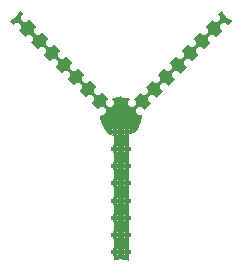
<source format=gbr>
%TF.GenerationSoftware,KiCad,Pcbnew,(5.99.0-11748-g24a41559ca)*%
%TF.CreationDate,2021-08-27T16:42:58+03:00*%
%TF.ProjectId,Flux Condenser,466c7578-2043-46f6-9e64-656e7365722e,3A*%
%TF.SameCoordinates,PX7bfa480PY6bc3e40*%
%TF.FileFunction,Legend,Top*%
%TF.FilePolarity,Positive*%
%FSLAX46Y46*%
G04 Gerber Fmt 4.6, Leading zero omitted, Abs format (unit mm)*
G04 Created by KiCad (PCBNEW (5.99.0-11748-g24a41559ca)) date 2021-08-27 16:42:58*
%MOMM*%
%LPD*%
G01*
G04 APERTURE LIST*
G04 Aperture macros list*
%AMRoundRect*
0 Rectangle with rounded corners*
0 $1 Rounding radius*
0 $2 $3 $4 $5 $6 $7 $8 $9 X,Y pos of 4 corners*
0 Add a 4 corners polygon primitive as box body*
4,1,4,$2,$3,$4,$5,$6,$7,$8,$9,$2,$3,0*
0 Add four circle primitives for the rounded corners*
1,1,$1+$1,$2,$3*
1,1,$1+$1,$4,$5*
1,1,$1+$1,$6,$7*
1,1,$1+$1,$8,$9*
0 Add four rect primitives between the rounded corners*
20,1,$1+$1,$2,$3,$4,$5,0*
20,1,$1+$1,$4,$5,$6,$7,0*
20,1,$1+$1,$6,$7,$8,$9,0*
20,1,$1+$1,$8,$9,$2,$3,0*%
G04 Aperture macros list end*
%ADD10C,1.300000*%
%ADD11C,2.500000*%
%ADD12C,0.350000*%
%ADD13C,1.500000*%
%ADD14C,0.900000*%
%ADD15C,0.010000*%
%ADD16RoundRect,0.150000X-0.212132X0.000000X0.000000X-0.212132X0.212132X0.000000X0.000000X0.212132X0*%
%ADD17RoundRect,0.150000X-0.150000X-0.150000X0.150000X-0.150000X0.150000X0.150000X-0.150000X0.150000X0*%
%ADD18RoundRect,0.150000X0.000000X-0.212132X0.212132X0.000000X0.000000X0.212132X-0.212132X0.000000X0*%
%ADD19C,0.800000*%
%ADD20C,5.000000*%
G04 APERTURE END LIST*
D10*
X12850000Y16400000D02*
X21850000Y25400000D01*
D11*
X13250000Y16700000D02*
G75*
G03*
X13250000Y16700000I-500000J0D01*
G01*
D10*
X12750000Y4300000D02*
X12750000Y16400000D01*
X12650000Y16400000D02*
X3650000Y25400000D01*
%LPC*%
D12*
X17750000Y2950000D02*
X21150000Y2950000D01*
D13*
X13725000Y2950000D02*
G75*
G03*
X13725000Y2950000I-975000J0D01*
G01*
D14*
X22875000Y26425000D02*
X22875000Y21425000D01*
D12*
X22875000Y21425000D02*
X22875000Y18025000D01*
D14*
X12750000Y2950000D02*
X17750000Y2950000D01*
D12*
X2625000Y21425000D02*
X2625000Y18025000D01*
X22875000Y18025000D02*
G75*
G02*
X20975000Y16125000I-1900000J0D01*
G01*
D14*
X2625000Y26425000D02*
X2625000Y21425000D01*
D13*
X3600000Y26425000D02*
G75*
G03*
X3600000Y26425000I-975000J0D01*
G01*
X23850000Y26425000D02*
G75*
G03*
X23850000Y26425000I-975000J0D01*
G01*
D12*
X2625003Y18024997D02*
G75*
G03*
X4525000Y16125000I1899997J0D01*
G01*
D13*
X23675000Y26425000D02*
G75*
G03*
X23675000Y26425000I-800000J0D01*
G01*
D12*
X21150003Y2950003D02*
G75*
G03*
X23050000Y4850000I0J1899997D01*
G01*
D13*
X13550000Y2950000D02*
G75*
G03*
X13550000Y2950000I-800000J0D01*
G01*
D15*
%TO.C,G\u002A\u002A\u002A*%
X4631586Y12448958D02*
X4652628Y12445871D01*
X4652628Y12445871D02*
X4750728Y12423859D01*
X4750728Y12423859D02*
X4845336Y12390662D01*
X4845336Y12390662D02*
X4935448Y12347120D01*
X4935448Y12347120D02*
X5020062Y12294074D01*
X5020062Y12294074D02*
X5098175Y12232364D01*
X5098175Y12232364D02*
X5168783Y12162832D01*
X5168783Y12162832D02*
X5230885Y12086316D01*
X5230885Y12086316D02*
X5283478Y12003658D01*
X5283478Y12003658D02*
X5325557Y11915698D01*
X5325557Y11915698D02*
X5343310Y11867045D01*
X5343310Y11867045D02*
X5361510Y11805593D01*
X5361510Y11805593D02*
X5374222Y11747956D01*
X5374222Y11747956D02*
X5382142Y11689613D01*
X5382142Y11689613D02*
X5385963Y11626044D01*
X5385963Y11626044D02*
X5386575Y11585500D01*
X5386575Y11585500D02*
X5381424Y11477124D01*
X5381424Y11477124D02*
X5365451Y11375350D01*
X5365451Y11375350D02*
X5338635Y11280103D01*
X5338635Y11280103D02*
X5300955Y11191305D01*
X5300955Y11191305D02*
X5261859Y11123129D01*
X5261859Y11123129D02*
X5248141Y11101676D01*
X5248141Y11101676D02*
X5237337Y11084265D01*
X5237337Y11084265D02*
X5231136Y11073642D01*
X5231136Y11073642D02*
X5230326Y11071916D01*
X5230326Y11071916D02*
X5234645Y11067109D01*
X5234645Y11067109D02*
X5247371Y11054602D01*
X5247371Y11054602D02*
X5267551Y11035278D01*
X5267551Y11035278D02*
X5294232Y11010020D01*
X5294232Y11010020D02*
X5326462Y10979713D01*
X5326462Y10979713D02*
X5363289Y10945241D01*
X5363289Y10945241D02*
X5403759Y10907488D01*
X5403759Y10907488D02*
X5446920Y10867336D01*
X5446920Y10867336D02*
X5491819Y10825671D01*
X5491819Y10825671D02*
X5537505Y10783376D01*
X5537505Y10783376D02*
X5583024Y10741335D01*
X5583024Y10741335D02*
X5627424Y10700431D01*
X5627424Y10700431D02*
X5669752Y10661550D01*
X5669752Y10661550D02*
X5709055Y10625573D01*
X5709055Y10625573D02*
X5744382Y10593387D01*
X5744382Y10593387D02*
X5774780Y10565873D01*
X5774780Y10565873D02*
X5799295Y10543917D01*
X5799295Y10543917D02*
X5800861Y10542527D01*
X5800861Y10542527D02*
X5827691Y10518729D01*
X5827691Y10518729D02*
X5877533Y10542527D01*
X5877533Y10542527D02*
X5903688Y10554451D01*
X5903688Y10554451D02*
X5923979Y10561567D01*
X5923979Y10561567D02*
X5943724Y10565093D01*
X5943724Y10565093D02*
X5968238Y10566248D01*
X5968238Y10566248D02*
X5981350Y10566319D01*
X5981350Y10566319D02*
X6010016Y10565711D01*
X6010016Y10565711D02*
X6032121Y10563112D01*
X6032121Y10563112D02*
X6053119Y10557347D01*
X6053119Y10557347D02*
X6078467Y10547241D01*
X6078467Y10547241D02*
X6086789Y10543605D01*
X6086789Y10543605D02*
X6138253Y10520898D01*
X6138253Y10520898D02*
X6420164Y10780485D01*
X6420164Y10780485D02*
X6471048Y10827355D01*
X6471048Y10827355D02*
X6519452Y10871971D01*
X6519452Y10871971D02*
X6564515Y10913536D01*
X6564515Y10913536D02*
X6605375Y10951254D01*
X6605375Y10951254D02*
X6641172Y10984331D01*
X6641172Y10984331D02*
X6671044Y11011971D01*
X6671044Y11011971D02*
X6694131Y11033377D01*
X6694131Y11033377D02*
X6709570Y11047754D01*
X6709570Y11047754D02*
X6716435Y11054241D01*
X6716435Y11054241D02*
X6730795Y11068410D01*
X6730795Y11068410D02*
X6689393Y11140969D01*
X6689393Y11140969D02*
X6645877Y11226015D01*
X6645877Y11226015D02*
X6612953Y11310919D01*
X6612953Y11310919D02*
X6590122Y11397834D01*
X6590122Y11397834D02*
X6576885Y11488914D01*
X6576885Y11488914D02*
X6573320Y11572815D01*
X6573320Y11572815D02*
X6764103Y11572815D01*
X6764103Y11572815D02*
X6764593Y11560100D01*
X6764593Y11560100D02*
X6771581Y11482905D01*
X6771581Y11482905D02*
X6785574Y11412089D01*
X6785574Y11412089D02*
X6807580Y11342835D01*
X6807580Y11342835D02*
X6812889Y11329107D01*
X6812889Y11329107D02*
X6824981Y11299967D01*
X6824981Y11299967D02*
X6837866Y11271059D01*
X6837866Y11271059D02*
X6850394Y11244723D01*
X6850394Y11244723D02*
X6861416Y11223299D01*
X6861416Y11223299D02*
X6869781Y11209125D01*
X6869781Y11209125D02*
X6874133Y11204500D01*
X6874133Y11204500D02*
X6880345Y11208574D01*
X6880345Y11208574D02*
X6894020Y11219716D01*
X6894020Y11219716D02*
X6913357Y11236306D01*
X6913357Y11236306D02*
X6936553Y11256724D01*
X6936553Y11256724D02*
X6961808Y11279351D01*
X6961808Y11279351D02*
X6987321Y11302568D01*
X6987321Y11302568D02*
X7011289Y11324754D01*
X7011289Y11324754D02*
X7031913Y11344291D01*
X7031913Y11344291D02*
X7047390Y11359558D01*
X7047390Y11359558D02*
X7052191Y11364599D01*
X7052191Y11364599D02*
X7067077Y11382186D01*
X7067077Y11382186D02*
X7078376Y11398106D01*
X7078376Y11398106D02*
X7082717Y11406574D01*
X7082717Y11406574D02*
X7083040Y11418182D01*
X7083040Y11418182D02*
X7080510Y11438940D01*
X7080510Y11438940D02*
X7075589Y11465740D01*
X7075589Y11465740D02*
X7070738Y11487382D01*
X7070738Y11487382D02*
X7060867Y11533550D01*
X7060867Y11533550D02*
X7055938Y11572063D01*
X7055938Y11572063D02*
X7055871Y11606933D01*
X7055871Y11606933D02*
X7060584Y11642170D01*
X7060584Y11642170D02*
X7067022Y11670530D01*
X7067022Y11670530D02*
X7089898Y11737342D01*
X7089898Y11737342D02*
X7122705Y11796682D01*
X7122705Y11796682D02*
X7166162Y11849822D01*
X7166162Y11849822D02*
X7171656Y11855375D01*
X7171656Y11855375D02*
X7225459Y11900223D01*
X7225459Y11900223D02*
X7284880Y11933759D01*
X7284880Y11933759D02*
X7349261Y11955713D01*
X7349261Y11955713D02*
X7417944Y11965814D01*
X7417944Y11965814D02*
X7441849Y11966500D01*
X7441849Y11966500D02*
X7511145Y11960534D01*
X7511145Y11960534D02*
X7576085Y11943240D01*
X7576085Y11943240D02*
X7635706Y11915533D01*
X7635706Y11915533D02*
X7689047Y11878322D01*
X7689047Y11878322D02*
X7735147Y11832520D01*
X7735147Y11832520D02*
X7773044Y11779038D01*
X7773044Y11779038D02*
X7801775Y11718788D01*
X7801775Y11718788D02*
X7820381Y11652682D01*
X7820381Y11652682D02*
X7827007Y11601375D01*
X7827007Y11601375D02*
X7825351Y11535148D01*
X7825351Y11535148D02*
X7811887Y11471054D01*
X7811887Y11471054D02*
X7787476Y11410393D01*
X7787476Y11410393D02*
X7752984Y11354467D01*
X7752984Y11354467D02*
X7709274Y11304578D01*
X7709274Y11304578D02*
X7657209Y11262024D01*
X7657209Y11262024D02*
X7597654Y11228108D01*
X7597654Y11228108D02*
X7572025Y11217289D01*
X7572025Y11217289D02*
X7546901Y11209338D01*
X7546901Y11209338D02*
X7518473Y11204009D01*
X7518473Y11204009D02*
X7482926Y11200682D01*
X7482926Y11200682D02*
X7463567Y11199672D01*
X7463567Y11199672D02*
X7415839Y11198923D01*
X7415839Y11198923D02*
X7376221Y11201792D01*
X7376221Y11201792D02*
X7340446Y11209060D01*
X7340446Y11209060D02*
X7304242Y11221509D01*
X7304242Y11221509D02*
X7275504Y11234125D01*
X7275504Y11234125D02*
X7226634Y11256982D01*
X7226634Y11256982D02*
X7198916Y11232329D01*
X7198916Y11232329D02*
X7163360Y11200560D01*
X7163360Y11200560D02*
X7128712Y11169339D01*
X7128712Y11169339D02*
X7096230Y11139825D01*
X7096230Y11139825D02*
X7067176Y11113179D01*
X7067176Y11113179D02*
X7042809Y11090561D01*
X7042809Y11090561D02*
X7024387Y11073132D01*
X7024387Y11073132D02*
X7013172Y11062052D01*
X7013172Y11062052D02*
X7010235Y11058529D01*
X7010235Y11058529D02*
X7015568Y11052109D01*
X7015568Y11052109D02*
X7029553Y11041046D01*
X7029553Y11041046D02*
X7049775Y11026931D01*
X7049775Y11026931D02*
X7073821Y11011354D01*
X7073821Y11011354D02*
X7099278Y10995906D01*
X7099278Y10995906D02*
X7123730Y10982176D01*
X7123730Y10982176D02*
X7134747Y10976491D01*
X7134747Y10976491D02*
X7215786Y10942507D01*
X7215786Y10942507D02*
X7300637Y10918609D01*
X7300637Y10918609D02*
X7387100Y10905102D01*
X7387100Y10905102D02*
X7472973Y10902293D01*
X7472973Y10902293D02*
X7556055Y10910488D01*
X7556055Y10910488D02*
X7578473Y10914786D01*
X7578473Y10914786D02*
X7667536Y10940029D01*
X7667536Y10940029D02*
X7751379Y10976253D01*
X7751379Y10976253D02*
X7829031Y11022722D01*
X7829031Y11022722D02*
X7899521Y11078699D01*
X7899521Y11078699D02*
X7961875Y11143448D01*
X7961875Y11143448D02*
X8015124Y11216233D01*
X8015124Y11216233D02*
X8044646Y11268000D01*
X8044646Y11268000D02*
X8072466Y11327233D01*
X8072466Y11327233D02*
X8093130Y11383471D01*
X8093130Y11383471D02*
X8107199Y11439676D01*
X8107199Y11439676D02*
X8115232Y11498811D01*
X8115232Y11498811D02*
X8117791Y11563837D01*
X8117791Y11563837D02*
X8115436Y11637714D01*
X8115436Y11637714D02*
X8115237Y11641077D01*
X8115237Y11641077D02*
X8111676Y11690258D01*
X8111676Y11690258D02*
X8107042Y11730181D01*
X8107042Y11730181D02*
X8100467Y11764285D01*
X8100467Y11764285D02*
X8091086Y11796009D01*
X8091086Y11796009D02*
X8078031Y11828793D01*
X8078031Y11828793D02*
X8060438Y11866077D01*
X8060438Y11866077D02*
X8056652Y11873672D01*
X8056652Y11873672D02*
X8014904Y11946984D01*
X8014904Y11946984D02*
X7966690Y12012072D01*
X7966690Y12012072D02*
X7912836Y12069333D01*
X7912836Y12069333D02*
X7855732Y12119536D01*
X7855732Y12119536D02*
X7797525Y12160694D01*
X7797525Y12160694D02*
X7734741Y12194891D01*
X7734741Y12194891D02*
X7663909Y12224210D01*
X7663909Y12224210D02*
X7641875Y12231926D01*
X7641875Y12231926D02*
X7560413Y12252921D01*
X7560413Y12252921D02*
X7476285Y12262264D01*
X7476285Y12262264D02*
X7390933Y12260318D01*
X7390933Y12260318D02*
X7305800Y12247448D01*
X7305800Y12247448D02*
X7222329Y12224017D01*
X7222329Y12224017D02*
X7141963Y12190391D01*
X7141963Y12190391D02*
X7066144Y12146933D01*
X7066144Y12146933D02*
X6996315Y12094007D01*
X6996315Y12094007D02*
X6959765Y12059761D01*
X6959765Y12059761D02*
X6897126Y11988451D01*
X6897126Y11988451D02*
X6846646Y11913579D01*
X6846646Y11913579D02*
X6808214Y11834863D01*
X6808214Y11834863D02*
X6781720Y11752018D01*
X6781720Y11752018D02*
X6767053Y11664764D01*
X6767053Y11664764D02*
X6764103Y11572815D01*
X6764103Y11572815D02*
X6573320Y11572815D01*
X6573320Y11572815D02*
X6572746Y11586310D01*
X6572746Y11586310D02*
X6573992Y11639475D01*
X6573992Y11639475D02*
X6578883Y11705397D01*
X6578883Y11705397D02*
X6588115Y11765685D01*
X6588115Y11765685D02*
X6602608Y11823692D01*
X6602608Y11823692D02*
X6623287Y11882771D01*
X6623287Y11882771D02*
X6651074Y11946275D01*
X6651074Y11946275D02*
X6667838Y11980569D01*
X6667838Y11980569D02*
X6719282Y12069257D01*
X6719282Y12069257D02*
X6779837Y12149796D01*
X6779837Y12149796D02*
X6848562Y12221800D01*
X6848562Y12221800D02*
X6924519Y12284884D01*
X6924519Y12284884D02*
X7006767Y12338662D01*
X7006767Y12338662D02*
X7094366Y12382750D01*
X7094366Y12382750D02*
X7186378Y12416762D01*
X7186378Y12416762D02*
X7281861Y12440313D01*
X7281861Y12440313D02*
X7379877Y12453017D01*
X7379877Y12453017D02*
X7479485Y12454489D01*
X7479485Y12454489D02*
X7579746Y12444344D01*
X7579746Y12444344D02*
X7679720Y12422196D01*
X7679720Y12422196D02*
X7716930Y12410722D01*
X7716930Y12410722D02*
X7790343Y12383510D01*
X7790343Y12383510D02*
X7855377Y12352925D01*
X7855377Y12352925D02*
X7915446Y12316921D01*
X7915446Y12316921D02*
X7973967Y12273451D01*
X7973967Y12273451D02*
X8034204Y12220611D01*
X8034204Y12220611D02*
X8108655Y12142809D01*
X8108655Y12142809D02*
X8172022Y12059241D01*
X8172022Y12059241D02*
X8224085Y11970466D01*
X8224085Y11970466D02*
X8264626Y11877047D01*
X8264626Y11877047D02*
X8293426Y11779545D01*
X8293426Y11779545D02*
X8310265Y11678522D01*
X8310265Y11678522D02*
X8314925Y11574537D01*
X8314925Y11574537D02*
X8311647Y11509339D01*
X8311647Y11509339D02*
X8296518Y11404343D01*
X8296518Y11404343D02*
X8269952Y11304103D01*
X8269952Y11304103D02*
X8232530Y11209282D01*
X8232530Y11209282D02*
X8184837Y11120542D01*
X8184837Y11120542D02*
X8127456Y11038545D01*
X8127456Y11038545D02*
X8060971Y10963954D01*
X8060971Y10963954D02*
X7985965Y10897431D01*
X7985965Y10897431D02*
X7903021Y10839638D01*
X7903021Y10839638D02*
X7812724Y10791239D01*
X7812724Y10791239D02*
X7715657Y10752894D01*
X7715657Y10752894D02*
X7622825Y10727492D01*
X7622825Y10727492D02*
X7572696Y10719048D01*
X7572696Y10719048D02*
X7514766Y10713435D01*
X7514766Y10713435D02*
X7453538Y10710797D01*
X7453538Y10710797D02*
X7393515Y10711276D01*
X7393515Y10711276D02*
X7339200Y10715017D01*
X7339200Y10715017D02*
X7318025Y10717771D01*
X7318025Y10717771D02*
X7235733Y10733948D01*
X7235733Y10733948D02*
X7158587Y10756704D01*
X7158587Y10756704D02*
X7084021Y10787130D01*
X7084021Y10787130D02*
X7009471Y10826316D01*
X7009471Y10826316D02*
X6932373Y10875354D01*
X6932373Y10875354D02*
X6908859Y10891796D01*
X6908859Y10891796D02*
X6861643Y10925432D01*
X6861643Y10925432D02*
X6835834Y10900998D01*
X6835834Y10900998D02*
X6825093Y10890956D01*
X6825093Y10890956D02*
X6806285Y10873509D01*
X6806285Y10873509D02*
X6780693Y10849842D01*
X6780693Y10849842D02*
X6749603Y10821142D01*
X6749603Y10821142D02*
X6714299Y10788594D01*
X6714299Y10788594D02*
X6676067Y10753386D01*
X6676067Y10753386D02*
X6644925Y10724735D01*
X6644925Y10724735D02*
X6571654Y10657234D01*
X6571654Y10657234D02*
X6507346Y10597724D01*
X6507346Y10597724D02*
X6451501Y10545726D01*
X6451501Y10545726D02*
X6403617Y10500760D01*
X6403617Y10500760D02*
X6363194Y10462347D01*
X6363194Y10462347D02*
X6329732Y10430009D01*
X6329732Y10430009D02*
X6302730Y10403266D01*
X6302730Y10403266D02*
X6281688Y10381640D01*
X6281688Y10381640D02*
X6266104Y10364651D01*
X6266104Y10364651D02*
X6256027Y10352535D01*
X6256027Y10352535D02*
X6238449Y10325433D01*
X6238449Y10325433D02*
X6221549Y10291885D01*
X6221549Y10291885D02*
X6211262Y10266298D01*
X6211262Y10266298D02*
X6193780Y10223051D01*
X6193780Y10223051D02*
X6174199Y10188656D01*
X6174199Y10188656D02*
X6149854Y10159277D01*
X6149854Y10159277D02*
X6118077Y10131078D01*
X6118077Y10131078D02*
X6116225Y10129614D01*
X6116225Y10129614D02*
X6076475Y10098343D01*
X6076475Y10098343D02*
X6078125Y9802575D01*
X6078125Y9802575D02*
X6079775Y9506806D01*
X6079775Y9506806D02*
X6162325Y9486545D01*
X6162325Y9486545D02*
X6263031Y9457489D01*
X6263031Y9457489D02*
X6353931Y9421863D01*
X6353931Y9421863D02*
X6436544Y9378846D01*
X6436544Y9378846D02*
X6512390Y9327614D01*
X6512390Y9327614D02*
X6582987Y9267344D01*
X6582987Y9267344D02*
X6602681Y9248072D01*
X6602681Y9248072D02*
X6670315Y9171671D01*
X6670315Y9171671D02*
X6727417Y9089136D01*
X6727417Y9089136D02*
X6774280Y8999878D01*
X6774280Y8999878D02*
X6811196Y8903309D01*
X6811196Y8903309D02*
X6838460Y8798843D01*
X6838460Y8798843D02*
X6845871Y8759750D01*
X6845871Y8759750D02*
X6850323Y8723033D01*
X6850323Y8723033D02*
X6852876Y8678288D01*
X6852876Y8678288D02*
X6853580Y8629253D01*
X6853580Y8629253D02*
X6852486Y8579668D01*
X6852486Y8579668D02*
X6849642Y8533271D01*
X6849642Y8533271D02*
X6845100Y8493801D01*
X6845100Y8493801D02*
X6842105Y8477360D01*
X6842105Y8477360D02*
X6813370Y8371631D01*
X6813370Y8371631D02*
X6774428Y8272263D01*
X6774428Y8272263D02*
X6725664Y8180048D01*
X6725664Y8180048D02*
X6667464Y8095780D01*
X6667464Y8095780D02*
X6640280Y8062925D01*
X6640280Y8062925D02*
X6569243Y7990999D01*
X6569243Y7990999D02*
X6489342Y7927378D01*
X6489342Y7927378D02*
X6401918Y7872805D01*
X6401918Y7872805D02*
X6308309Y7828023D01*
X6308309Y7828023D02*
X6209854Y7793772D01*
X6209854Y7793772D02*
X6115541Y7772096D01*
X6115541Y7772096D02*
X6076814Y7767306D01*
X6076814Y7767306D02*
X6029662Y7764489D01*
X6029662Y7764489D02*
X5978202Y7763632D01*
X5978202Y7763632D02*
X5926555Y7764725D01*
X5926555Y7764725D02*
X5878837Y7767757D01*
X5878837Y7767757D02*
X5839168Y7772717D01*
X5839168Y7772717D02*
X5838475Y7772837D01*
X5838475Y7772837D02*
X5739108Y7796592D01*
X5739108Y7796592D02*
X5642473Y7832252D01*
X5642473Y7832252D02*
X5549989Y7879094D01*
X5549989Y7879094D02*
X5463073Y7936390D01*
X5463073Y7936390D02*
X5383142Y8003416D01*
X5383142Y8003416D02*
X5377544Y8008742D01*
X5377544Y8008742D02*
X5312971Y8075850D01*
X5312971Y8075850D02*
X5259121Y8143543D01*
X5259121Y8143543D02*
X5214186Y8214477D01*
X5214186Y8214477D02*
X5176357Y8291312D01*
X5176357Y8291312D02*
X5162623Y8324775D01*
X5162623Y8324775D02*
X5141434Y8384111D01*
X5141434Y8384111D02*
X5126132Y8439699D01*
X5126132Y8439699D02*
X5116018Y8495476D01*
X5116018Y8495476D02*
X5110394Y8555380D01*
X5110394Y8555380D02*
X5108562Y8623347D01*
X5108562Y8623347D02*
X5108559Y8629575D01*
X5108559Y8629575D02*
X5108777Y8635925D01*
X5108777Y8635925D02*
X5305433Y8635925D01*
X5305433Y8635925D02*
X5305639Y8592309D01*
X5305639Y8592309D02*
X5306410Y8558649D01*
X5306410Y8558649D02*
X5307979Y8532206D01*
X5307979Y8532206D02*
X5310580Y8510241D01*
X5310580Y8510241D02*
X5314445Y8490015D01*
X5314445Y8490015D02*
X5319559Y8469700D01*
X5319559Y8469700D02*
X5350436Y8379311D01*
X5350436Y8379311D02*
X5391691Y8295826D01*
X5391691Y8295826D02*
X5442680Y8219838D01*
X5442680Y8219838D02*
X5502761Y8151941D01*
X5502761Y8151941D02*
X5571291Y8092728D01*
X5571291Y8092728D02*
X5647627Y8042791D01*
X5647627Y8042791D02*
X5731125Y8002723D01*
X5731125Y8002723D02*
X5821143Y7973119D01*
X5821143Y7973119D02*
X5869904Y7962134D01*
X5869904Y7962134D02*
X5906544Y7957530D01*
X5906544Y7957530D02*
X5951489Y7955547D01*
X5951489Y7955547D02*
X6000650Y7956042D01*
X6000650Y7956042D02*
X6049938Y7958872D01*
X6049938Y7958872D02*
X6095262Y7963892D01*
X6095262Y7963892D02*
X6132533Y7970960D01*
X6132533Y7970960D02*
X6134298Y7971414D01*
X6134298Y7971414D02*
X6229146Y8002497D01*
X6229146Y8002497D02*
X6317604Y8044531D01*
X6317604Y8044531D02*
X6330990Y8052169D01*
X6330990Y8052169D02*
X6368888Y8077756D01*
X6368888Y8077756D02*
X6410371Y8111565D01*
X6410371Y8111565D02*
X6452661Y8150830D01*
X6452661Y8150830D02*
X6492978Y8192781D01*
X6492978Y8192781D02*
X6528542Y8234651D01*
X6528542Y8234651D02*
X6556574Y8273674D01*
X6556574Y8273674D02*
X6561570Y8281796D01*
X6561570Y8281796D02*
X6604175Y8365373D01*
X6604175Y8365373D02*
X6634893Y8451489D01*
X6634893Y8451489D02*
X6653830Y8539129D01*
X6653830Y8539129D02*
X6661088Y8627276D01*
X6661088Y8627276D02*
X6656774Y8714916D01*
X6656774Y8714916D02*
X6640990Y8801033D01*
X6640990Y8801033D02*
X6613841Y8884612D01*
X6613841Y8884612D02*
X6575432Y8964637D01*
X6575432Y8964637D02*
X6525867Y9040094D01*
X6525867Y9040094D02*
X6477866Y9096898D01*
X6477866Y9096898D02*
X6410414Y9160998D01*
X6410414Y9160998D02*
X6339150Y9213497D01*
X6339150Y9213497D02*
X6262574Y9255284D01*
X6262574Y9255284D02*
X6179185Y9287248D01*
X6179185Y9287248D02*
X6135343Y9299602D01*
X6135343Y9299602D02*
X6111704Y9305430D01*
X6111704Y9305430D02*
X6092940Y9309814D01*
X6092940Y9309814D02*
X6082350Y9311993D01*
X6082350Y9311993D02*
X6081362Y9312103D01*
X6081362Y9312103D02*
X6080030Y9306072D01*
X6080030Y9306072D02*
X6078841Y9289081D01*
X6078841Y9289081D02*
X6077852Y9262871D01*
X6077852Y9262871D02*
X6077115Y9229184D01*
X6077115Y9229184D02*
X6076687Y9189758D01*
X6076687Y9189758D02*
X6076600Y9160960D01*
X6076600Y9160960D02*
X6076600Y9009720D01*
X6076600Y9009720D02*
X6110070Y8999169D01*
X6110070Y8999169D02*
X6160414Y8977195D01*
X6160414Y8977195D02*
X6208968Y8944541D01*
X6208968Y8944541D02*
X6253919Y8903230D01*
X6253919Y8903230D02*
X6293455Y8855282D01*
X6293455Y8855282D02*
X6325765Y8802718D01*
X6325765Y8802718D02*
X6349037Y8747559D01*
X6349037Y8747559D02*
X6355309Y8725630D01*
X6355309Y8725630D02*
X6360193Y8694843D01*
X6360193Y8694843D02*
X6362388Y8656418D01*
X6362388Y8656418D02*
X6361958Y8615114D01*
X6361958Y8615114D02*
X6358964Y8575693D01*
X6358964Y8575693D02*
X6353468Y8542914D01*
X6353468Y8542914D02*
X6352910Y8540675D01*
X6352910Y8540675D02*
X6329475Y8473609D01*
X6329475Y8473609D02*
X6295802Y8413853D01*
X6295802Y8413853D02*
X6252391Y8361942D01*
X6252391Y8361942D02*
X6199745Y8318410D01*
X6199745Y8318410D02*
X6138366Y8283792D01*
X6138366Y8283792D02*
X6095650Y8266871D01*
X6095650Y8266871D02*
X6061930Y8259070D01*
X6061930Y8259070D02*
X6020004Y8254818D01*
X6020004Y8254818D02*
X5973842Y8254058D01*
X5973842Y8254058D02*
X5927416Y8256734D01*
X5927416Y8256734D02*
X5884697Y8262790D01*
X5884697Y8262790D02*
X5855139Y8270266D01*
X5855139Y8270266D02*
X5791891Y8297300D01*
X5791891Y8297300D02*
X5736359Y8333935D01*
X5736359Y8333935D02*
X5689256Y8379175D01*
X5689256Y8379175D02*
X5651298Y8432025D01*
X5651298Y8432025D02*
X5623200Y8491487D01*
X5623200Y8491487D02*
X5605677Y8556568D01*
X5605677Y8556568D02*
X5599446Y8626269D01*
X5599446Y8626269D02*
X5599446Y8626312D01*
X5599446Y8626312D02*
X5601313Y8678311D01*
X5601313Y8678311D02*
X5608261Y8723565D01*
X5608261Y8723565D02*
X5621493Y8767425D01*
X5621493Y8767425D02*
X5641720Y8814216D01*
X5641720Y8814216D02*
X5672129Y8867626D01*
X5672129Y8867626D02*
X5708319Y8911898D01*
X5708319Y8911898D02*
X5752107Y8948681D01*
X5752107Y8948681D02*
X5805304Y8979621D01*
X5805304Y8979621D02*
X5841370Y8995613D01*
X5841370Y8995613D02*
X5882925Y9012401D01*
X5882925Y9012401D02*
X5882628Y9152845D01*
X5882628Y9152845D02*
X5882386Y9200386D01*
X5882386Y9200386D02*
X5881822Y9236741D01*
X5881822Y9236741D02*
X5880840Y9263423D01*
X5880840Y9263423D02*
X5879343Y9281945D01*
X5879343Y9281945D02*
X5877234Y9293819D01*
X5877234Y9293819D02*
X5874418Y9300557D01*
X5874418Y9300557D02*
X5873103Y9302123D01*
X5873103Y9302123D02*
X5867084Y9305841D01*
X5867084Y9305841D02*
X5857982Y9306547D01*
X5857982Y9306547D02*
X5843204Y9303907D01*
X5843204Y9303907D02*
X5820160Y9297587D01*
X5820160Y9297587D02*
X5806725Y9293551D01*
X5806725Y9293551D02*
X5742761Y9272074D01*
X5742761Y9272074D02*
X5687254Y9248764D01*
X5687254Y9248764D02*
X5635959Y9221701D01*
X5635959Y9221701D02*
X5603762Y9201773D01*
X5603762Y9201773D02*
X5532643Y9147927D01*
X5532643Y9147927D02*
X5469328Y9084556D01*
X5469328Y9084556D02*
X5414541Y9012679D01*
X5414541Y9012679D02*
X5369008Y8933313D01*
X5369008Y8933313D02*
X5333451Y8847478D01*
X5333451Y8847478D02*
X5319559Y8802151D01*
X5319559Y8802151D02*
X5314262Y8781018D01*
X5314262Y8781018D02*
X5310452Y8760775D01*
X5310452Y8760775D02*
X5307898Y8738682D01*
X5307898Y8738682D02*
X5306365Y8712001D01*
X5306365Y8712001D02*
X5305621Y8677992D01*
X5305621Y8677992D02*
X5305433Y8635925D01*
X5305433Y8635925D02*
X5108777Y8635925D01*
X5108777Y8635925D02*
X5111518Y8715632D01*
X5111518Y8715632D02*
X5120737Y8793825D01*
X5120737Y8793825D02*
X5137062Y8867778D01*
X5137062Y8867778D02*
X5161340Y8941115D01*
X5161340Y8941115D02*
X5194417Y9017459D01*
X5194417Y9017459D02*
X5203433Y9035975D01*
X5203433Y9035975D02*
X5252230Y9121629D01*
X5252230Y9121629D02*
X5309640Y9198775D01*
X5309640Y9198775D02*
X5376205Y9267932D01*
X5376205Y9267932D02*
X5452471Y9329624D01*
X5452471Y9329624D02*
X5538982Y9384369D01*
X5538982Y9384369D02*
X5601793Y9416871D01*
X5601793Y9416871D02*
X5652578Y9440158D01*
X5652578Y9440158D02*
X5697405Y9458220D01*
X5697405Y9458220D02*
X5741001Y9472696D01*
X5741001Y9472696D02*
X5788091Y9485226D01*
X5788091Y9485226D02*
X5819425Y9492369D01*
X5819425Y9492369D02*
X5882925Y9506190D01*
X5882925Y9506190D02*
X5882913Y9788608D01*
X5882913Y9788608D02*
X5882801Y9848166D01*
X5882801Y9848166D02*
X5882486Y9904498D01*
X5882486Y9904498D02*
X5881990Y9956186D01*
X5881990Y9956186D02*
X5881337Y10001810D01*
X5881337Y10001810D02*
X5880549Y10039953D01*
X5880549Y10039953D02*
X5879650Y10069194D01*
X5879650Y10069194D02*
X5878662Y10088116D01*
X5878662Y10088116D02*
X5877955Y10094350D01*
X5877955Y10094350D02*
X5871960Y10111151D01*
X5871960Y10111151D02*
X5860140Y10124108D01*
X5860140Y10124108D02*
X5845198Y10133971D01*
X5845198Y10133971D02*
X5821045Y10153337D01*
X5821045Y10153337D02*
X5797046Y10181626D01*
X5797046Y10181626D02*
X5775673Y10215274D01*
X5775673Y10215274D02*
X5759397Y10250719D01*
X5759397Y10250719D02*
X5755061Y10263924D01*
X5755061Y10263924D02*
X5741922Y10302346D01*
X5741922Y10302346D02*
X5725582Y10333766D01*
X5725582Y10333766D02*
X5702846Y10363829D01*
X5702846Y10363829D02*
X5691155Y10376836D01*
X5691155Y10376836D02*
X5682600Y10385296D01*
X5682600Y10385296D02*
X5665695Y10401367D01*
X5665695Y10401367D02*
X5641472Y10424099D01*
X5641472Y10424099D02*
X5610964Y10452542D01*
X5610964Y10452542D02*
X5575202Y10485747D01*
X5575202Y10485747D02*
X5535218Y10522765D01*
X5535218Y10522765D02*
X5492044Y10562646D01*
X5492044Y10562646D02*
X5446712Y10604440D01*
X5446712Y10604440D02*
X5400254Y10647199D01*
X5400254Y10647199D02*
X5353703Y10689972D01*
X5353703Y10689972D02*
X5308089Y10731810D01*
X5308089Y10731810D02*
X5264444Y10771764D01*
X5264444Y10771764D02*
X5223802Y10808883D01*
X5223802Y10808883D02*
X5187194Y10842220D01*
X5187194Y10842220D02*
X5155651Y10870823D01*
X5155651Y10870823D02*
X5130206Y10893744D01*
X5130206Y10893744D02*
X5111890Y10910032D01*
X5111890Y10910032D02*
X5107372Y10913976D01*
X5107372Y10913976D02*
X5100872Y10918806D01*
X5100872Y10918806D02*
X5094343Y10919987D01*
X5094343Y10919987D02*
X5085330Y10916529D01*
X5085330Y10916529D02*
X5071379Y10907441D01*
X5071379Y10907441D02*
X5050035Y10891732D01*
X5050035Y10891732D02*
X5047412Y10889769D01*
X5047412Y10889769D02*
X4958336Y10830660D01*
X4958336Y10830660D02*
X4865012Y10783214D01*
X4865012Y10783214D02*
X4768309Y10747504D01*
X4768309Y10747504D02*
X4669093Y10723605D01*
X4669093Y10723605D02*
X4568231Y10711589D01*
X4568231Y10711589D02*
X4466589Y10711531D01*
X4466589Y10711531D02*
X4365034Y10723503D01*
X4365034Y10723503D02*
X4264434Y10747580D01*
X4264434Y10747580D02*
X4165655Y10783836D01*
X4165655Y10783836D02*
X4110125Y10810170D01*
X4110125Y10810170D02*
X4025557Y10860753D01*
X4025557Y10860753D02*
X3947126Y10921674D01*
X3947126Y10921674D02*
X3875721Y10991708D01*
X3875721Y10991708D02*
X3812230Y11069628D01*
X3812230Y11069628D02*
X3757540Y11154209D01*
X3757540Y11154209D02*
X3712540Y11244225D01*
X3712540Y11244225D02*
X3678118Y11338450D01*
X3678118Y11338450D02*
X3655162Y11435658D01*
X3655162Y11435658D02*
X3654597Y11438982D01*
X3654597Y11438982D02*
X3645608Y11522704D01*
X3645608Y11522704D02*
X3645454Y11607172D01*
X3645454Y11607172D02*
X3844966Y11607172D01*
X3844966Y11607172D02*
X3845012Y11588675D01*
X3845012Y11588675D02*
X3845318Y11544878D01*
X3845318Y11544878D02*
X3846044Y11511048D01*
X3846044Y11511048D02*
X3847447Y11484451D01*
X3847447Y11484451D02*
X3849782Y11462357D01*
X3849782Y11462357D02*
X3853303Y11442032D01*
X3853303Y11442032D02*
X3858267Y11420745D01*
X3858267Y11420745D02*
X3862038Y11406394D01*
X3862038Y11406394D02*
X3891873Y11318793D01*
X3891873Y11318793D02*
X3932076Y11237585D01*
X3932076Y11237585D02*
X3981817Y11163480D01*
X3981817Y11163480D02*
X4040262Y11097189D01*
X4040262Y11097189D02*
X4106580Y11039423D01*
X4106580Y11039423D02*
X4179941Y10990893D01*
X4179941Y10990893D02*
X4259511Y10952309D01*
X4259511Y10952309D02*
X4344459Y10924383D01*
X4344459Y10924383D02*
X4433954Y10907825D01*
X4433954Y10907825D02*
X4446957Y10906439D01*
X4446957Y10906439D02*
X4472289Y10904010D01*
X4472289Y10904010D02*
X4493390Y10902033D01*
X4493390Y10902033D02*
X4506529Y10900859D01*
X4506529Y10900859D02*
X4508150Y10900730D01*
X4508150Y10900730D02*
X4518278Y10901020D01*
X4518278Y10901020D02*
X4537799Y10902372D01*
X4537799Y10902372D02*
X4563475Y10904541D01*
X4563475Y10904541D02*
X4580821Y10906168D01*
X4580821Y10906168D02*
X4670050Y10920485D01*
X4670050Y10920485D02*
X4754880Y10945954D01*
X4754880Y10945954D02*
X4783555Y10957422D01*
X4783555Y10957422D02*
X4805176Y10967522D01*
X4805176Y10967522D02*
X4830947Y10980934D01*
X4830947Y10980934D02*
X4858701Y10996354D01*
X4858701Y10996354D02*
X4886273Y11012482D01*
X4886273Y11012482D02*
X4911495Y11028013D01*
X4911495Y11028013D02*
X4932200Y11041646D01*
X4932200Y11041646D02*
X4946222Y11052077D01*
X4946222Y11052077D02*
X4951393Y11058003D01*
X4951393Y11058003D02*
X4951343Y11058291D01*
X4951343Y11058291D02*
X4945944Y11064587D01*
X4945944Y11064587D02*
X4932893Y11077555D01*
X4932893Y11077555D02*
X4914063Y11095469D01*
X4914063Y11095469D02*
X4891327Y11116605D01*
X4891327Y11116605D02*
X4866561Y11139235D01*
X4866561Y11139235D02*
X4841637Y11161633D01*
X4841637Y11161633D02*
X4818429Y11182075D01*
X4818429Y11182075D02*
X4798812Y11198833D01*
X4798812Y11198833D02*
X4798309Y11199252D01*
X4798309Y11199252D02*
X4771859Y11220915D01*
X4771859Y11220915D02*
X4751913Y11235094D01*
X4751913Y11235094D02*
X4735227Y11242444D01*
X4735227Y11242444D02*
X4718557Y11243622D01*
X4718557Y11243622D02*
X4698660Y11239284D01*
X4698660Y11239284D02*
X4672291Y11230087D01*
X4672291Y11230087D02*
X4663021Y11226623D01*
X4663021Y11226623D02*
X4612276Y11209233D01*
X4612276Y11209233D02*
X4569608Y11198405D01*
X4569608Y11198405D02*
X4532524Y11193666D01*
X4532524Y11193666D02*
X4498528Y11194544D01*
X4498528Y11194544D02*
X4495714Y11194861D01*
X4495714Y11194861D02*
X4421686Y11209381D01*
X4421686Y11209381D02*
X4354338Y11234245D01*
X4354338Y11234245D02*
X4294281Y11268996D01*
X4294281Y11268996D02*
X4242129Y11313172D01*
X4242129Y11313172D02*
X4198494Y11366314D01*
X4198494Y11366314D02*
X4163988Y11427963D01*
X4163988Y11427963D02*
X4154398Y11450903D01*
X4154398Y11450903D02*
X4143045Y11491085D01*
X4143045Y11491085D02*
X4136077Y11538581D01*
X4136077Y11538581D02*
X4133735Y11588699D01*
X4133735Y11588699D02*
X4136261Y11636748D01*
X4136261Y11636748D02*
X4142909Y11674400D01*
X4142909Y11674400D02*
X4166260Y11740599D01*
X4166260Y11740599D02*
X4199554Y11799973D01*
X4199554Y11799973D02*
X4241750Y11851650D01*
X4241750Y11851650D02*
X4291805Y11894753D01*
X4291805Y11894753D02*
X4348678Y11928409D01*
X4348678Y11928409D02*
X4411327Y11951743D01*
X4411327Y11951743D02*
X4478712Y11963881D01*
X4478712Y11963881D02*
X4488575Y11964644D01*
X4488575Y11964644D02*
X4553371Y11964414D01*
X4553371Y11964414D02*
X4613365Y11954338D01*
X4613365Y11954338D02*
X4672625Y11933656D01*
X4672625Y11933656D02*
X4685035Y11928045D01*
X4685035Y11928045D02*
X4741397Y11894792D01*
X4741397Y11894792D02*
X4791349Y11851460D01*
X4791349Y11851460D02*
X4833784Y11799510D01*
X4833784Y11799510D02*
X4867595Y11740402D01*
X4867595Y11740402D02*
X4891676Y11675596D01*
X4891676Y11675596D02*
X4898868Y11645825D01*
X4898868Y11645825D02*
X4903799Y11617327D01*
X4903799Y11617327D02*
X4905849Y11591582D01*
X4905849Y11591582D02*
X4904806Y11565210D01*
X4904806Y11565210D02*
X4900458Y11534833D01*
X4900458Y11534833D02*
X4892593Y11497070D01*
X4892593Y11497070D02*
X4888428Y11479192D01*
X4888428Y11479192D02*
X4881362Y11445681D01*
X4881362Y11445681D02*
X4879256Y11420271D01*
X4879256Y11420271D02*
X4883156Y11399472D01*
X4883156Y11399472D02*
X4894109Y11379787D01*
X4894109Y11379787D02*
X4913161Y11357726D01*
X4913161Y11357726D02*
X4929800Y11341025D01*
X4929800Y11341025D02*
X4951406Y11320433D01*
X4951406Y11320433D02*
X4976039Y11297857D01*
X4976039Y11297857D02*
X5001936Y11274805D01*
X5001936Y11274805D02*
X5027332Y11252787D01*
X5027332Y11252787D02*
X5050463Y11233310D01*
X5050463Y11233310D02*
X5069565Y11217883D01*
X5069565Y11217883D02*
X5082873Y11208014D01*
X5082873Y11208014D02*
X5088623Y11205211D01*
X5088623Y11205211D02*
X5088642Y11205230D01*
X5088642Y11205230D02*
X5094137Y11214099D01*
X5094137Y11214099D02*
X5103325Y11231819D01*
X5103325Y11231819D02*
X5114892Y11255570D01*
X5114892Y11255570D02*
X5127527Y11282532D01*
X5127527Y11282532D02*
X5139916Y11309884D01*
X5139916Y11309884D02*
X5150745Y11334806D01*
X5150745Y11334806D02*
X5158703Y11354477D01*
X5158703Y11354477D02*
X5160730Y11360075D01*
X5160730Y11360075D02*
X5180411Y11432525D01*
X5180411Y11432525D02*
X5192400Y11510136D01*
X5192400Y11510136D02*
X5196428Y11588973D01*
X5196428Y11588973D02*
X5192229Y11665099D01*
X5192229Y11665099D02*
X5184706Y11712500D01*
X5184706Y11712500D02*
X5159643Y11803643D01*
X5159643Y11803643D02*
X5123891Y11888598D01*
X5123891Y11888598D02*
X5078090Y11966681D01*
X5078090Y11966681D02*
X5022879Y12037207D01*
X5022879Y12037207D02*
X4958898Y12099494D01*
X4958898Y12099494D02*
X4886787Y12152856D01*
X4886787Y12152856D02*
X4807187Y12196611D01*
X4807187Y12196611D02*
X4720736Y12230073D01*
X4720736Y12230073D02*
X4693054Y12238139D01*
X4693054Y12238139D02*
X4670190Y12244032D01*
X4670190Y12244032D02*
X4649959Y12248337D01*
X4649959Y12248337D02*
X4629649Y12251299D01*
X4629649Y12251299D02*
X4606549Y12253165D01*
X4606549Y12253165D02*
X4577947Y12254182D01*
X4577947Y12254182D02*
X4541131Y12254597D01*
X4541131Y12254597D02*
X4511325Y12254660D01*
X4511325Y12254660D02*
X4468407Y12254566D01*
X4468407Y12254566D02*
X4435602Y12254086D01*
X4435602Y12254086D02*
X4410322Y12252969D01*
X4410322Y12252969D02*
X4389981Y12250960D01*
X4389981Y12250960D02*
X4371993Y12247809D01*
X4371993Y12247809D02*
X4353770Y12243263D01*
X4353770Y12243263D02*
X4333525Y12237313D01*
X4333525Y12237313D02*
X4245853Y12204189D01*
X4245853Y12204189D02*
X4164227Y12160393D01*
X4164227Y12160393D02*
X4089499Y12106788D01*
X4089499Y12106788D02*
X4022522Y12044235D01*
X4022522Y12044235D02*
X3964151Y11973597D01*
X3964151Y11973597D02*
X3915240Y11895736D01*
X3915240Y11895736D02*
X3876640Y11811515D01*
X3876640Y11811515D02*
X3858571Y11757547D01*
X3858571Y11757547D02*
X3853532Y11738822D01*
X3853532Y11738822D02*
X3849870Y11720903D01*
X3849870Y11720903D02*
X3847384Y11701284D01*
X3847384Y11701284D02*
X3845871Y11677459D01*
X3845871Y11677459D02*
X3845133Y11646924D01*
X3845133Y11646924D02*
X3844966Y11607172D01*
X3844966Y11607172D02*
X3645454Y11607172D01*
X3645454Y11607172D02*
X3645447Y11610602D01*
X3645447Y11610602D02*
X3653663Y11699996D01*
X3653663Y11699996D02*
X3669804Y11788203D01*
X3669804Y11788203D02*
X3693421Y11872542D01*
X3693421Y11872542D02*
X3724063Y11950329D01*
X3724063Y11950329D02*
X3748507Y11997810D01*
X3748507Y11997810D02*
X3800044Y12076653D01*
X3800044Y12076653D02*
X3861843Y12152723D01*
X3861843Y12152723D02*
X3931578Y12223722D01*
X3931578Y12223722D02*
X4006924Y12287350D01*
X4006924Y12287350D02*
X4085557Y12341307D01*
X4085557Y12341307D02*
X4110801Y12356026D01*
X4110801Y12356026D02*
X4186838Y12392087D01*
X4186838Y12392087D02*
X4270695Y12420502D01*
X4270695Y12420502D02*
X4359734Y12440834D01*
X4359734Y12440834D02*
X4451320Y12452645D01*
X4451320Y12452645D02*
X4542816Y12455499D01*
X4542816Y12455499D02*
X4631586Y12448958D01*
X4631586Y12448958D02*
X4631586Y12448958D01*
G36*
X6573992Y11639475D02*
G01*
X6578883Y11705397D01*
X6588115Y11765685D01*
X6602608Y11823692D01*
X6623287Y11882771D01*
X6651074Y11946275D01*
X6667838Y11980569D01*
X6719282Y12069257D01*
X6779837Y12149796D01*
X6848562Y12221800D01*
X6924519Y12284884D01*
X7006767Y12338662D01*
X7094366Y12382750D01*
X7186378Y12416762D01*
X7281861Y12440313D01*
X7379877Y12453017D01*
X7479485Y12454489D01*
X7579746Y12444344D01*
X7679720Y12422196D01*
X7716930Y12410722D01*
X7790343Y12383510D01*
X7855377Y12352925D01*
X7915446Y12316921D01*
X7973967Y12273451D01*
X8034204Y12220611D01*
X8108655Y12142809D01*
X8172022Y12059241D01*
X8224085Y11970466D01*
X8264626Y11877047D01*
X8293426Y11779545D01*
X8310265Y11678522D01*
X8314925Y11574537D01*
X8311647Y11509339D01*
X8296518Y11404343D01*
X8269952Y11304103D01*
X8232530Y11209282D01*
X8184837Y11120542D01*
X8127456Y11038545D01*
X8060971Y10963954D01*
X7985965Y10897431D01*
X7903021Y10839638D01*
X7812724Y10791239D01*
X7715657Y10752894D01*
X7622825Y10727492D01*
X7572696Y10719048D01*
X7514766Y10713435D01*
X7453538Y10710797D01*
X7393515Y10711276D01*
X7339200Y10715017D01*
X7318025Y10717771D01*
X7235733Y10733948D01*
X7158587Y10756704D01*
X7084021Y10787130D01*
X7009471Y10826316D01*
X6932373Y10875354D01*
X6908859Y10891796D01*
X6861643Y10925432D01*
X6835834Y10900998D01*
X6825093Y10890956D01*
X6806285Y10873509D01*
X6780693Y10849842D01*
X6749603Y10821142D01*
X6714299Y10788594D01*
X6676067Y10753386D01*
X6644925Y10724735D01*
X6571654Y10657234D01*
X6507346Y10597724D01*
X6451501Y10545726D01*
X6403617Y10500760D01*
X6363194Y10462347D01*
X6329732Y10430009D01*
X6302730Y10403266D01*
X6281688Y10381640D01*
X6266104Y10364651D01*
X6256027Y10352535D01*
X6238449Y10325433D01*
X6221549Y10291885D01*
X6211262Y10266298D01*
X6193780Y10223051D01*
X6174199Y10188656D01*
X6149854Y10159277D01*
X6118077Y10131078D01*
X6116225Y10129614D01*
X6076475Y10098343D01*
X6078125Y9802575D01*
X6079775Y9506806D01*
X6162325Y9486545D01*
X6263031Y9457489D01*
X6353931Y9421863D01*
X6436544Y9378846D01*
X6512390Y9327614D01*
X6582987Y9267344D01*
X6602681Y9248072D01*
X6670315Y9171671D01*
X6727417Y9089136D01*
X6774280Y8999878D01*
X6811196Y8903309D01*
X6838460Y8798843D01*
X6845871Y8759750D01*
X6850323Y8723033D01*
X6852876Y8678288D01*
X6853580Y8629253D01*
X6852486Y8579668D01*
X6849642Y8533271D01*
X6845100Y8493801D01*
X6842105Y8477360D01*
X6813370Y8371631D01*
X6774428Y8272263D01*
X6725664Y8180048D01*
X6667464Y8095780D01*
X6640280Y8062925D01*
X6569243Y7990999D01*
X6489342Y7927378D01*
X6401918Y7872805D01*
X6308309Y7828023D01*
X6209854Y7793772D01*
X6115541Y7772096D01*
X6076814Y7767306D01*
X6029662Y7764489D01*
X5978202Y7763632D01*
X5926555Y7764725D01*
X5878837Y7767757D01*
X5839168Y7772717D01*
X5838475Y7772837D01*
X5739108Y7796592D01*
X5642473Y7832252D01*
X5549989Y7879094D01*
X5463073Y7936390D01*
X5383142Y8003416D01*
X5377544Y8008742D01*
X5312971Y8075850D01*
X5259121Y8143543D01*
X5214186Y8214477D01*
X5176357Y8291312D01*
X5162623Y8324775D01*
X5141434Y8384111D01*
X5126132Y8439699D01*
X5116018Y8495476D01*
X5110394Y8555380D01*
X5108562Y8623347D01*
X5108559Y8629575D01*
X5108777Y8635925D01*
X5305433Y8635925D01*
X5305639Y8592309D01*
X5306410Y8558649D01*
X5307979Y8532206D01*
X5310580Y8510241D01*
X5314445Y8490015D01*
X5319559Y8469700D01*
X5350436Y8379311D01*
X5391691Y8295826D01*
X5442680Y8219838D01*
X5502761Y8151941D01*
X5571291Y8092728D01*
X5647627Y8042791D01*
X5731125Y8002723D01*
X5821143Y7973119D01*
X5869904Y7962134D01*
X5906544Y7957530D01*
X5951489Y7955547D01*
X6000650Y7956042D01*
X6049938Y7958872D01*
X6095262Y7963892D01*
X6132533Y7970960D01*
X6134298Y7971414D01*
X6229146Y8002497D01*
X6317604Y8044531D01*
X6330990Y8052169D01*
X6368888Y8077756D01*
X6410371Y8111565D01*
X6452661Y8150830D01*
X6492978Y8192781D01*
X6528542Y8234651D01*
X6556574Y8273674D01*
X6561570Y8281796D01*
X6604175Y8365373D01*
X6634893Y8451489D01*
X6653830Y8539129D01*
X6661088Y8627276D01*
X6656774Y8714916D01*
X6640990Y8801033D01*
X6613841Y8884612D01*
X6575432Y8964637D01*
X6525867Y9040094D01*
X6477866Y9096898D01*
X6410414Y9160998D01*
X6339150Y9213497D01*
X6262574Y9255284D01*
X6179185Y9287248D01*
X6135343Y9299602D01*
X6111704Y9305430D01*
X6092940Y9309814D01*
X6082350Y9311993D01*
X6081362Y9312103D01*
X6080030Y9306072D01*
X6078841Y9289081D01*
X6077852Y9262871D01*
X6077115Y9229184D01*
X6076687Y9189758D01*
X6076600Y9160960D01*
X6076600Y9009720D01*
X6110070Y8999169D01*
X6160414Y8977195D01*
X6208968Y8944541D01*
X6253919Y8903230D01*
X6293455Y8855282D01*
X6325765Y8802718D01*
X6349037Y8747559D01*
X6355309Y8725630D01*
X6360193Y8694843D01*
X6362388Y8656418D01*
X6361958Y8615114D01*
X6358964Y8575693D01*
X6353468Y8542914D01*
X6352910Y8540675D01*
X6329475Y8473609D01*
X6295802Y8413853D01*
X6252391Y8361942D01*
X6199745Y8318410D01*
X6138366Y8283792D01*
X6095650Y8266871D01*
X6061930Y8259070D01*
X6020004Y8254818D01*
X5973842Y8254058D01*
X5927416Y8256734D01*
X5884697Y8262790D01*
X5855139Y8270266D01*
X5791891Y8297300D01*
X5736359Y8333935D01*
X5689256Y8379175D01*
X5651298Y8432025D01*
X5623200Y8491487D01*
X5605677Y8556568D01*
X5599446Y8626269D01*
X5599446Y8626312D01*
X5601313Y8678311D01*
X5608261Y8723565D01*
X5621493Y8767425D01*
X5641720Y8814216D01*
X5672129Y8867626D01*
X5708319Y8911898D01*
X5752107Y8948681D01*
X5805304Y8979621D01*
X5841370Y8995613D01*
X5882925Y9012401D01*
X5882628Y9152845D01*
X5882386Y9200386D01*
X5881822Y9236741D01*
X5880840Y9263423D01*
X5879343Y9281945D01*
X5877234Y9293819D01*
X5874418Y9300557D01*
X5873103Y9302123D01*
X5867084Y9305841D01*
X5857982Y9306547D01*
X5843204Y9303907D01*
X5820160Y9297587D01*
X5806725Y9293551D01*
X5742761Y9272074D01*
X5687254Y9248764D01*
X5635959Y9221701D01*
X5603762Y9201773D01*
X5532643Y9147927D01*
X5469328Y9084556D01*
X5414541Y9012679D01*
X5369008Y8933313D01*
X5333451Y8847478D01*
X5319559Y8802151D01*
X5314262Y8781018D01*
X5310452Y8760775D01*
X5307898Y8738682D01*
X5306365Y8712001D01*
X5305621Y8677992D01*
X5305433Y8635925D01*
X5108777Y8635925D01*
X5111518Y8715632D01*
X5120737Y8793825D01*
X5137062Y8867778D01*
X5161340Y8941115D01*
X5194417Y9017459D01*
X5203433Y9035975D01*
X5252230Y9121629D01*
X5309640Y9198775D01*
X5376205Y9267932D01*
X5452471Y9329624D01*
X5538982Y9384369D01*
X5601793Y9416871D01*
X5652578Y9440158D01*
X5697405Y9458220D01*
X5741001Y9472696D01*
X5788091Y9485226D01*
X5819425Y9492369D01*
X5882925Y9506190D01*
X5882913Y9788608D01*
X5882801Y9848166D01*
X5882486Y9904498D01*
X5881990Y9956186D01*
X5881337Y10001810D01*
X5880549Y10039953D01*
X5879650Y10069194D01*
X5878662Y10088116D01*
X5877955Y10094350D01*
X5871960Y10111151D01*
X5860140Y10124108D01*
X5845198Y10133971D01*
X5821045Y10153337D01*
X5797046Y10181626D01*
X5775673Y10215274D01*
X5759397Y10250719D01*
X5755061Y10263924D01*
X5741922Y10302346D01*
X5725582Y10333766D01*
X5702846Y10363829D01*
X5691155Y10376836D01*
X5682600Y10385296D01*
X5665695Y10401367D01*
X5641472Y10424099D01*
X5610964Y10452542D01*
X5575202Y10485747D01*
X5535218Y10522765D01*
X5492044Y10562646D01*
X5446712Y10604440D01*
X5400254Y10647199D01*
X5353703Y10689972D01*
X5308089Y10731810D01*
X5264444Y10771764D01*
X5223802Y10808883D01*
X5187194Y10842220D01*
X5155651Y10870823D01*
X5130206Y10893744D01*
X5111890Y10910032D01*
X5107372Y10913976D01*
X5100872Y10918806D01*
X5094343Y10919987D01*
X5085330Y10916529D01*
X5071379Y10907441D01*
X5050035Y10891732D01*
X5047412Y10889769D01*
X4958336Y10830660D01*
X4865012Y10783214D01*
X4768309Y10747504D01*
X4669093Y10723605D01*
X4568231Y10711589D01*
X4466589Y10711531D01*
X4365034Y10723503D01*
X4264434Y10747580D01*
X4165655Y10783836D01*
X4110125Y10810170D01*
X4025557Y10860753D01*
X3947126Y10921674D01*
X3875721Y10991708D01*
X3812230Y11069628D01*
X3757540Y11154209D01*
X3712540Y11244225D01*
X3678118Y11338450D01*
X3655162Y11435658D01*
X3654597Y11438982D01*
X3645608Y11522704D01*
X3645454Y11607172D01*
X3844966Y11607172D01*
X3845012Y11588675D01*
X3845318Y11544878D01*
X3846044Y11511048D01*
X3847447Y11484451D01*
X3849782Y11462357D01*
X3853303Y11442032D01*
X3858267Y11420745D01*
X3862038Y11406394D01*
X3891873Y11318793D01*
X3932076Y11237585D01*
X3981817Y11163480D01*
X4040262Y11097189D01*
X4106580Y11039423D01*
X4179941Y10990893D01*
X4259511Y10952309D01*
X4344459Y10924383D01*
X4433954Y10907825D01*
X4446957Y10906439D01*
X4472289Y10904010D01*
X4493390Y10902033D01*
X4506529Y10900859D01*
X4508150Y10900730D01*
X4518278Y10901020D01*
X4537799Y10902372D01*
X4563475Y10904541D01*
X4580821Y10906168D01*
X4670050Y10920485D01*
X4754880Y10945954D01*
X4783555Y10957422D01*
X4805176Y10967522D01*
X4830947Y10980934D01*
X4858701Y10996354D01*
X4886273Y11012482D01*
X4911495Y11028013D01*
X4932200Y11041646D01*
X4946222Y11052077D01*
X4951393Y11058003D01*
X4951343Y11058291D01*
X4945944Y11064587D01*
X4932893Y11077555D01*
X4914063Y11095469D01*
X4891327Y11116605D01*
X4866561Y11139235D01*
X4841637Y11161633D01*
X4818429Y11182075D01*
X4798812Y11198833D01*
X4798309Y11199252D01*
X4771859Y11220915D01*
X4751913Y11235094D01*
X4735227Y11242444D01*
X4718557Y11243622D01*
X4698660Y11239284D01*
X4672291Y11230087D01*
X4663021Y11226623D01*
X4612276Y11209233D01*
X4569608Y11198405D01*
X4532524Y11193666D01*
X4498528Y11194544D01*
X4495714Y11194861D01*
X4421686Y11209381D01*
X4354338Y11234245D01*
X4294281Y11268996D01*
X4242129Y11313172D01*
X4198494Y11366314D01*
X4163988Y11427963D01*
X4154398Y11450903D01*
X4143045Y11491085D01*
X4136077Y11538581D01*
X4133735Y11588699D01*
X4136261Y11636748D01*
X4142909Y11674400D01*
X4166260Y11740599D01*
X4199554Y11799973D01*
X4241750Y11851650D01*
X4291805Y11894753D01*
X4348678Y11928409D01*
X4411327Y11951743D01*
X4478712Y11963881D01*
X4488575Y11964644D01*
X4553371Y11964414D01*
X4613365Y11954338D01*
X4672625Y11933656D01*
X4685035Y11928045D01*
X4741397Y11894792D01*
X4791349Y11851460D01*
X4833784Y11799510D01*
X4867595Y11740402D01*
X4891676Y11675596D01*
X4898868Y11645825D01*
X4903799Y11617327D01*
X4905849Y11591582D01*
X4904806Y11565210D01*
X4900458Y11534833D01*
X4892593Y11497070D01*
X4888428Y11479192D01*
X4881362Y11445681D01*
X4879256Y11420271D01*
X4883156Y11399472D01*
X4894109Y11379787D01*
X4913161Y11357726D01*
X4929800Y11341025D01*
X4951406Y11320433D01*
X4976039Y11297857D01*
X5001936Y11274805D01*
X5027332Y11252787D01*
X5050463Y11233310D01*
X5069565Y11217883D01*
X5082873Y11208014D01*
X5088623Y11205211D01*
X5088642Y11205230D01*
X5094137Y11214099D01*
X5103325Y11231819D01*
X5114892Y11255570D01*
X5127527Y11282532D01*
X5139916Y11309884D01*
X5150745Y11334806D01*
X5158703Y11354477D01*
X5160730Y11360075D01*
X5180411Y11432525D01*
X5192400Y11510136D01*
X5196428Y11588973D01*
X5192229Y11665099D01*
X5184706Y11712500D01*
X5159643Y11803643D01*
X5123891Y11888598D01*
X5078090Y11966681D01*
X5022879Y12037207D01*
X4958898Y12099494D01*
X4886787Y12152856D01*
X4807187Y12196611D01*
X4720736Y12230073D01*
X4693054Y12238139D01*
X4670190Y12244032D01*
X4649959Y12248337D01*
X4629649Y12251299D01*
X4606549Y12253165D01*
X4577947Y12254182D01*
X4541131Y12254597D01*
X4511325Y12254660D01*
X4468407Y12254566D01*
X4435602Y12254086D01*
X4410322Y12252969D01*
X4389981Y12250960D01*
X4371993Y12247809D01*
X4353770Y12243263D01*
X4333525Y12237313D01*
X4245853Y12204189D01*
X4164227Y12160393D01*
X4089499Y12106788D01*
X4022522Y12044235D01*
X3964151Y11973597D01*
X3915240Y11895736D01*
X3876640Y11811515D01*
X3858571Y11757547D01*
X3853532Y11738822D01*
X3849870Y11720903D01*
X3847384Y11701284D01*
X3845871Y11677459D01*
X3845133Y11646924D01*
X3844966Y11607172D01*
X3645454Y11607172D01*
X3645447Y11610602D01*
X3653663Y11699996D01*
X3669804Y11788203D01*
X3693421Y11872542D01*
X3724063Y11950329D01*
X3748507Y11997810D01*
X3800044Y12076653D01*
X3861843Y12152723D01*
X3931578Y12223722D01*
X4006924Y12287350D01*
X4085557Y12341307D01*
X4110801Y12356026D01*
X4186838Y12392087D01*
X4270695Y12420502D01*
X4359734Y12440834D01*
X4451320Y12452645D01*
X4542816Y12455499D01*
X4631586Y12448958D01*
X4652628Y12445871D01*
X4750728Y12423859D01*
X4845336Y12390662D01*
X4935448Y12347120D01*
X5020062Y12294074D01*
X5098175Y12232364D01*
X5168783Y12162832D01*
X5230885Y12086316D01*
X5283478Y12003658D01*
X5325557Y11915698D01*
X5343310Y11867045D01*
X5361510Y11805593D01*
X5374222Y11747956D01*
X5382142Y11689613D01*
X5385963Y11626044D01*
X5386575Y11585500D01*
X5381424Y11477124D01*
X5365451Y11375350D01*
X5338635Y11280103D01*
X5300955Y11191305D01*
X5261859Y11123129D01*
X5248141Y11101676D01*
X5237337Y11084265D01*
X5231136Y11073642D01*
X5230326Y11071916D01*
X5234645Y11067109D01*
X5247371Y11054602D01*
X5267551Y11035278D01*
X5294232Y11010020D01*
X5326462Y10979713D01*
X5363289Y10945241D01*
X5403759Y10907488D01*
X5446920Y10867336D01*
X5491819Y10825671D01*
X5537505Y10783376D01*
X5583024Y10741335D01*
X5627424Y10700431D01*
X5669752Y10661550D01*
X5709055Y10625573D01*
X5744382Y10593387D01*
X5774780Y10565873D01*
X5799295Y10543917D01*
X5800861Y10542527D01*
X5827691Y10518729D01*
X5877533Y10542527D01*
X5903688Y10554451D01*
X5923979Y10561567D01*
X5943724Y10565093D01*
X5968238Y10566248D01*
X5981350Y10566319D01*
X6010016Y10565711D01*
X6032121Y10563112D01*
X6053119Y10557347D01*
X6078467Y10547241D01*
X6086789Y10543605D01*
X6138253Y10520898D01*
X6420164Y10780485D01*
X6471048Y10827355D01*
X6519452Y10871971D01*
X6564515Y10913536D01*
X6605375Y10951254D01*
X6641172Y10984331D01*
X6671044Y11011971D01*
X6694131Y11033377D01*
X6709570Y11047754D01*
X6716435Y11054241D01*
X6730795Y11068410D01*
X6689393Y11140969D01*
X6645877Y11226015D01*
X6612953Y11310919D01*
X6590122Y11397834D01*
X6576885Y11488914D01*
X6573320Y11572815D01*
X6764103Y11572815D01*
X6764593Y11560100D01*
X6771581Y11482905D01*
X6785574Y11412089D01*
X6807580Y11342835D01*
X6812889Y11329107D01*
X6824981Y11299967D01*
X6837866Y11271059D01*
X6850394Y11244723D01*
X6861416Y11223299D01*
X6869781Y11209125D01*
X6874133Y11204500D01*
X6880345Y11208574D01*
X6894020Y11219716D01*
X6913357Y11236306D01*
X6936553Y11256724D01*
X6961808Y11279351D01*
X6987321Y11302568D01*
X7011289Y11324754D01*
X7031913Y11344291D01*
X7047390Y11359558D01*
X7052191Y11364599D01*
X7067077Y11382186D01*
X7078376Y11398106D01*
X7082717Y11406574D01*
X7083040Y11418182D01*
X7080510Y11438940D01*
X7075589Y11465740D01*
X7070738Y11487382D01*
X7060867Y11533550D01*
X7055938Y11572063D01*
X7055871Y11606933D01*
X7060584Y11642170D01*
X7067022Y11670530D01*
X7089898Y11737342D01*
X7122705Y11796682D01*
X7166162Y11849822D01*
X7171656Y11855375D01*
X7225459Y11900223D01*
X7284880Y11933759D01*
X7349261Y11955713D01*
X7417944Y11965814D01*
X7441849Y11966500D01*
X7511145Y11960534D01*
X7576085Y11943240D01*
X7635706Y11915533D01*
X7689047Y11878322D01*
X7735147Y11832520D01*
X7773044Y11779038D01*
X7801775Y11718788D01*
X7820381Y11652682D01*
X7827007Y11601375D01*
X7825351Y11535148D01*
X7811887Y11471054D01*
X7787476Y11410393D01*
X7752984Y11354467D01*
X7709274Y11304578D01*
X7657209Y11262024D01*
X7597654Y11228108D01*
X7572025Y11217289D01*
X7546901Y11209338D01*
X7518473Y11204009D01*
X7482926Y11200682D01*
X7463567Y11199672D01*
X7415839Y11198923D01*
X7376221Y11201792D01*
X7340446Y11209060D01*
X7304242Y11221509D01*
X7275504Y11234125D01*
X7226634Y11256982D01*
X7198916Y11232329D01*
X7163360Y11200560D01*
X7128712Y11169339D01*
X7096230Y11139825D01*
X7067176Y11113179D01*
X7042809Y11090561D01*
X7024387Y11073132D01*
X7013172Y11062052D01*
X7010235Y11058529D01*
X7015568Y11052109D01*
X7029553Y11041046D01*
X7049775Y11026931D01*
X7073821Y11011354D01*
X7099278Y10995906D01*
X7123730Y10982176D01*
X7134747Y10976491D01*
X7215786Y10942507D01*
X7300637Y10918609D01*
X7387100Y10905102D01*
X7472973Y10902293D01*
X7556055Y10910488D01*
X7578473Y10914786D01*
X7667536Y10940029D01*
X7751379Y10976253D01*
X7829031Y11022722D01*
X7899521Y11078699D01*
X7961875Y11143448D01*
X8015124Y11216233D01*
X8044646Y11268000D01*
X8072466Y11327233D01*
X8093130Y11383471D01*
X8107199Y11439676D01*
X8115232Y11498811D01*
X8117791Y11563837D01*
X8115436Y11637714D01*
X8115237Y11641077D01*
X8111676Y11690258D01*
X8107042Y11730181D01*
X8100467Y11764285D01*
X8091086Y11796009D01*
X8078031Y11828793D01*
X8060438Y11866077D01*
X8056652Y11873672D01*
X8014904Y11946984D01*
X7966690Y12012072D01*
X7912836Y12069333D01*
X7855732Y12119536D01*
X7797525Y12160694D01*
X7734741Y12194891D01*
X7663909Y12224210D01*
X7641875Y12231926D01*
X7560413Y12252921D01*
X7476285Y12262264D01*
X7390933Y12260318D01*
X7305800Y12247448D01*
X7222329Y12224017D01*
X7141963Y12190391D01*
X7066144Y12146933D01*
X6996315Y12094007D01*
X6959765Y12059761D01*
X6897126Y11988451D01*
X6846646Y11913579D01*
X6808214Y11834863D01*
X6781720Y11752018D01*
X6767053Y11664764D01*
X6764103Y11572815D01*
X6573320Y11572815D01*
X6572746Y11586310D01*
X6573992Y11639475D01*
G37*
X6573992Y11639475D02*
X6578883Y11705397D01*
X6588115Y11765685D01*
X6602608Y11823692D01*
X6623287Y11882771D01*
X6651074Y11946275D01*
X6667838Y11980569D01*
X6719282Y12069257D01*
X6779837Y12149796D01*
X6848562Y12221800D01*
X6924519Y12284884D01*
X7006767Y12338662D01*
X7094366Y12382750D01*
X7186378Y12416762D01*
X7281861Y12440313D01*
X7379877Y12453017D01*
X7479485Y12454489D01*
X7579746Y12444344D01*
X7679720Y12422196D01*
X7716930Y12410722D01*
X7790343Y12383510D01*
X7855377Y12352925D01*
X7915446Y12316921D01*
X7973967Y12273451D01*
X8034204Y12220611D01*
X8108655Y12142809D01*
X8172022Y12059241D01*
X8224085Y11970466D01*
X8264626Y11877047D01*
X8293426Y11779545D01*
X8310265Y11678522D01*
X8314925Y11574537D01*
X8311647Y11509339D01*
X8296518Y11404343D01*
X8269952Y11304103D01*
X8232530Y11209282D01*
X8184837Y11120542D01*
X8127456Y11038545D01*
X8060971Y10963954D01*
X7985965Y10897431D01*
X7903021Y10839638D01*
X7812724Y10791239D01*
X7715657Y10752894D01*
X7622825Y10727492D01*
X7572696Y10719048D01*
X7514766Y10713435D01*
X7453538Y10710797D01*
X7393515Y10711276D01*
X7339200Y10715017D01*
X7318025Y10717771D01*
X7235733Y10733948D01*
X7158587Y10756704D01*
X7084021Y10787130D01*
X7009471Y10826316D01*
X6932373Y10875354D01*
X6908859Y10891796D01*
X6861643Y10925432D01*
X6835834Y10900998D01*
X6825093Y10890956D01*
X6806285Y10873509D01*
X6780693Y10849842D01*
X6749603Y10821142D01*
X6714299Y10788594D01*
X6676067Y10753386D01*
X6644925Y10724735D01*
X6571654Y10657234D01*
X6507346Y10597724D01*
X6451501Y10545726D01*
X6403617Y10500760D01*
X6363194Y10462347D01*
X6329732Y10430009D01*
X6302730Y10403266D01*
X6281688Y10381640D01*
X6266104Y10364651D01*
X6256027Y10352535D01*
X6238449Y10325433D01*
X6221549Y10291885D01*
X6211262Y10266298D01*
X6193780Y10223051D01*
X6174199Y10188656D01*
X6149854Y10159277D01*
X6118077Y10131078D01*
X6116225Y10129614D01*
X6076475Y10098343D01*
X6078125Y9802575D01*
X6079775Y9506806D01*
X6162325Y9486545D01*
X6263031Y9457489D01*
X6353931Y9421863D01*
X6436544Y9378846D01*
X6512390Y9327614D01*
X6582987Y9267344D01*
X6602681Y9248072D01*
X6670315Y9171671D01*
X6727417Y9089136D01*
X6774280Y8999878D01*
X6811196Y8903309D01*
X6838460Y8798843D01*
X6845871Y8759750D01*
X6850323Y8723033D01*
X6852876Y8678288D01*
X6853580Y8629253D01*
X6852486Y8579668D01*
X6849642Y8533271D01*
X6845100Y8493801D01*
X6842105Y8477360D01*
X6813370Y8371631D01*
X6774428Y8272263D01*
X6725664Y8180048D01*
X6667464Y8095780D01*
X6640280Y8062925D01*
X6569243Y7990999D01*
X6489342Y7927378D01*
X6401918Y7872805D01*
X6308309Y7828023D01*
X6209854Y7793772D01*
X6115541Y7772096D01*
X6076814Y7767306D01*
X6029662Y7764489D01*
X5978202Y7763632D01*
X5926555Y7764725D01*
X5878837Y7767757D01*
X5839168Y7772717D01*
X5838475Y7772837D01*
X5739108Y7796592D01*
X5642473Y7832252D01*
X5549989Y7879094D01*
X5463073Y7936390D01*
X5383142Y8003416D01*
X5377544Y8008742D01*
X5312971Y8075850D01*
X5259121Y8143543D01*
X5214186Y8214477D01*
X5176357Y8291312D01*
X5162623Y8324775D01*
X5141434Y8384111D01*
X5126132Y8439699D01*
X5116018Y8495476D01*
X5110394Y8555380D01*
X5108562Y8623347D01*
X5108559Y8629575D01*
X5108777Y8635925D01*
X5305433Y8635925D01*
X5305639Y8592309D01*
X5306410Y8558649D01*
X5307979Y8532206D01*
X5310580Y8510241D01*
X5314445Y8490015D01*
X5319559Y8469700D01*
X5350436Y8379311D01*
X5391691Y8295826D01*
X5442680Y8219838D01*
X5502761Y8151941D01*
X5571291Y8092728D01*
X5647627Y8042791D01*
X5731125Y8002723D01*
X5821143Y7973119D01*
X5869904Y7962134D01*
X5906544Y7957530D01*
X5951489Y7955547D01*
X6000650Y7956042D01*
X6049938Y7958872D01*
X6095262Y7963892D01*
X6132533Y7970960D01*
X6134298Y7971414D01*
X6229146Y8002497D01*
X6317604Y8044531D01*
X6330990Y8052169D01*
X6368888Y8077756D01*
X6410371Y8111565D01*
X6452661Y8150830D01*
X6492978Y8192781D01*
X6528542Y8234651D01*
X6556574Y8273674D01*
X6561570Y8281796D01*
X6604175Y8365373D01*
X6634893Y8451489D01*
X6653830Y8539129D01*
X6661088Y8627276D01*
X6656774Y8714916D01*
X6640990Y8801033D01*
X6613841Y8884612D01*
X6575432Y8964637D01*
X6525867Y9040094D01*
X6477866Y9096898D01*
X6410414Y9160998D01*
X6339150Y9213497D01*
X6262574Y9255284D01*
X6179185Y9287248D01*
X6135343Y9299602D01*
X6111704Y9305430D01*
X6092940Y9309814D01*
X6082350Y9311993D01*
X6081362Y9312103D01*
X6080030Y9306072D01*
X6078841Y9289081D01*
X6077852Y9262871D01*
X6077115Y9229184D01*
X6076687Y9189758D01*
X6076600Y9160960D01*
X6076600Y9009720D01*
X6110070Y8999169D01*
X6160414Y8977195D01*
X6208968Y8944541D01*
X6253919Y8903230D01*
X6293455Y8855282D01*
X6325765Y8802718D01*
X6349037Y8747559D01*
X6355309Y8725630D01*
X6360193Y8694843D01*
X6362388Y8656418D01*
X6361958Y8615114D01*
X6358964Y8575693D01*
X6353468Y8542914D01*
X6352910Y8540675D01*
X6329475Y8473609D01*
X6295802Y8413853D01*
X6252391Y8361942D01*
X6199745Y8318410D01*
X6138366Y8283792D01*
X6095650Y8266871D01*
X6061930Y8259070D01*
X6020004Y8254818D01*
X5973842Y8254058D01*
X5927416Y8256734D01*
X5884697Y8262790D01*
X5855139Y8270266D01*
X5791891Y8297300D01*
X5736359Y8333935D01*
X5689256Y8379175D01*
X5651298Y8432025D01*
X5623200Y8491487D01*
X5605677Y8556568D01*
X5599446Y8626269D01*
X5599446Y8626312D01*
X5601313Y8678311D01*
X5608261Y8723565D01*
X5621493Y8767425D01*
X5641720Y8814216D01*
X5672129Y8867626D01*
X5708319Y8911898D01*
X5752107Y8948681D01*
X5805304Y8979621D01*
X5841370Y8995613D01*
X5882925Y9012401D01*
X5882628Y9152845D01*
X5882386Y9200386D01*
X5881822Y9236741D01*
X5880840Y9263423D01*
X5879343Y9281945D01*
X5877234Y9293819D01*
X5874418Y9300557D01*
X5873103Y9302123D01*
X5867084Y9305841D01*
X5857982Y9306547D01*
X5843204Y9303907D01*
X5820160Y9297587D01*
X5806725Y9293551D01*
X5742761Y9272074D01*
X5687254Y9248764D01*
X5635959Y9221701D01*
X5603762Y9201773D01*
X5532643Y9147927D01*
X5469328Y9084556D01*
X5414541Y9012679D01*
X5369008Y8933313D01*
X5333451Y8847478D01*
X5319559Y8802151D01*
X5314262Y8781018D01*
X5310452Y8760775D01*
X5307898Y8738682D01*
X5306365Y8712001D01*
X5305621Y8677992D01*
X5305433Y8635925D01*
X5108777Y8635925D01*
X5111518Y8715632D01*
X5120737Y8793825D01*
X5137062Y8867778D01*
X5161340Y8941115D01*
X5194417Y9017459D01*
X5203433Y9035975D01*
X5252230Y9121629D01*
X5309640Y9198775D01*
X5376205Y9267932D01*
X5452471Y9329624D01*
X5538982Y9384369D01*
X5601793Y9416871D01*
X5652578Y9440158D01*
X5697405Y9458220D01*
X5741001Y9472696D01*
X5788091Y9485226D01*
X5819425Y9492369D01*
X5882925Y9506190D01*
X5882913Y9788608D01*
X5882801Y9848166D01*
X5882486Y9904498D01*
X5881990Y9956186D01*
X5881337Y10001810D01*
X5880549Y10039953D01*
X5879650Y10069194D01*
X5878662Y10088116D01*
X5877955Y10094350D01*
X5871960Y10111151D01*
X5860140Y10124108D01*
X5845198Y10133971D01*
X5821045Y10153337D01*
X5797046Y10181626D01*
X5775673Y10215274D01*
X5759397Y10250719D01*
X5755061Y10263924D01*
X5741922Y10302346D01*
X5725582Y10333766D01*
X5702846Y10363829D01*
X5691155Y10376836D01*
X5682600Y10385296D01*
X5665695Y10401367D01*
X5641472Y10424099D01*
X5610964Y10452542D01*
X5575202Y10485747D01*
X5535218Y10522765D01*
X5492044Y10562646D01*
X5446712Y10604440D01*
X5400254Y10647199D01*
X5353703Y10689972D01*
X5308089Y10731810D01*
X5264444Y10771764D01*
X5223802Y10808883D01*
X5187194Y10842220D01*
X5155651Y10870823D01*
X5130206Y10893744D01*
X5111890Y10910032D01*
X5107372Y10913976D01*
X5100872Y10918806D01*
X5094343Y10919987D01*
X5085330Y10916529D01*
X5071379Y10907441D01*
X5050035Y10891732D01*
X5047412Y10889769D01*
X4958336Y10830660D01*
X4865012Y10783214D01*
X4768309Y10747504D01*
X4669093Y10723605D01*
X4568231Y10711589D01*
X4466589Y10711531D01*
X4365034Y10723503D01*
X4264434Y10747580D01*
X4165655Y10783836D01*
X4110125Y10810170D01*
X4025557Y10860753D01*
X3947126Y10921674D01*
X3875721Y10991708D01*
X3812230Y11069628D01*
X3757540Y11154209D01*
X3712540Y11244225D01*
X3678118Y11338450D01*
X3655162Y11435658D01*
X3654597Y11438982D01*
X3645608Y11522704D01*
X3645454Y11607172D01*
X3844966Y11607172D01*
X3845012Y11588675D01*
X3845318Y11544878D01*
X3846044Y11511048D01*
X3847447Y11484451D01*
X3849782Y11462357D01*
X3853303Y11442032D01*
X3858267Y11420745D01*
X3862038Y11406394D01*
X3891873Y11318793D01*
X3932076Y11237585D01*
X3981817Y11163480D01*
X4040262Y11097189D01*
X4106580Y11039423D01*
X4179941Y10990893D01*
X4259511Y10952309D01*
X4344459Y10924383D01*
X4433954Y10907825D01*
X4446957Y10906439D01*
X4472289Y10904010D01*
X4493390Y10902033D01*
X4506529Y10900859D01*
X4508150Y10900730D01*
X4518278Y10901020D01*
X4537799Y10902372D01*
X4563475Y10904541D01*
X4580821Y10906168D01*
X4670050Y10920485D01*
X4754880Y10945954D01*
X4783555Y10957422D01*
X4805176Y10967522D01*
X4830947Y10980934D01*
X4858701Y10996354D01*
X4886273Y11012482D01*
X4911495Y11028013D01*
X4932200Y11041646D01*
X4946222Y11052077D01*
X4951393Y11058003D01*
X4951343Y11058291D01*
X4945944Y11064587D01*
X4932893Y11077555D01*
X4914063Y11095469D01*
X4891327Y11116605D01*
X4866561Y11139235D01*
X4841637Y11161633D01*
X4818429Y11182075D01*
X4798812Y11198833D01*
X4798309Y11199252D01*
X4771859Y11220915D01*
X4751913Y11235094D01*
X4735227Y11242444D01*
X4718557Y11243622D01*
X4698660Y11239284D01*
X4672291Y11230087D01*
X4663021Y11226623D01*
X4612276Y11209233D01*
X4569608Y11198405D01*
X4532524Y11193666D01*
X4498528Y11194544D01*
X4495714Y11194861D01*
X4421686Y11209381D01*
X4354338Y11234245D01*
X4294281Y11268996D01*
X4242129Y11313172D01*
X4198494Y11366314D01*
X4163988Y11427963D01*
X4154398Y11450903D01*
X4143045Y11491085D01*
X4136077Y11538581D01*
X4133735Y11588699D01*
X4136261Y11636748D01*
X4142909Y11674400D01*
X4166260Y11740599D01*
X4199554Y11799973D01*
X4241750Y11851650D01*
X4291805Y11894753D01*
X4348678Y11928409D01*
X4411327Y11951743D01*
X4478712Y11963881D01*
X4488575Y11964644D01*
X4553371Y11964414D01*
X4613365Y11954338D01*
X4672625Y11933656D01*
X4685035Y11928045D01*
X4741397Y11894792D01*
X4791349Y11851460D01*
X4833784Y11799510D01*
X4867595Y11740402D01*
X4891676Y11675596D01*
X4898868Y11645825D01*
X4903799Y11617327D01*
X4905849Y11591582D01*
X4904806Y11565210D01*
X4900458Y11534833D01*
X4892593Y11497070D01*
X4888428Y11479192D01*
X4881362Y11445681D01*
X4879256Y11420271D01*
X4883156Y11399472D01*
X4894109Y11379787D01*
X4913161Y11357726D01*
X4929800Y11341025D01*
X4951406Y11320433D01*
X4976039Y11297857D01*
X5001936Y11274805D01*
X5027332Y11252787D01*
X5050463Y11233310D01*
X5069565Y11217883D01*
X5082873Y11208014D01*
X5088623Y11205211D01*
X5088642Y11205230D01*
X5094137Y11214099D01*
X5103325Y11231819D01*
X5114892Y11255570D01*
X5127527Y11282532D01*
X5139916Y11309884D01*
X5150745Y11334806D01*
X5158703Y11354477D01*
X5160730Y11360075D01*
X5180411Y11432525D01*
X5192400Y11510136D01*
X5196428Y11588973D01*
X5192229Y11665099D01*
X5184706Y11712500D01*
X5159643Y11803643D01*
X5123891Y11888598D01*
X5078090Y11966681D01*
X5022879Y12037207D01*
X4958898Y12099494D01*
X4886787Y12152856D01*
X4807187Y12196611D01*
X4720736Y12230073D01*
X4693054Y12238139D01*
X4670190Y12244032D01*
X4649959Y12248337D01*
X4629649Y12251299D01*
X4606549Y12253165D01*
X4577947Y12254182D01*
X4541131Y12254597D01*
X4511325Y12254660D01*
X4468407Y12254566D01*
X4435602Y12254086D01*
X4410322Y12252969D01*
X4389981Y12250960D01*
X4371993Y12247809D01*
X4353770Y12243263D01*
X4333525Y12237313D01*
X4245853Y12204189D01*
X4164227Y12160393D01*
X4089499Y12106788D01*
X4022522Y12044235D01*
X3964151Y11973597D01*
X3915240Y11895736D01*
X3876640Y11811515D01*
X3858571Y11757547D01*
X3853532Y11738822D01*
X3849870Y11720903D01*
X3847384Y11701284D01*
X3845871Y11677459D01*
X3845133Y11646924D01*
X3844966Y11607172D01*
X3645454Y11607172D01*
X3645447Y11610602D01*
X3653663Y11699996D01*
X3669804Y11788203D01*
X3693421Y11872542D01*
X3724063Y11950329D01*
X3748507Y11997810D01*
X3800044Y12076653D01*
X3861843Y12152723D01*
X3931578Y12223722D01*
X4006924Y12287350D01*
X4085557Y12341307D01*
X4110801Y12356026D01*
X4186838Y12392087D01*
X4270695Y12420502D01*
X4359734Y12440834D01*
X4451320Y12452645D01*
X4542816Y12455499D01*
X4631586Y12448958D01*
X4652628Y12445871D01*
X4750728Y12423859D01*
X4845336Y12390662D01*
X4935448Y12347120D01*
X5020062Y12294074D01*
X5098175Y12232364D01*
X5168783Y12162832D01*
X5230885Y12086316D01*
X5283478Y12003658D01*
X5325557Y11915698D01*
X5343310Y11867045D01*
X5361510Y11805593D01*
X5374222Y11747956D01*
X5382142Y11689613D01*
X5385963Y11626044D01*
X5386575Y11585500D01*
X5381424Y11477124D01*
X5365451Y11375350D01*
X5338635Y11280103D01*
X5300955Y11191305D01*
X5261859Y11123129D01*
X5248141Y11101676D01*
X5237337Y11084265D01*
X5231136Y11073642D01*
X5230326Y11071916D01*
X5234645Y11067109D01*
X5247371Y11054602D01*
X5267551Y11035278D01*
X5294232Y11010020D01*
X5326462Y10979713D01*
X5363289Y10945241D01*
X5403759Y10907488D01*
X5446920Y10867336D01*
X5491819Y10825671D01*
X5537505Y10783376D01*
X5583024Y10741335D01*
X5627424Y10700431D01*
X5669752Y10661550D01*
X5709055Y10625573D01*
X5744382Y10593387D01*
X5774780Y10565873D01*
X5799295Y10543917D01*
X5800861Y10542527D01*
X5827691Y10518729D01*
X5877533Y10542527D01*
X5903688Y10554451D01*
X5923979Y10561567D01*
X5943724Y10565093D01*
X5968238Y10566248D01*
X5981350Y10566319D01*
X6010016Y10565711D01*
X6032121Y10563112D01*
X6053119Y10557347D01*
X6078467Y10547241D01*
X6086789Y10543605D01*
X6138253Y10520898D01*
X6420164Y10780485D01*
X6471048Y10827355D01*
X6519452Y10871971D01*
X6564515Y10913536D01*
X6605375Y10951254D01*
X6641172Y10984331D01*
X6671044Y11011971D01*
X6694131Y11033377D01*
X6709570Y11047754D01*
X6716435Y11054241D01*
X6730795Y11068410D01*
X6689393Y11140969D01*
X6645877Y11226015D01*
X6612953Y11310919D01*
X6590122Y11397834D01*
X6576885Y11488914D01*
X6573320Y11572815D01*
X6764103Y11572815D01*
X6764593Y11560100D01*
X6771581Y11482905D01*
X6785574Y11412089D01*
X6807580Y11342835D01*
X6812889Y11329107D01*
X6824981Y11299967D01*
X6837866Y11271059D01*
X6850394Y11244723D01*
X6861416Y11223299D01*
X6869781Y11209125D01*
X6874133Y11204500D01*
X6880345Y11208574D01*
X6894020Y11219716D01*
X6913357Y11236306D01*
X6936553Y11256724D01*
X6961808Y11279351D01*
X6987321Y11302568D01*
X7011289Y11324754D01*
X7031913Y11344291D01*
X7047390Y11359558D01*
X7052191Y11364599D01*
X7067077Y11382186D01*
X7078376Y11398106D01*
X7082717Y11406574D01*
X7083040Y11418182D01*
X7080510Y11438940D01*
X7075589Y11465740D01*
X7070738Y11487382D01*
X7060867Y11533550D01*
X7055938Y11572063D01*
X7055871Y11606933D01*
X7060584Y11642170D01*
X7067022Y11670530D01*
X7089898Y11737342D01*
X7122705Y11796682D01*
X7166162Y11849822D01*
X7171656Y11855375D01*
X7225459Y11900223D01*
X7284880Y11933759D01*
X7349261Y11955713D01*
X7417944Y11965814D01*
X7441849Y11966500D01*
X7511145Y11960534D01*
X7576085Y11943240D01*
X7635706Y11915533D01*
X7689047Y11878322D01*
X7735147Y11832520D01*
X7773044Y11779038D01*
X7801775Y11718788D01*
X7820381Y11652682D01*
X7827007Y11601375D01*
X7825351Y11535148D01*
X7811887Y11471054D01*
X7787476Y11410393D01*
X7752984Y11354467D01*
X7709274Y11304578D01*
X7657209Y11262024D01*
X7597654Y11228108D01*
X7572025Y11217289D01*
X7546901Y11209338D01*
X7518473Y11204009D01*
X7482926Y11200682D01*
X7463567Y11199672D01*
X7415839Y11198923D01*
X7376221Y11201792D01*
X7340446Y11209060D01*
X7304242Y11221509D01*
X7275504Y11234125D01*
X7226634Y11256982D01*
X7198916Y11232329D01*
X7163360Y11200560D01*
X7128712Y11169339D01*
X7096230Y11139825D01*
X7067176Y11113179D01*
X7042809Y11090561D01*
X7024387Y11073132D01*
X7013172Y11062052D01*
X7010235Y11058529D01*
X7015568Y11052109D01*
X7029553Y11041046D01*
X7049775Y11026931D01*
X7073821Y11011354D01*
X7099278Y10995906D01*
X7123730Y10982176D01*
X7134747Y10976491D01*
X7215786Y10942507D01*
X7300637Y10918609D01*
X7387100Y10905102D01*
X7472973Y10902293D01*
X7556055Y10910488D01*
X7578473Y10914786D01*
X7667536Y10940029D01*
X7751379Y10976253D01*
X7829031Y11022722D01*
X7899521Y11078699D01*
X7961875Y11143448D01*
X8015124Y11216233D01*
X8044646Y11268000D01*
X8072466Y11327233D01*
X8093130Y11383471D01*
X8107199Y11439676D01*
X8115232Y11498811D01*
X8117791Y11563837D01*
X8115436Y11637714D01*
X8115237Y11641077D01*
X8111676Y11690258D01*
X8107042Y11730181D01*
X8100467Y11764285D01*
X8091086Y11796009D01*
X8078031Y11828793D01*
X8060438Y11866077D01*
X8056652Y11873672D01*
X8014904Y11946984D01*
X7966690Y12012072D01*
X7912836Y12069333D01*
X7855732Y12119536D01*
X7797525Y12160694D01*
X7734741Y12194891D01*
X7663909Y12224210D01*
X7641875Y12231926D01*
X7560413Y12252921D01*
X7476285Y12262264D01*
X7390933Y12260318D01*
X7305800Y12247448D01*
X7222329Y12224017D01*
X7141963Y12190391D01*
X7066144Y12146933D01*
X6996315Y12094007D01*
X6959765Y12059761D01*
X6897126Y11988451D01*
X6846646Y11913579D01*
X6808214Y11834863D01*
X6781720Y11752018D01*
X6767053Y11664764D01*
X6764103Y11572815D01*
X6573320Y11572815D01*
X6572746Y11586310D01*
X6573992Y11639475D01*
X5441451Y13235269D02*
X5576479Y13235201D01*
X5576479Y13235201D02*
X5713696Y13235095D01*
X5713696Y13235095D02*
X5852498Y13234952D01*
X5852498Y13234952D02*
X5992283Y13234774D01*
X5992283Y13234774D02*
X6132447Y13234562D01*
X6132447Y13234562D02*
X6272386Y13234316D01*
X6272386Y13234316D02*
X6411497Y13234038D01*
X6411497Y13234038D02*
X6549177Y13233729D01*
X6549177Y13233729D02*
X6684822Y13233390D01*
X6684822Y13233390D02*
X6817829Y13233021D01*
X6817829Y13233021D02*
X6947594Y13232624D01*
X6947594Y13232624D02*
X7073514Y13232201D01*
X7073514Y13232201D02*
X7194986Y13231751D01*
X7194986Y13231751D02*
X7311406Y13231276D01*
X7311406Y13231276D02*
X7422170Y13230777D01*
X7422170Y13230777D02*
X7526676Y13230255D01*
X7526676Y13230255D02*
X7624320Y13229712D01*
X7624320Y13229712D02*
X7714498Y13229147D01*
X7714498Y13229147D02*
X7796607Y13228563D01*
X7796607Y13228563D02*
X7870044Y13227959D01*
X7870044Y13227959D02*
X7934205Y13227338D01*
X7934205Y13227338D02*
X7988487Y13226700D01*
X7988487Y13226700D02*
X8032286Y13226047D01*
X8032286Y13226047D02*
X8064999Y13225379D01*
X8064999Y13225379D02*
X8086023Y13224697D01*
X8086023Y13224697D02*
X8093300Y13224230D01*
X8093300Y13224230D02*
X8126331Y13219559D01*
X8126331Y13219559D02*
X8165983Y13212209D01*
X8165983Y13212209D02*
X8206752Y13203277D01*
X8206752Y13203277D02*
X8236175Y13195808D01*
X8236175Y13195808D02*
X8349015Y13158372D01*
X8349015Y13158372D02*
X8457049Y13109544D01*
X8457049Y13109544D02*
X8559500Y13049981D01*
X8559500Y13049981D02*
X8655588Y12980335D01*
X8655588Y12980335D02*
X8744536Y12901261D01*
X8744536Y12901261D02*
X8825563Y12813413D01*
X8825563Y12813413D02*
X8897893Y12717446D01*
X8897893Y12717446D02*
X8960746Y12614014D01*
X8960746Y12614014D02*
X8985068Y12566575D01*
X8985068Y12566575D02*
X9017857Y12494131D01*
X9017857Y12494131D02*
X9042643Y12427738D01*
X9042643Y12427738D02*
X9060335Y12364400D01*
X9060335Y12364400D02*
X9071842Y12301121D01*
X9071842Y12301121D02*
X9075600Y12268140D01*
X9075600Y12268140D02*
X9076382Y12253284D01*
X9076382Y12253284D02*
X9077126Y12226322D01*
X9077126Y12226322D02*
X9077832Y12187849D01*
X9077832Y12187849D02*
X9078499Y12138457D01*
X9078499Y12138457D02*
X9079128Y12078742D01*
X9079128Y12078742D02*
X9079718Y12009296D01*
X9079718Y12009296D02*
X9080269Y11930715D01*
X9080269Y11930715D02*
X9080783Y11843593D01*
X9080783Y11843593D02*
X9081258Y11748523D01*
X9081258Y11748523D02*
X9081695Y11646099D01*
X9081695Y11646099D02*
X9082094Y11536915D01*
X9082094Y11536915D02*
X9082454Y11421566D01*
X9082454Y11421566D02*
X9082777Y11300646D01*
X9082777Y11300646D02*
X9083061Y11174748D01*
X9083061Y11174748D02*
X9083307Y11044467D01*
X9083307Y11044467D02*
X9083516Y10910396D01*
X9083516Y10910396D02*
X9083686Y10773130D01*
X9083686Y10773130D02*
X9083818Y10633262D01*
X9083818Y10633262D02*
X9083913Y10491388D01*
X9083913Y10491388D02*
X9083969Y10348100D01*
X9083969Y10348100D02*
X9083988Y10203993D01*
X9083988Y10203993D02*
X9083969Y10059660D01*
X9083969Y10059660D02*
X9083913Y9915697D01*
X9083913Y9915697D02*
X9083819Y9772696D01*
X9083819Y9772696D02*
X9083687Y9631253D01*
X9083687Y9631253D02*
X9083517Y9491960D01*
X9083517Y9491960D02*
X9083310Y9355413D01*
X9083310Y9355413D02*
X9083066Y9222204D01*
X9083066Y9222204D02*
X9082784Y9092929D01*
X9082784Y9092929D02*
X9082465Y8968181D01*
X9082465Y8968181D02*
X9082108Y8848553D01*
X9082108Y8848553D02*
X9081714Y8734641D01*
X9081714Y8734641D02*
X9081282Y8627039D01*
X9081282Y8627039D02*
X9080814Y8526339D01*
X9080814Y8526339D02*
X9080308Y8433137D01*
X9080308Y8433137D02*
X9079765Y8348027D01*
X9079765Y8348027D02*
X9079184Y8271601D01*
X9079184Y8271601D02*
X9078567Y8204455D01*
X9078567Y8204455D02*
X9077913Y8147183D01*
X9077913Y8147183D02*
X9077221Y8100378D01*
X9077221Y8100378D02*
X9076493Y8064634D01*
X9076493Y8064634D02*
X9075728Y8040547D01*
X9075728Y8040547D02*
X9075305Y8032675D01*
X9075305Y8032675D02*
X9071037Y7974652D01*
X9071037Y7974652D02*
X9066822Y7926939D01*
X9066822Y7926939D02*
X9062079Y7887163D01*
X9062079Y7887163D02*
X9056226Y7852951D01*
X9056226Y7852951D02*
X9048682Y7821929D01*
X9048682Y7821929D02*
X9038865Y7791723D01*
X9038865Y7791723D02*
X9026195Y7759960D01*
X9026195Y7759960D02*
X9010090Y7724267D01*
X9010090Y7724267D02*
X8989968Y7682270D01*
X8989968Y7682270D02*
X8988987Y7680250D01*
X8988987Y7680250D02*
X8929279Y7570470D01*
X8929279Y7570470D02*
X8861429Y7470187D01*
X8861429Y7470187D02*
X8784971Y7378779D01*
X8784971Y7378779D02*
X8702400Y7298234D01*
X8702400Y7298234D02*
X8626134Y7236070D01*
X8626134Y7236070D02*
X8545483Y7180092D01*
X8545483Y7180092D02*
X8462214Y7131179D01*
X8462214Y7131179D02*
X8378098Y7090211D01*
X8378098Y7090211D02*
X8294902Y7058071D01*
X8294902Y7058071D02*
X8214396Y7035638D01*
X8214396Y7035638D02*
X8154430Y7025424D01*
X8154430Y7025424D02*
X8143022Y7024826D01*
X8143022Y7024826D02*
X8119500Y7024242D01*
X8119500Y7024242D02*
X8084449Y7023671D01*
X8084449Y7023671D02*
X8038454Y7023114D01*
X8038454Y7023114D02*
X7982102Y7022573D01*
X7982102Y7022573D02*
X7915976Y7022048D01*
X7915976Y7022048D02*
X7840664Y7021539D01*
X7840664Y7021539D02*
X7756750Y7021048D01*
X7756750Y7021048D02*
X7664821Y7020576D01*
X7664821Y7020576D02*
X7565460Y7020122D01*
X7565460Y7020122D02*
X7459255Y7019688D01*
X7459255Y7019688D02*
X7346790Y7019274D01*
X7346790Y7019274D02*
X7228651Y7018881D01*
X7228651Y7018881D02*
X7105423Y7018510D01*
X7105423Y7018510D02*
X6977693Y7018162D01*
X6977693Y7018162D02*
X6846045Y7017838D01*
X6846045Y7017838D02*
X6711064Y7017537D01*
X6711064Y7017537D02*
X6573338Y7017261D01*
X6573338Y7017261D02*
X6433450Y7017011D01*
X6433450Y7017011D02*
X6291986Y7016787D01*
X6291986Y7016787D02*
X6149533Y7016590D01*
X6149533Y7016590D02*
X6006674Y7016421D01*
X6006674Y7016421D02*
X5863997Y7016281D01*
X5863997Y7016281D02*
X5722086Y7016170D01*
X5722086Y7016170D02*
X5581527Y7016089D01*
X5581527Y7016089D02*
X5442905Y7016038D01*
X5442905Y7016038D02*
X5306806Y7016019D01*
X5306806Y7016019D02*
X5173816Y7016033D01*
X5173816Y7016033D02*
X5044519Y7016079D01*
X5044519Y7016079D02*
X4919502Y7016159D01*
X4919502Y7016159D02*
X4799350Y7016274D01*
X4799350Y7016274D02*
X4684648Y7016424D01*
X4684648Y7016424D02*
X4575981Y7016609D01*
X4575981Y7016609D02*
X4473937Y7016832D01*
X4473937Y7016832D02*
X4379098Y7017091D01*
X4379098Y7017091D02*
X4292053Y7017389D01*
X4292053Y7017389D02*
X4213385Y7017726D01*
X4213385Y7017726D02*
X4143680Y7018103D01*
X4143680Y7018103D02*
X4083524Y7018519D01*
X4083524Y7018519D02*
X4033503Y7018977D01*
X4033503Y7018977D02*
X3994201Y7019477D01*
X3994201Y7019477D02*
X3966205Y7020019D01*
X3966205Y7020019D02*
X3962050Y7020132D01*
X3962050Y7020132D02*
X3905166Y7021903D01*
X3905166Y7021903D02*
X3858858Y7023766D01*
X3858858Y7023766D02*
X3821002Y7026007D01*
X3821002Y7026007D02*
X3789474Y7028911D01*
X3789474Y7028911D02*
X3762151Y7032763D01*
X3762151Y7032763D02*
X3736910Y7037850D01*
X3736910Y7037850D02*
X3711627Y7044456D01*
X3711627Y7044456D02*
X3684179Y7052866D01*
X3684179Y7052866D02*
X3660489Y7060666D01*
X3660489Y7060666D02*
X3555491Y7102342D01*
X3555491Y7102342D02*
X3454135Y7155452D01*
X3454135Y7155452D02*
X3357461Y7218995D01*
X3357461Y7218995D02*
X3266511Y7291975D01*
X3266511Y7291975D02*
X3182324Y7373393D01*
X3182324Y7373393D02*
X3105942Y7462250D01*
X3105942Y7462250D02*
X3038405Y7557549D01*
X3038405Y7557549D02*
X2980753Y7658292D01*
X2980753Y7658292D02*
X2937716Y7753965D01*
X2937716Y7753965D02*
X2917527Y7808694D01*
X2917527Y7808694D02*
X2902178Y7859064D01*
X2902178Y7859064D02*
X2890938Y7908724D01*
X2890938Y7908724D02*
X2883075Y7961322D01*
X2883075Y7961322D02*
X2877860Y8020508D01*
X2877860Y8020508D02*
X2875536Y8064425D01*
X2875536Y8064425D02*
X2874766Y8088905D01*
X2874766Y8088905D02*
X2874018Y8125414D01*
X2874018Y8125414D02*
X2873292Y8173279D01*
X2873292Y8173279D02*
X2872589Y8231831D01*
X2872589Y8231831D02*
X2871911Y8300398D01*
X2871911Y8300398D02*
X2871259Y8378308D01*
X2871259Y8378308D02*
X2870635Y8464889D01*
X2870635Y8464889D02*
X2870038Y8559472D01*
X2870038Y8559472D02*
X2869472Y8661384D01*
X2869472Y8661384D02*
X2868936Y8769954D01*
X2868936Y8769954D02*
X2868433Y8884511D01*
X2868433Y8884511D02*
X2867964Y9004384D01*
X2867964Y9004384D02*
X2867529Y9128900D01*
X2867529Y9128900D02*
X2867130Y9257389D01*
X2867130Y9257389D02*
X2866768Y9389180D01*
X2866768Y9389180D02*
X2866445Y9523601D01*
X2866445Y9523601D02*
X2866249Y9618209D01*
X2866249Y9618209D02*
X3252376Y9618209D01*
X3252376Y9618209D02*
X3252401Y9489959D01*
X3252401Y9489959D02*
X3252467Y9365352D01*
X3252467Y9365352D02*
X3252575Y9245015D01*
X3252575Y9245015D02*
X3252727Y9129577D01*
X3252727Y9129577D02*
X3252924Y9019668D01*
X3252924Y9019668D02*
X3253165Y8915915D01*
X3253165Y8915915D02*
X3253453Y8818947D01*
X3253453Y8818947D02*
X3253788Y8729393D01*
X3253788Y8729393D02*
X3254172Y8647881D01*
X3254172Y8647881D02*
X3254604Y8575039D01*
X3254604Y8575039D02*
X3255086Y8511497D01*
X3255086Y8511497D02*
X3255620Y8457883D01*
X3255620Y8457883D02*
X3256206Y8414825D01*
X3256206Y8414825D02*
X3256715Y8388275D01*
X3256715Y8388275D02*
X3258785Y8302616D01*
X3258785Y8302616D02*
X3260847Y8228496D01*
X3260847Y8228496D02*
X3263039Y8164758D01*
X3263039Y8164758D02*
X3265497Y8110244D01*
X3265497Y8110244D02*
X3268359Y8063793D01*
X3268359Y8063793D02*
X3271761Y8024248D01*
X3271761Y8024248D02*
X3275840Y7990450D01*
X3275840Y7990450D02*
X3280733Y7961241D01*
X3280733Y7961241D02*
X3286578Y7935460D01*
X3286578Y7935460D02*
X3293510Y7911950D01*
X3293510Y7911950D02*
X3301668Y7889552D01*
X3301668Y7889552D02*
X3311187Y7867108D01*
X3311187Y7867108D02*
X3320739Y7846525D01*
X3320739Y7846525D02*
X3352587Y7787104D01*
X3352587Y7787104D02*
X3390500Y7730719D01*
X3390500Y7730719D02*
X3436530Y7674561D01*
X3436530Y7674561D02*
X3479450Y7629043D01*
X3479450Y7629043D02*
X3526241Y7583703D01*
X3526241Y7583703D02*
X3569009Y7546670D01*
X3569009Y7546670D02*
X3610780Y7515686D01*
X3610780Y7515686D02*
X3654576Y7488491D01*
X3654576Y7488491D02*
X3699351Y7464831D01*
X3699351Y7464831D02*
X3724960Y7452621D01*
X3724960Y7452621D02*
X3749702Y7442035D01*
X3749702Y7442035D02*
X3774702Y7432939D01*
X3774702Y7432939D02*
X3801085Y7425199D01*
X3801085Y7425199D02*
X3829977Y7418682D01*
X3829977Y7418682D02*
X3862500Y7413256D01*
X3862500Y7413256D02*
X3899781Y7408785D01*
X3899781Y7408785D02*
X3942944Y7405137D01*
X3942944Y7405137D02*
X3993114Y7402179D01*
X3993114Y7402179D02*
X4051416Y7399776D01*
X4051416Y7399776D02*
X4118975Y7397796D01*
X4118975Y7397796D02*
X4196915Y7396105D01*
X4196915Y7396105D02*
X4286361Y7394569D01*
X4286361Y7394569D02*
X4292250Y7394477D01*
X4292250Y7394477D02*
X4335430Y7393916D01*
X4335430Y7393916D02*
X4389235Y7393408D01*
X4389235Y7393408D02*
X4453021Y7392950D01*
X4453021Y7392950D02*
X4526142Y7392541D01*
X4526142Y7392541D02*
X4607952Y7392182D01*
X4607952Y7392182D02*
X4697806Y7391870D01*
X4697806Y7391870D02*
X4795058Y7391605D01*
X4795058Y7391605D02*
X4899063Y7391386D01*
X4899063Y7391386D02*
X5009175Y7391211D01*
X5009175Y7391211D02*
X5124750Y7391079D01*
X5124750Y7391079D02*
X5245141Y7390991D01*
X5245141Y7390991D02*
X5369703Y7390943D01*
X5369703Y7390943D02*
X5497790Y7390936D01*
X5497790Y7390936D02*
X5628758Y7390969D01*
X5628758Y7390969D02*
X5761960Y7391040D01*
X5761960Y7391040D02*
X5896751Y7391148D01*
X5896751Y7391148D02*
X6032487Y7391293D01*
X6032487Y7391293D02*
X6168520Y7391473D01*
X6168520Y7391473D02*
X6304207Y7391688D01*
X6304207Y7391688D02*
X6438900Y7391935D01*
X6438900Y7391935D02*
X6571956Y7392215D01*
X6571956Y7392215D02*
X6702728Y7392526D01*
X6702728Y7392526D02*
X6830571Y7392867D01*
X6830571Y7392867D02*
X6954840Y7393238D01*
X6954840Y7393238D02*
X7074888Y7393636D01*
X7074888Y7393636D02*
X7190071Y7394062D01*
X7190071Y7394062D02*
X7299744Y7394513D01*
X7299744Y7394513D02*
X7403260Y7394990D01*
X7403260Y7394990D02*
X7499974Y7395490D01*
X7499974Y7395490D02*
X7589241Y7396014D01*
X7589241Y7396014D02*
X7670416Y7396559D01*
X7670416Y7396559D02*
X7742852Y7397125D01*
X7742852Y7397125D02*
X7805904Y7397711D01*
X7805904Y7397711D02*
X7858928Y7398316D01*
X7858928Y7398316D02*
X7901277Y7398939D01*
X7901277Y7398939D02*
X7932306Y7399578D01*
X7932306Y7399578D02*
X7951369Y7400233D01*
X7951369Y7400233D02*
X7953025Y7400325D01*
X7953025Y7400325D02*
X8012897Y7404265D01*
X8012897Y7404265D02*
X8062293Y7408521D01*
X8062293Y7408521D02*
X8103433Y7413559D01*
X8103433Y7413559D02*
X8138539Y7419844D01*
X8138539Y7419844D02*
X8169834Y7427841D01*
X8169834Y7427841D02*
X8199538Y7438015D01*
X8199538Y7438015D02*
X8229875Y7450833D01*
X8229875Y7450833D02*
X8257825Y7464157D01*
X8257825Y7464157D02*
X8314646Y7494429D01*
X8314646Y7494429D02*
X8364682Y7526348D01*
X8364682Y7526348D02*
X8411834Y7562745D01*
X8411834Y7562745D02*
X8460003Y7606449D01*
X8460003Y7606449D02*
X8476915Y7623085D01*
X8476915Y7623085D02*
X8525124Y7674150D01*
X8525124Y7674150D02*
X8564801Y7723055D01*
X8564801Y7723055D02*
X8598672Y7773521D01*
X8598672Y7773521D02*
X8629461Y7829268D01*
X8629461Y7829268D02*
X8632748Y7835825D01*
X8632748Y7835825D02*
X8643319Y7857384D01*
X8643319Y7857384D02*
X8652687Y7877573D01*
X8652687Y7877573D02*
X8660937Y7897280D01*
X8660937Y7897280D02*
X8668152Y7917392D01*
X8668152Y7917392D02*
X8674420Y7938795D01*
X8674420Y7938795D02*
X8679823Y7962375D01*
X8679823Y7962375D02*
X8684447Y7989020D01*
X8684447Y7989020D02*
X8688378Y8019616D01*
X8688378Y8019616D02*
X8691700Y8055050D01*
X8691700Y8055050D02*
X8694497Y8096208D01*
X8694497Y8096208D02*
X8696855Y8143977D01*
X8696855Y8143977D02*
X8698859Y8199244D01*
X8698859Y8199244D02*
X8700593Y8262895D01*
X8700593Y8262895D02*
X8702143Y8335818D01*
X8702143Y8335818D02*
X8703593Y8418898D01*
X8703593Y8418898D02*
X8705029Y8513022D01*
X8705029Y8513022D02*
X8706326Y8604175D01*
X8706326Y8604175D02*
X8706971Y8657825D01*
X8706971Y8657825D02*
X8707551Y8721653D01*
X8707551Y8721653D02*
X8708069Y8794986D01*
X8708069Y8794986D02*
X8708525Y8877149D01*
X8708525Y8877149D02*
X8708920Y8967466D01*
X8708920Y8967466D02*
X8709257Y9065263D01*
X8709257Y9065263D02*
X8709537Y9169864D01*
X8709537Y9169864D02*
X8709760Y9280594D01*
X8709760Y9280594D02*
X8709928Y9396779D01*
X8709928Y9396779D02*
X8710043Y9517742D01*
X8710043Y9517742D02*
X8710105Y9642810D01*
X8710105Y9642810D02*
X8710116Y9771307D01*
X8710116Y9771307D02*
X8710078Y9902558D01*
X8710078Y9902558D02*
X8709992Y10035888D01*
X8709992Y10035888D02*
X8709858Y10170622D01*
X8709858Y10170622D02*
X8709679Y10306085D01*
X8709679Y10306085D02*
X8709456Y10441602D01*
X8709456Y10441602D02*
X8709189Y10576497D01*
X8709189Y10576497D02*
X8708881Y10710096D01*
X8708881Y10710096D02*
X8708532Y10841724D01*
X8708532Y10841724D02*
X8708145Y10970706D01*
X8708145Y10970706D02*
X8707720Y11096366D01*
X8707720Y11096366D02*
X8707258Y11218030D01*
X8707258Y11218030D02*
X8706761Y11335022D01*
X8706761Y11335022D02*
X8706231Y11446668D01*
X8706231Y11446668D02*
X8705668Y11552292D01*
X8705668Y11552292D02*
X8705073Y11651219D01*
X8705073Y11651219D02*
X8704450Y11742775D01*
X8704450Y11742775D02*
X8703797Y11826284D01*
X8703797Y11826284D02*
X8703118Y11901071D01*
X8703118Y11901071D02*
X8702412Y11966461D01*
X8702412Y11966461D02*
X8701683Y12021779D01*
X8701683Y12021779D02*
X8700929Y12066351D01*
X8700929Y12066351D02*
X8700155Y12099500D01*
X8700155Y12099500D02*
X8699445Y12118900D01*
X8699445Y12118900D02*
X8696968Y12163923D01*
X8696968Y12163923D02*
X8694365Y12198966D01*
X8694365Y12198966D02*
X8691275Y12226747D01*
X8691275Y12226747D02*
X8687337Y12249986D01*
X8687337Y12249986D02*
X8682190Y12271399D01*
X8682190Y12271399D02*
X8676786Y12289592D01*
X8676786Y12289592D02*
X8644907Y12375297D01*
X8644907Y12375297D02*
X8605460Y12452972D01*
X8605460Y12452972D02*
X8556890Y12525157D01*
X8556890Y12525157D02*
X8497642Y12594391D01*
X8497642Y12594391D02*
X8477716Y12614803D01*
X8477716Y12614803D02*
X8409656Y12676926D01*
X8409656Y12676926D02*
X8340697Y12727918D01*
X8340697Y12727918D02*
X8268475Y12769262D01*
X8268475Y12769262D02*
X8190623Y12802442D01*
X8190623Y12802442D02*
X8163791Y12811690D01*
X8163791Y12811690D02*
X8148499Y12816619D01*
X8148499Y12816619D02*
X8134799Y12820651D01*
X8134799Y12820651D02*
X8121176Y12823925D01*
X8121176Y12823925D02*
X8106112Y12826578D01*
X8106112Y12826578D02*
X8088089Y12828747D01*
X8088089Y12828747D02*
X8065591Y12830572D01*
X8065591Y12830572D02*
X8037099Y12832188D01*
X8037099Y12832188D02*
X8001098Y12833736D01*
X8001098Y12833736D02*
X7956069Y12835351D01*
X7956069Y12835351D02*
X7900496Y12837172D01*
X7900496Y12837172D02*
X7873886Y12838024D01*
X7873886Y12838024D02*
X7840040Y12838882D01*
X7840040Y12838882D02*
X7794197Y12839689D01*
X7794197Y12839689D02*
X7737058Y12840446D01*
X7737058Y12840446D02*
X7669326Y12841154D01*
X7669326Y12841154D02*
X7591702Y12841811D01*
X7591702Y12841811D02*
X7504890Y12842419D01*
X7504890Y12842419D02*
X7409590Y12842977D01*
X7409590Y12842977D02*
X7306506Y12843485D01*
X7306506Y12843485D02*
X7196340Y12843943D01*
X7196340Y12843943D02*
X7079793Y12844352D01*
X7079793Y12844352D02*
X6957568Y12844711D01*
X6957568Y12844711D02*
X6830368Y12845021D01*
X6830368Y12845021D02*
X6698893Y12845281D01*
X6698893Y12845281D02*
X6563847Y12845492D01*
X6563847Y12845492D02*
X6425931Y12845653D01*
X6425931Y12845653D02*
X6285848Y12845766D01*
X6285848Y12845766D02*
X6144301Y12845829D01*
X6144301Y12845829D02*
X6001990Y12845843D01*
X6001990Y12845843D02*
X5859618Y12845808D01*
X5859618Y12845808D02*
X5717888Y12845724D01*
X5717888Y12845724D02*
X5577502Y12845590D01*
X5577502Y12845590D02*
X5439162Y12845408D01*
X5439162Y12845408D02*
X5303569Y12845178D01*
X5303569Y12845178D02*
X5171427Y12844898D01*
X5171427Y12844898D02*
X5043437Y12844570D01*
X5043437Y12844570D02*
X4920302Y12844193D01*
X4920302Y12844193D02*
X4802723Y12843767D01*
X4802723Y12843767D02*
X4691403Y12843293D01*
X4691403Y12843293D02*
X4587045Y12842770D01*
X4587045Y12842770D02*
X4490349Y12842199D01*
X4490349Y12842199D02*
X4402020Y12841580D01*
X4402020Y12841580D02*
X4322757Y12840912D01*
X4322757Y12840912D02*
X4253265Y12840196D01*
X4253265Y12840196D02*
X4194244Y12839432D01*
X4194244Y12839432D02*
X4146398Y12838619D01*
X4146398Y12838619D02*
X4110428Y12837759D01*
X4110428Y12837759D02*
X4108694Y12837707D01*
X4108694Y12837707D02*
X3852114Y12829871D01*
X3852114Y12829871D02*
X3794976Y12810728D01*
X3794976Y12810728D02*
X3703600Y12773534D01*
X3703600Y12773534D02*
X3618003Y12725509D01*
X3618003Y12725509D02*
X3539070Y12667542D01*
X3539070Y12667542D02*
X3467688Y12600524D01*
X3467688Y12600524D02*
X3404743Y12525342D01*
X3404743Y12525342D02*
X3351122Y12442888D01*
X3351122Y12442888D02*
X3307711Y12354049D01*
X3307711Y12354049D02*
X3288392Y12302443D01*
X3288392Y12302443D02*
X3275627Y12258367D01*
X3275627Y12258367D02*
X3267174Y12213391D01*
X3267174Y12213391D02*
X3262457Y12169700D01*
X3262457Y12169700D02*
X3261754Y12154672D01*
X3261754Y12154672D02*
X3261069Y12127571D01*
X3261069Y12127571D02*
X3260403Y12089028D01*
X3260403Y12089028D02*
X3259756Y12039670D01*
X3259756Y12039670D02*
X3259130Y11980127D01*
X3259130Y11980127D02*
X3258525Y11911026D01*
X3258525Y11911026D02*
X3257942Y11832997D01*
X3257942Y11832997D02*
X3257383Y11746667D01*
X3257383Y11746667D02*
X3256848Y11652666D01*
X3256848Y11652666D02*
X3256338Y11551622D01*
X3256338Y11551622D02*
X3255855Y11444163D01*
X3255855Y11444163D02*
X3255399Y11330919D01*
X3255399Y11330919D02*
X3254971Y11212517D01*
X3254971Y11212517D02*
X3254572Y11089586D01*
X3254572Y11089586D02*
X3254203Y10962755D01*
X3254203Y10962755D02*
X3253865Y10832652D01*
X3253865Y10832652D02*
X3253559Y10699906D01*
X3253559Y10699906D02*
X3253286Y10565145D01*
X3253286Y10565145D02*
X3253047Y10428999D01*
X3253047Y10428999D02*
X3252842Y10292094D01*
X3252842Y10292094D02*
X3252674Y10155061D01*
X3252674Y10155061D02*
X3252542Y10018527D01*
X3252542Y10018527D02*
X3252448Y9883122D01*
X3252448Y9883122D02*
X3252392Y9749473D01*
X3252392Y9749473D02*
X3252376Y9618209D01*
X3252376Y9618209D02*
X2866249Y9618209D01*
X2866249Y9618209D02*
X2866162Y9659981D01*
X2866162Y9659981D02*
X2865920Y9797648D01*
X2865920Y9797648D02*
X2865720Y9935932D01*
X2865720Y9935932D02*
X2865564Y10074160D01*
X2865564Y10074160D02*
X2865452Y10211662D01*
X2865452Y10211662D02*
X2865387Y10347767D01*
X2865387Y10347767D02*
X2865369Y10481802D01*
X2865369Y10481802D02*
X2865399Y10613097D01*
X2865399Y10613097D02*
X2865479Y10740980D01*
X2865479Y10740980D02*
X2865611Y10864780D01*
X2865611Y10864780D02*
X2865795Y10983825D01*
X2865795Y10983825D02*
X2866032Y11097445D01*
X2866032Y11097445D02*
X2866324Y11204968D01*
X2866324Y11204968D02*
X2866672Y11305723D01*
X2866672Y11305723D02*
X2867078Y11399038D01*
X2867078Y11399038D02*
X2867542Y11484242D01*
X2867542Y11484242D02*
X2868067Y11560663D01*
X2868067Y11560663D02*
X2868652Y11627631D01*
X2868652Y11627631D02*
X2868840Y11645825D01*
X2868840Y11645825D02*
X2875546Y12268125D01*
X2875546Y12268125D02*
X2894954Y12344764D01*
X2894954Y12344764D02*
X2928973Y12457590D01*
X2928973Y12457590D02*
X2972275Y12562958D01*
X2972275Y12562958D02*
X3025606Y12662184D01*
X3025606Y12662184D02*
X3089714Y12756586D01*
X3089714Y12756586D02*
X3165346Y12847483D01*
X3165346Y12847483D02*
X3202101Y12886332D01*
X3202101Y12886332D02*
X3291327Y12968568D01*
X3291327Y12968568D02*
X3387479Y13040686D01*
X3387479Y13040686D02*
X3489692Y13102203D01*
X3489692Y13102203D02*
X3597100Y13152639D01*
X3597100Y13152639D02*
X3708835Y13191514D01*
X3708835Y13191514D02*
X3787425Y13211223D01*
X3787425Y13211223D02*
X3806176Y13214891D01*
X3806176Y13214891D02*
X3825840Y13217978D01*
X3825840Y13217978D02*
X3847970Y13220585D01*
X3847970Y13220585D02*
X3874119Y13222817D01*
X3874119Y13222817D02*
X3905844Y13224774D01*
X3905844Y13224774D02*
X3944697Y13226559D01*
X3944697Y13226559D02*
X3992234Y13228276D01*
X3992234Y13228276D02*
X4050009Y13230025D01*
X4050009Y13230025D02*
X4089050Y13231102D01*
X4089050Y13231102D02*
X4118831Y13231719D01*
X4118831Y13231719D02*
X4159852Y13232283D01*
X4159852Y13232283D02*
X4211511Y13232796D01*
X4211511Y13232796D02*
X4273203Y13233257D01*
X4273203Y13233257D02*
X4344325Y13233669D01*
X4344325Y13233669D02*
X4424274Y13234032D01*
X4424274Y13234032D02*
X4512446Y13234347D01*
X4512446Y13234347D02*
X4608238Y13234615D01*
X4608238Y13234615D02*
X4711047Y13234837D01*
X4711047Y13234837D02*
X4820268Y13235015D01*
X4820268Y13235015D02*
X4935299Y13235149D01*
X4935299Y13235149D02*
X5055536Y13235241D01*
X5055536Y13235241D02*
X5180376Y13235290D01*
X5180376Y13235290D02*
X5309216Y13235300D01*
X5309216Y13235300D02*
X5441451Y13235269D01*
X5441451Y13235269D02*
X5441451Y13235269D01*
G36*
X2865920Y9797648D02*
G01*
X2865720Y9935932D01*
X2865564Y10074160D01*
X2865452Y10211662D01*
X2865387Y10347767D01*
X2865369Y10481802D01*
X2865399Y10613097D01*
X2865479Y10740980D01*
X2865611Y10864780D01*
X2865795Y10983825D01*
X2866032Y11097445D01*
X2866324Y11204968D01*
X2866672Y11305723D01*
X2867078Y11399038D01*
X2867542Y11484242D01*
X2868067Y11560663D01*
X2868652Y11627631D01*
X2868840Y11645825D01*
X2875546Y12268125D01*
X2894954Y12344764D01*
X2928973Y12457590D01*
X2972275Y12562958D01*
X3025606Y12662184D01*
X3089714Y12756586D01*
X3165346Y12847483D01*
X3202101Y12886332D01*
X3291327Y12968568D01*
X3387479Y13040686D01*
X3489692Y13102203D01*
X3597100Y13152639D01*
X3708835Y13191514D01*
X3787425Y13211223D01*
X3806176Y13214891D01*
X3825840Y13217978D01*
X3847970Y13220585D01*
X3874119Y13222817D01*
X3905844Y13224774D01*
X3944697Y13226559D01*
X3992234Y13228276D01*
X4050009Y13230025D01*
X4089050Y13231102D01*
X4118831Y13231719D01*
X4159852Y13232283D01*
X4211511Y13232796D01*
X4273203Y13233257D01*
X4344325Y13233669D01*
X4424274Y13234032D01*
X4512446Y13234347D01*
X4608238Y13234615D01*
X4711047Y13234837D01*
X4820268Y13235015D01*
X4935299Y13235149D01*
X5055536Y13235241D01*
X5180376Y13235290D01*
X5309216Y13235300D01*
X5441451Y13235269D01*
X5576479Y13235201D01*
X5713696Y13235095D01*
X5852498Y13234952D01*
X5992283Y13234774D01*
X6132447Y13234562D01*
X6272386Y13234316D01*
X6411497Y13234038D01*
X6549177Y13233729D01*
X6684822Y13233390D01*
X6817829Y13233021D01*
X6947594Y13232624D01*
X7073514Y13232201D01*
X7194986Y13231751D01*
X7311406Y13231276D01*
X7422170Y13230777D01*
X7526676Y13230255D01*
X7624320Y13229712D01*
X7714498Y13229147D01*
X7796607Y13228563D01*
X7870044Y13227959D01*
X7934205Y13227338D01*
X7988487Y13226700D01*
X8032286Y13226047D01*
X8064999Y13225379D01*
X8086023Y13224697D01*
X8093300Y13224230D01*
X8126331Y13219559D01*
X8165983Y13212209D01*
X8206752Y13203277D01*
X8236175Y13195808D01*
X8349015Y13158372D01*
X8457049Y13109544D01*
X8559500Y13049981D01*
X8655588Y12980335D01*
X8744536Y12901261D01*
X8825563Y12813413D01*
X8897893Y12717446D01*
X8960746Y12614014D01*
X8985068Y12566575D01*
X9017857Y12494131D01*
X9042643Y12427738D01*
X9060335Y12364400D01*
X9071842Y12301121D01*
X9075600Y12268140D01*
X9076382Y12253284D01*
X9077126Y12226322D01*
X9077832Y12187849D01*
X9078499Y12138457D01*
X9079128Y12078742D01*
X9079718Y12009296D01*
X9080269Y11930715D01*
X9080783Y11843593D01*
X9081258Y11748523D01*
X9081695Y11646099D01*
X9082094Y11536915D01*
X9082454Y11421566D01*
X9082777Y11300646D01*
X9083061Y11174748D01*
X9083307Y11044467D01*
X9083516Y10910396D01*
X9083686Y10773130D01*
X9083818Y10633262D01*
X9083913Y10491388D01*
X9083969Y10348100D01*
X9083988Y10203993D01*
X9083969Y10059660D01*
X9083913Y9915697D01*
X9083819Y9772696D01*
X9083687Y9631253D01*
X9083517Y9491960D01*
X9083310Y9355413D01*
X9083066Y9222204D01*
X9082784Y9092929D01*
X9082465Y8968181D01*
X9082108Y8848553D01*
X9081714Y8734641D01*
X9081282Y8627039D01*
X9080814Y8526339D01*
X9080308Y8433137D01*
X9079765Y8348027D01*
X9079184Y8271601D01*
X9078567Y8204455D01*
X9077913Y8147183D01*
X9077221Y8100378D01*
X9076493Y8064634D01*
X9075728Y8040547D01*
X9075305Y8032675D01*
X9071037Y7974652D01*
X9066822Y7926939D01*
X9062079Y7887163D01*
X9056226Y7852951D01*
X9048682Y7821929D01*
X9038865Y7791723D01*
X9026195Y7759960D01*
X9010090Y7724267D01*
X8989968Y7682270D01*
X8988987Y7680250D01*
X8929279Y7570470D01*
X8861429Y7470187D01*
X8784971Y7378779D01*
X8702400Y7298234D01*
X8626134Y7236070D01*
X8545483Y7180092D01*
X8462214Y7131179D01*
X8378098Y7090211D01*
X8294902Y7058071D01*
X8214396Y7035638D01*
X8154430Y7025424D01*
X8143022Y7024826D01*
X8119500Y7024242D01*
X8084449Y7023671D01*
X8038454Y7023114D01*
X7982102Y7022573D01*
X7915976Y7022048D01*
X7840664Y7021539D01*
X7756750Y7021048D01*
X7664821Y7020576D01*
X7565460Y7020122D01*
X7459255Y7019688D01*
X7346790Y7019274D01*
X7228651Y7018881D01*
X7105423Y7018510D01*
X6977693Y7018162D01*
X6846045Y7017838D01*
X6711064Y7017537D01*
X6573338Y7017261D01*
X6433450Y7017011D01*
X6291986Y7016787D01*
X6149533Y7016590D01*
X6006674Y7016421D01*
X5863997Y7016281D01*
X5722086Y7016170D01*
X5581527Y7016089D01*
X5442905Y7016038D01*
X5306806Y7016019D01*
X5173816Y7016033D01*
X5044519Y7016079D01*
X4919502Y7016159D01*
X4799350Y7016274D01*
X4684648Y7016424D01*
X4575981Y7016609D01*
X4473937Y7016832D01*
X4379098Y7017091D01*
X4292053Y7017389D01*
X4213385Y7017726D01*
X4143680Y7018103D01*
X4083524Y7018519D01*
X4033503Y7018977D01*
X3994201Y7019477D01*
X3966205Y7020019D01*
X3962050Y7020132D01*
X3905166Y7021903D01*
X3858858Y7023766D01*
X3821002Y7026007D01*
X3789474Y7028911D01*
X3762151Y7032763D01*
X3736910Y7037850D01*
X3711627Y7044456D01*
X3684179Y7052866D01*
X3660489Y7060666D01*
X3555491Y7102342D01*
X3454135Y7155452D01*
X3357461Y7218995D01*
X3266511Y7291975D01*
X3182324Y7373393D01*
X3105942Y7462250D01*
X3038405Y7557549D01*
X2980753Y7658292D01*
X2937716Y7753965D01*
X2917527Y7808694D01*
X2902178Y7859064D01*
X2890938Y7908724D01*
X2883075Y7961322D01*
X2877860Y8020508D01*
X2875536Y8064425D01*
X2874766Y8088905D01*
X2874018Y8125414D01*
X2873292Y8173279D01*
X2872589Y8231831D01*
X2871911Y8300398D01*
X2871259Y8378308D01*
X2870635Y8464889D01*
X2870038Y8559472D01*
X2869472Y8661384D01*
X2868936Y8769954D01*
X2868433Y8884511D01*
X2867964Y9004384D01*
X2867529Y9128900D01*
X2867130Y9257389D01*
X2866768Y9389180D01*
X2866445Y9523601D01*
X2866249Y9618209D01*
X3252376Y9618209D01*
X3252401Y9489959D01*
X3252467Y9365352D01*
X3252575Y9245015D01*
X3252727Y9129577D01*
X3252924Y9019668D01*
X3253165Y8915915D01*
X3253453Y8818947D01*
X3253788Y8729393D01*
X3254172Y8647881D01*
X3254604Y8575039D01*
X3255086Y8511497D01*
X3255620Y8457883D01*
X3256206Y8414825D01*
X3256715Y8388275D01*
X3258785Y8302616D01*
X3260847Y8228496D01*
X3263039Y8164758D01*
X3265497Y8110244D01*
X3268359Y8063793D01*
X3271761Y8024248D01*
X3275840Y7990450D01*
X3280733Y7961241D01*
X3286578Y7935460D01*
X3293510Y7911950D01*
X3301668Y7889552D01*
X3311187Y7867108D01*
X3320739Y7846525D01*
X3352587Y7787104D01*
X3390500Y7730719D01*
X3436530Y7674561D01*
X3479450Y7629043D01*
X3526241Y7583703D01*
X3569009Y7546670D01*
X3610780Y7515686D01*
X3654576Y7488491D01*
X3699351Y7464831D01*
X3724960Y7452621D01*
X3749702Y7442035D01*
X3774702Y7432939D01*
X3801085Y7425199D01*
X3829977Y7418682D01*
X3862500Y7413256D01*
X3899781Y7408785D01*
X3942944Y7405137D01*
X3993114Y7402179D01*
X4051416Y7399776D01*
X4118975Y7397796D01*
X4196915Y7396105D01*
X4286361Y7394569D01*
X4292250Y7394477D01*
X4335430Y7393916D01*
X4389235Y7393408D01*
X4453021Y7392950D01*
X4526142Y7392541D01*
X4607952Y7392182D01*
X4697806Y7391870D01*
X4795058Y7391605D01*
X4899063Y7391386D01*
X5009175Y7391211D01*
X5124750Y7391079D01*
X5245141Y7390991D01*
X5369703Y7390943D01*
X5497790Y7390936D01*
X5628758Y7390969D01*
X5761960Y7391040D01*
X5896751Y7391148D01*
X6032487Y7391293D01*
X6168520Y7391473D01*
X6304207Y7391688D01*
X6438900Y7391935D01*
X6571956Y7392215D01*
X6702728Y7392526D01*
X6830571Y7392867D01*
X6954840Y7393238D01*
X7074888Y7393636D01*
X7190071Y7394062D01*
X7299744Y7394513D01*
X7403260Y7394990D01*
X7499974Y7395490D01*
X7589241Y7396014D01*
X7670416Y7396559D01*
X7742852Y7397125D01*
X7805904Y7397711D01*
X7858928Y7398316D01*
X7901277Y7398939D01*
X7932306Y7399578D01*
X7951369Y7400233D01*
X7953025Y7400325D01*
X8012897Y7404265D01*
X8062293Y7408521D01*
X8103433Y7413559D01*
X8138539Y7419844D01*
X8169834Y7427841D01*
X8199538Y7438015D01*
X8229875Y7450833D01*
X8257825Y7464157D01*
X8314646Y7494429D01*
X8364682Y7526348D01*
X8411834Y7562745D01*
X8460003Y7606449D01*
X8476915Y7623085D01*
X8525124Y7674150D01*
X8564801Y7723055D01*
X8598672Y7773521D01*
X8629461Y7829268D01*
X8632748Y7835825D01*
X8643319Y7857384D01*
X8652687Y7877573D01*
X8660937Y7897280D01*
X8668152Y7917392D01*
X8674420Y7938795D01*
X8679823Y7962375D01*
X8684447Y7989020D01*
X8688378Y8019616D01*
X8691700Y8055050D01*
X8694497Y8096208D01*
X8696855Y8143977D01*
X8698859Y8199244D01*
X8700593Y8262895D01*
X8702143Y8335818D01*
X8703593Y8418898D01*
X8705029Y8513022D01*
X8706326Y8604175D01*
X8706971Y8657825D01*
X8707551Y8721653D01*
X8708069Y8794986D01*
X8708525Y8877149D01*
X8708920Y8967466D01*
X8709257Y9065263D01*
X8709537Y9169864D01*
X8709760Y9280594D01*
X8709928Y9396779D01*
X8710043Y9517742D01*
X8710105Y9642810D01*
X8710116Y9771307D01*
X8710078Y9902558D01*
X8709992Y10035888D01*
X8709858Y10170622D01*
X8709679Y10306085D01*
X8709456Y10441602D01*
X8709189Y10576497D01*
X8708881Y10710096D01*
X8708532Y10841724D01*
X8708145Y10970706D01*
X8707720Y11096366D01*
X8707258Y11218030D01*
X8706761Y11335022D01*
X8706231Y11446668D01*
X8705668Y11552292D01*
X8705073Y11651219D01*
X8704450Y11742775D01*
X8703797Y11826284D01*
X8703118Y11901071D01*
X8702412Y11966461D01*
X8701683Y12021779D01*
X8700929Y12066351D01*
X8700155Y12099500D01*
X8699445Y12118900D01*
X8696968Y12163923D01*
X8694365Y12198966D01*
X8691275Y12226747D01*
X8687337Y12249986D01*
X8682190Y12271399D01*
X8676786Y12289592D01*
X8644907Y12375297D01*
X8605460Y12452972D01*
X8556890Y12525157D01*
X8497642Y12594391D01*
X8477716Y12614803D01*
X8409656Y12676926D01*
X8340697Y12727918D01*
X8268475Y12769262D01*
X8190623Y12802442D01*
X8163791Y12811690D01*
X8148499Y12816619D01*
X8134799Y12820651D01*
X8121176Y12823925D01*
X8106112Y12826578D01*
X8088089Y12828747D01*
X8065591Y12830572D01*
X8037099Y12832188D01*
X8001098Y12833736D01*
X7956069Y12835351D01*
X7900496Y12837172D01*
X7873886Y12838024D01*
X7840040Y12838882D01*
X7794197Y12839689D01*
X7737058Y12840446D01*
X7669326Y12841154D01*
X7591702Y12841811D01*
X7504890Y12842419D01*
X7409590Y12842977D01*
X7306506Y12843485D01*
X7196340Y12843943D01*
X7079793Y12844352D01*
X6957568Y12844711D01*
X6830368Y12845021D01*
X6698893Y12845281D01*
X6563847Y12845492D01*
X6425931Y12845653D01*
X6285848Y12845766D01*
X6144301Y12845829D01*
X6001990Y12845843D01*
X5859618Y12845808D01*
X5717888Y12845724D01*
X5577502Y12845590D01*
X5439162Y12845408D01*
X5303569Y12845178D01*
X5171427Y12844898D01*
X5043437Y12844570D01*
X4920302Y12844193D01*
X4802723Y12843767D01*
X4691403Y12843293D01*
X4587045Y12842770D01*
X4490349Y12842199D01*
X4402020Y12841580D01*
X4322757Y12840912D01*
X4253265Y12840196D01*
X4194244Y12839432D01*
X4146398Y12838619D01*
X4110428Y12837759D01*
X4108694Y12837707D01*
X3852114Y12829871D01*
X3794976Y12810728D01*
X3703600Y12773534D01*
X3618003Y12725509D01*
X3539070Y12667542D01*
X3467688Y12600524D01*
X3404743Y12525342D01*
X3351122Y12442888D01*
X3307711Y12354049D01*
X3288392Y12302443D01*
X3275627Y12258367D01*
X3267174Y12213391D01*
X3262457Y12169700D01*
X3261754Y12154672D01*
X3261069Y12127571D01*
X3260403Y12089028D01*
X3259756Y12039670D01*
X3259130Y11980127D01*
X3258525Y11911026D01*
X3257942Y11832997D01*
X3257383Y11746667D01*
X3256848Y11652666D01*
X3256338Y11551622D01*
X3255855Y11444163D01*
X3255399Y11330919D01*
X3254971Y11212517D01*
X3254572Y11089586D01*
X3254203Y10962755D01*
X3253865Y10832652D01*
X3253559Y10699906D01*
X3253286Y10565145D01*
X3253047Y10428999D01*
X3252842Y10292094D01*
X3252674Y10155061D01*
X3252542Y10018527D01*
X3252448Y9883122D01*
X3252392Y9749473D01*
X3252376Y9618209D01*
X2866249Y9618209D01*
X2866162Y9659981D01*
X2865920Y9797648D01*
G37*
X2865920Y9797648D02*
X2865720Y9935932D01*
X2865564Y10074160D01*
X2865452Y10211662D01*
X2865387Y10347767D01*
X2865369Y10481802D01*
X2865399Y10613097D01*
X2865479Y10740980D01*
X2865611Y10864780D01*
X2865795Y10983825D01*
X2866032Y11097445D01*
X2866324Y11204968D01*
X2866672Y11305723D01*
X2867078Y11399038D01*
X2867542Y11484242D01*
X2868067Y11560663D01*
X2868652Y11627631D01*
X2868840Y11645825D01*
X2875546Y12268125D01*
X2894954Y12344764D01*
X2928973Y12457590D01*
X2972275Y12562958D01*
X3025606Y12662184D01*
X3089714Y12756586D01*
X3165346Y12847483D01*
X3202101Y12886332D01*
X3291327Y12968568D01*
X3387479Y13040686D01*
X3489692Y13102203D01*
X3597100Y13152639D01*
X3708835Y13191514D01*
X3787425Y13211223D01*
X3806176Y13214891D01*
X3825840Y13217978D01*
X3847970Y13220585D01*
X3874119Y13222817D01*
X3905844Y13224774D01*
X3944697Y13226559D01*
X3992234Y13228276D01*
X4050009Y13230025D01*
X4089050Y13231102D01*
X4118831Y13231719D01*
X4159852Y13232283D01*
X4211511Y13232796D01*
X4273203Y13233257D01*
X4344325Y13233669D01*
X4424274Y13234032D01*
X4512446Y13234347D01*
X4608238Y13234615D01*
X4711047Y13234837D01*
X4820268Y13235015D01*
X4935299Y13235149D01*
X5055536Y13235241D01*
X5180376Y13235290D01*
X5309216Y13235300D01*
X5441451Y13235269D01*
X5576479Y13235201D01*
X5713696Y13235095D01*
X5852498Y13234952D01*
X5992283Y13234774D01*
X6132447Y13234562D01*
X6272386Y13234316D01*
X6411497Y13234038D01*
X6549177Y13233729D01*
X6684822Y13233390D01*
X6817829Y13233021D01*
X6947594Y13232624D01*
X7073514Y13232201D01*
X7194986Y13231751D01*
X7311406Y13231276D01*
X7422170Y13230777D01*
X7526676Y13230255D01*
X7624320Y13229712D01*
X7714498Y13229147D01*
X7796607Y13228563D01*
X7870044Y13227959D01*
X7934205Y13227338D01*
X7988487Y13226700D01*
X8032286Y13226047D01*
X8064999Y13225379D01*
X8086023Y13224697D01*
X8093300Y13224230D01*
X8126331Y13219559D01*
X8165983Y13212209D01*
X8206752Y13203277D01*
X8236175Y13195808D01*
X8349015Y13158372D01*
X8457049Y13109544D01*
X8559500Y13049981D01*
X8655588Y12980335D01*
X8744536Y12901261D01*
X8825563Y12813413D01*
X8897893Y12717446D01*
X8960746Y12614014D01*
X8985068Y12566575D01*
X9017857Y12494131D01*
X9042643Y12427738D01*
X9060335Y12364400D01*
X9071842Y12301121D01*
X9075600Y12268140D01*
X9076382Y12253284D01*
X9077126Y12226322D01*
X9077832Y12187849D01*
X9078499Y12138457D01*
X9079128Y12078742D01*
X9079718Y12009296D01*
X9080269Y11930715D01*
X9080783Y11843593D01*
X9081258Y11748523D01*
X9081695Y11646099D01*
X9082094Y11536915D01*
X9082454Y11421566D01*
X9082777Y11300646D01*
X9083061Y11174748D01*
X9083307Y11044467D01*
X9083516Y10910396D01*
X9083686Y10773130D01*
X9083818Y10633262D01*
X9083913Y10491388D01*
X9083969Y10348100D01*
X9083988Y10203993D01*
X9083969Y10059660D01*
X9083913Y9915697D01*
X9083819Y9772696D01*
X9083687Y9631253D01*
X9083517Y9491960D01*
X9083310Y9355413D01*
X9083066Y9222204D01*
X9082784Y9092929D01*
X9082465Y8968181D01*
X9082108Y8848553D01*
X9081714Y8734641D01*
X9081282Y8627039D01*
X9080814Y8526339D01*
X9080308Y8433137D01*
X9079765Y8348027D01*
X9079184Y8271601D01*
X9078567Y8204455D01*
X9077913Y8147183D01*
X9077221Y8100378D01*
X9076493Y8064634D01*
X9075728Y8040547D01*
X9075305Y8032675D01*
X9071037Y7974652D01*
X9066822Y7926939D01*
X9062079Y7887163D01*
X9056226Y7852951D01*
X9048682Y7821929D01*
X9038865Y7791723D01*
X9026195Y7759960D01*
X9010090Y7724267D01*
X8989968Y7682270D01*
X8988987Y7680250D01*
X8929279Y7570470D01*
X8861429Y7470187D01*
X8784971Y7378779D01*
X8702400Y7298234D01*
X8626134Y7236070D01*
X8545483Y7180092D01*
X8462214Y7131179D01*
X8378098Y7090211D01*
X8294902Y7058071D01*
X8214396Y7035638D01*
X8154430Y7025424D01*
X8143022Y7024826D01*
X8119500Y7024242D01*
X8084449Y7023671D01*
X8038454Y7023114D01*
X7982102Y7022573D01*
X7915976Y7022048D01*
X7840664Y7021539D01*
X7756750Y7021048D01*
X7664821Y7020576D01*
X7565460Y7020122D01*
X7459255Y7019688D01*
X7346790Y7019274D01*
X7228651Y7018881D01*
X7105423Y7018510D01*
X6977693Y7018162D01*
X6846045Y7017838D01*
X6711064Y7017537D01*
X6573338Y7017261D01*
X6433450Y7017011D01*
X6291986Y7016787D01*
X6149533Y7016590D01*
X6006674Y7016421D01*
X5863997Y7016281D01*
X5722086Y7016170D01*
X5581527Y7016089D01*
X5442905Y7016038D01*
X5306806Y7016019D01*
X5173816Y7016033D01*
X5044519Y7016079D01*
X4919502Y7016159D01*
X4799350Y7016274D01*
X4684648Y7016424D01*
X4575981Y7016609D01*
X4473937Y7016832D01*
X4379098Y7017091D01*
X4292053Y7017389D01*
X4213385Y7017726D01*
X4143680Y7018103D01*
X4083524Y7018519D01*
X4033503Y7018977D01*
X3994201Y7019477D01*
X3966205Y7020019D01*
X3962050Y7020132D01*
X3905166Y7021903D01*
X3858858Y7023766D01*
X3821002Y7026007D01*
X3789474Y7028911D01*
X3762151Y7032763D01*
X3736910Y7037850D01*
X3711627Y7044456D01*
X3684179Y7052866D01*
X3660489Y7060666D01*
X3555491Y7102342D01*
X3454135Y7155452D01*
X3357461Y7218995D01*
X3266511Y7291975D01*
X3182324Y7373393D01*
X3105942Y7462250D01*
X3038405Y7557549D01*
X2980753Y7658292D01*
X2937716Y7753965D01*
X2917527Y7808694D01*
X2902178Y7859064D01*
X2890938Y7908724D01*
X2883075Y7961322D01*
X2877860Y8020508D01*
X2875536Y8064425D01*
X2874766Y8088905D01*
X2874018Y8125414D01*
X2873292Y8173279D01*
X2872589Y8231831D01*
X2871911Y8300398D01*
X2871259Y8378308D01*
X2870635Y8464889D01*
X2870038Y8559472D01*
X2869472Y8661384D01*
X2868936Y8769954D01*
X2868433Y8884511D01*
X2867964Y9004384D01*
X2867529Y9128900D01*
X2867130Y9257389D01*
X2866768Y9389180D01*
X2866445Y9523601D01*
X2866249Y9618209D01*
X3252376Y9618209D01*
X3252401Y9489959D01*
X3252467Y9365352D01*
X3252575Y9245015D01*
X3252727Y9129577D01*
X3252924Y9019668D01*
X3253165Y8915915D01*
X3253453Y8818947D01*
X3253788Y8729393D01*
X3254172Y8647881D01*
X3254604Y8575039D01*
X3255086Y8511497D01*
X3255620Y8457883D01*
X3256206Y8414825D01*
X3256715Y8388275D01*
X3258785Y8302616D01*
X3260847Y8228496D01*
X3263039Y8164758D01*
X3265497Y8110244D01*
X3268359Y8063793D01*
X3271761Y8024248D01*
X3275840Y7990450D01*
X3280733Y7961241D01*
X3286578Y7935460D01*
X3293510Y7911950D01*
X3301668Y7889552D01*
X3311187Y7867108D01*
X3320739Y7846525D01*
X3352587Y7787104D01*
X3390500Y7730719D01*
X3436530Y7674561D01*
X3479450Y7629043D01*
X3526241Y7583703D01*
X3569009Y7546670D01*
X3610780Y7515686D01*
X3654576Y7488491D01*
X3699351Y7464831D01*
X3724960Y7452621D01*
X3749702Y7442035D01*
X3774702Y7432939D01*
X3801085Y7425199D01*
X3829977Y7418682D01*
X3862500Y7413256D01*
X3899781Y7408785D01*
X3942944Y7405137D01*
X3993114Y7402179D01*
X4051416Y7399776D01*
X4118975Y7397796D01*
X4196915Y7396105D01*
X4286361Y7394569D01*
X4292250Y7394477D01*
X4335430Y7393916D01*
X4389235Y7393408D01*
X4453021Y7392950D01*
X4526142Y7392541D01*
X4607952Y7392182D01*
X4697806Y7391870D01*
X4795058Y7391605D01*
X4899063Y7391386D01*
X5009175Y7391211D01*
X5124750Y7391079D01*
X5245141Y7390991D01*
X5369703Y7390943D01*
X5497790Y7390936D01*
X5628758Y7390969D01*
X5761960Y7391040D01*
X5896751Y7391148D01*
X6032487Y7391293D01*
X6168520Y7391473D01*
X6304207Y7391688D01*
X6438900Y7391935D01*
X6571956Y7392215D01*
X6702728Y7392526D01*
X6830571Y7392867D01*
X6954840Y7393238D01*
X7074888Y7393636D01*
X7190071Y7394062D01*
X7299744Y7394513D01*
X7403260Y7394990D01*
X7499974Y7395490D01*
X7589241Y7396014D01*
X7670416Y7396559D01*
X7742852Y7397125D01*
X7805904Y7397711D01*
X7858928Y7398316D01*
X7901277Y7398939D01*
X7932306Y7399578D01*
X7951369Y7400233D01*
X7953025Y7400325D01*
X8012897Y7404265D01*
X8062293Y7408521D01*
X8103433Y7413559D01*
X8138539Y7419844D01*
X8169834Y7427841D01*
X8199538Y7438015D01*
X8229875Y7450833D01*
X8257825Y7464157D01*
X8314646Y7494429D01*
X8364682Y7526348D01*
X8411834Y7562745D01*
X8460003Y7606449D01*
X8476915Y7623085D01*
X8525124Y7674150D01*
X8564801Y7723055D01*
X8598672Y7773521D01*
X8629461Y7829268D01*
X8632748Y7835825D01*
X8643319Y7857384D01*
X8652687Y7877573D01*
X8660937Y7897280D01*
X8668152Y7917392D01*
X8674420Y7938795D01*
X8679823Y7962375D01*
X8684447Y7989020D01*
X8688378Y8019616D01*
X8691700Y8055050D01*
X8694497Y8096208D01*
X8696855Y8143977D01*
X8698859Y8199244D01*
X8700593Y8262895D01*
X8702143Y8335818D01*
X8703593Y8418898D01*
X8705029Y8513022D01*
X8706326Y8604175D01*
X8706971Y8657825D01*
X8707551Y8721653D01*
X8708069Y8794986D01*
X8708525Y8877149D01*
X8708920Y8967466D01*
X8709257Y9065263D01*
X8709537Y9169864D01*
X8709760Y9280594D01*
X8709928Y9396779D01*
X8710043Y9517742D01*
X8710105Y9642810D01*
X8710116Y9771307D01*
X8710078Y9902558D01*
X8709992Y10035888D01*
X8709858Y10170622D01*
X8709679Y10306085D01*
X8709456Y10441602D01*
X8709189Y10576497D01*
X8708881Y10710096D01*
X8708532Y10841724D01*
X8708145Y10970706D01*
X8707720Y11096366D01*
X8707258Y11218030D01*
X8706761Y11335022D01*
X8706231Y11446668D01*
X8705668Y11552292D01*
X8705073Y11651219D01*
X8704450Y11742775D01*
X8703797Y11826284D01*
X8703118Y11901071D01*
X8702412Y11966461D01*
X8701683Y12021779D01*
X8700929Y12066351D01*
X8700155Y12099500D01*
X8699445Y12118900D01*
X8696968Y12163923D01*
X8694365Y12198966D01*
X8691275Y12226747D01*
X8687337Y12249986D01*
X8682190Y12271399D01*
X8676786Y12289592D01*
X8644907Y12375297D01*
X8605460Y12452972D01*
X8556890Y12525157D01*
X8497642Y12594391D01*
X8477716Y12614803D01*
X8409656Y12676926D01*
X8340697Y12727918D01*
X8268475Y12769262D01*
X8190623Y12802442D01*
X8163791Y12811690D01*
X8148499Y12816619D01*
X8134799Y12820651D01*
X8121176Y12823925D01*
X8106112Y12826578D01*
X8088089Y12828747D01*
X8065591Y12830572D01*
X8037099Y12832188D01*
X8001098Y12833736D01*
X7956069Y12835351D01*
X7900496Y12837172D01*
X7873886Y12838024D01*
X7840040Y12838882D01*
X7794197Y12839689D01*
X7737058Y12840446D01*
X7669326Y12841154D01*
X7591702Y12841811D01*
X7504890Y12842419D01*
X7409590Y12842977D01*
X7306506Y12843485D01*
X7196340Y12843943D01*
X7079793Y12844352D01*
X6957568Y12844711D01*
X6830368Y12845021D01*
X6698893Y12845281D01*
X6563847Y12845492D01*
X6425931Y12845653D01*
X6285848Y12845766D01*
X6144301Y12845829D01*
X6001990Y12845843D01*
X5859618Y12845808D01*
X5717888Y12845724D01*
X5577502Y12845590D01*
X5439162Y12845408D01*
X5303569Y12845178D01*
X5171427Y12844898D01*
X5043437Y12844570D01*
X4920302Y12844193D01*
X4802723Y12843767D01*
X4691403Y12843293D01*
X4587045Y12842770D01*
X4490349Y12842199D01*
X4402020Y12841580D01*
X4322757Y12840912D01*
X4253265Y12840196D01*
X4194244Y12839432D01*
X4146398Y12838619D01*
X4110428Y12837759D01*
X4108694Y12837707D01*
X3852114Y12829871D01*
X3794976Y12810728D01*
X3703600Y12773534D01*
X3618003Y12725509D01*
X3539070Y12667542D01*
X3467688Y12600524D01*
X3404743Y12525342D01*
X3351122Y12442888D01*
X3307711Y12354049D01*
X3288392Y12302443D01*
X3275627Y12258367D01*
X3267174Y12213391D01*
X3262457Y12169700D01*
X3261754Y12154672D01*
X3261069Y12127571D01*
X3260403Y12089028D01*
X3259756Y12039670D01*
X3259130Y11980127D01*
X3258525Y11911026D01*
X3257942Y11832997D01*
X3257383Y11746667D01*
X3256848Y11652666D01*
X3256338Y11551622D01*
X3255855Y11444163D01*
X3255399Y11330919D01*
X3254971Y11212517D01*
X3254572Y11089586D01*
X3254203Y10962755D01*
X3253865Y10832652D01*
X3253559Y10699906D01*
X3253286Y10565145D01*
X3253047Y10428999D01*
X3252842Y10292094D01*
X3252674Y10155061D01*
X3252542Y10018527D01*
X3252448Y9883122D01*
X3252392Y9749473D01*
X3252376Y9618209D01*
X2866249Y9618209D01*
X2866162Y9659981D01*
X2865920Y9797648D01*
%TO.C,svg2mod*%
G36*
X14453189Y26073766D02*
G01*
X14434734Y26032094D01*
X14379370Y25997566D01*
X14318053Y25980897D01*
X14279953Y25992208D01*
X14257927Y26015425D01*
X14242316Y26049424D01*
X14211360Y26121258D01*
X14165058Y26230928D01*
X14128148Y26228547D01*
X13978130Y26228547D01*
X13978130Y26094006D01*
X13976344Y26052930D01*
X13965033Y26021378D01*
X13933481Y25997268D01*
X13872164Y25989231D01*
X13806084Y26000245D01*
X13774533Y26033284D01*
X13767389Y26095197D01*
X13767389Y26650028D01*
X13978130Y26650028D01*
X13978130Y26439288D01*
X14130530Y26439288D01*
X14199586Y26465481D01*
X14234114Y26544063D01*
X14199586Y26623239D01*
X14128148Y26650028D01*
X13978130Y26650028D01*
X13767389Y26650028D01*
X13767389Y26755994D01*
X13769175Y26797070D01*
X13780486Y26828622D01*
X13812038Y26852732D01*
X13873355Y26860769D01*
X14130530Y26860769D01*
X14199718Y26852302D01*
X14267584Y26826902D01*
X14334127Y26784569D01*
X14377584Y26741111D01*
X14412708Y26684556D01*
X14435925Y26617881D01*
X14443664Y26544063D01*
X14433742Y26459660D01*
X14403977Y26385842D01*
X14354367Y26322606D01*
X14375005Y26273791D01*
X14401992Y26211481D01*
X14435330Y26135678D01*
X14453189Y26073766D01*
G37*
G36*
X5603720Y26870443D02*
G01*
X5665781Y26856602D01*
X5747339Y26819097D01*
X5777105Y26796475D01*
X5814014Y26738134D01*
X5785439Y26672650D01*
X5744362Y26628002D01*
X5702095Y26613119D01*
X5640183Y26636931D01*
X5626491Y26648838D01*
X5608036Y26664316D01*
X5544337Y26679794D01*
X5480044Y26661339D01*
X5454445Y26610142D01*
X5484806Y26557159D01*
X5560411Y26529775D01*
X5607738Y26520696D01*
X5659233Y26507748D01*
X5710727Y26491229D01*
X5758055Y26471434D01*
X5799578Y26442115D01*
X5833659Y26397020D01*
X5856430Y26337936D01*
X5864020Y26266647D01*
X5856281Y26193870D01*
X5833064Y26130320D01*
X5797345Y26078082D01*
X5752102Y26039237D01*
X5686353Y26004180D01*
X5617693Y25983146D01*
X5546123Y25976134D01*
X5491652Y25979557D01*
X5440158Y25989827D01*
X5359195Y26023759D01*
X5305617Y26061264D01*
X5271089Y26097578D01*
X5260373Y26110675D01*
X5229417Y26179136D01*
X5242216Y26214408D01*
X5280614Y26259503D01*
X5343717Y26288078D01*
X5383603Y26273195D01*
X5436586Y26228547D01*
X5484211Y26189852D01*
X5541361Y26171397D01*
X5602877Y26181451D01*
X5639786Y26211614D01*
X5652089Y26261884D01*
X5621728Y26307723D01*
X5546123Y26334512D01*
X5499094Y26345377D01*
X5448492Y26361302D01*
X5397891Y26381393D01*
X5350861Y26404759D01*
X5309338Y26437055D01*
X5275256Y26483936D01*
X5252486Y26543616D01*
X5244895Y26614309D01*
X5253560Y26681183D01*
X5279556Y26742103D01*
X5322881Y26797070D01*
X5381156Y26840396D01*
X5451998Y26866391D01*
X5535408Y26875056D01*
X5603720Y26870443D01*
G37*
G36*
X11130155Y26844100D02*
G01*
X11173910Y26804214D01*
X11188495Y26765519D01*
X11161111Y26702416D01*
X10903936Y26317844D01*
X10903936Y26090434D01*
X10902150Y26049358D01*
X10890839Y26017806D01*
X10858692Y25992803D01*
X10797970Y25985659D01*
X10737248Y25992803D01*
X10705102Y26018402D01*
X10693791Y26050548D01*
X10692005Y26092816D01*
X10692005Y26317844D01*
X10434830Y26702416D01*
X10407445Y26765519D01*
X10420542Y26802875D01*
X10459833Y26838742D01*
X10534842Y26873866D01*
X10570561Y26864341D01*
X10613423Y26815525D01*
X10797970Y26520250D01*
X10982517Y26815525D01*
X11021808Y26862555D01*
X11060503Y26873866D01*
X11130155Y26844100D01*
G37*
G36*
X6624830Y26854816D02*
G01*
X6655786Y26840528D01*
X6672455Y26816716D01*
X6678408Y26754803D01*
X6678408Y26094006D01*
X6676622Y26052930D01*
X6665311Y26021378D01*
X6633759Y25997268D01*
X6572442Y25989231D01*
X6506362Y26000245D01*
X6474811Y26033284D01*
X6467667Y26095197D01*
X6467667Y26336894D01*
X6152152Y26336894D01*
X6152152Y26094006D01*
X6150366Y26052930D01*
X6139055Y26021378D01*
X6107503Y25997268D01*
X6046186Y25989231D01*
X5980106Y26000245D01*
X5948555Y26033284D01*
X5941411Y26095197D01*
X5941411Y26755994D01*
X5943197Y26797070D01*
X5954508Y26828622D01*
X5986059Y26852732D01*
X6047377Y26860769D01*
X6113754Y26849755D01*
X6146198Y26816716D01*
X6152152Y26754803D01*
X6152152Y26511916D01*
X6467667Y26511916D01*
X6467667Y26755994D01*
X6469453Y26797070D01*
X6480764Y26828622D01*
X6512911Y26853625D01*
X6570061Y26860769D01*
X6624830Y26854816D01*
G37*
G36*
X16950823Y26849755D02*
G01*
X16983267Y26816716D01*
X16989220Y26754803D01*
X16989220Y26164253D01*
X17313070Y26164253D01*
X17370220Y26155323D01*
X17394033Y26127344D01*
X17399986Y26076742D01*
X17394033Y26026141D01*
X17373792Y25999947D01*
X17311880Y25988041D01*
X16883255Y25988041D01*
X16817175Y25999352D01*
X16785623Y26033284D01*
X16778480Y26094006D01*
X16778480Y26755994D01*
X16780266Y26797070D01*
X16791577Y26828622D01*
X16823128Y26852732D01*
X16884445Y26860769D01*
X16950823Y26849755D01*
G37*
G36*
X16337502Y26851541D02*
G01*
X16368905Y26827431D01*
X16380216Y26795284D01*
X16382002Y26753613D01*
X16382002Y26092816D01*
X16370691Y26027629D01*
X16336758Y25996375D01*
X16279608Y25989231D01*
X16224839Y25995184D01*
X16193883Y26009472D01*
X16177214Y26033284D01*
X16171261Y26095197D01*
X16171261Y26494056D01*
X16134649Y26446282D01*
X16084345Y26376780D01*
X16037613Y26311444D01*
X16011717Y26276172D01*
X15990286Y26248192D01*
X15961116Y26226761D01*
X15911109Y26213069D01*
X15862294Y26225570D01*
X15830742Y26249978D01*
X15821217Y26263075D01*
X15785796Y26309658D01*
X15727158Y26389877D01*
X15672984Y26464439D01*
X15650958Y26494056D01*
X15650958Y26092816D01*
X15649172Y26051739D01*
X15637861Y26021378D01*
X15605714Y25997268D01*
X15544992Y25989231D01*
X15486056Y25997268D01*
X15454505Y26021378D01*
X15443194Y26052334D01*
X15441408Y26095197D01*
X15441408Y26755994D01*
X15443194Y26797070D01*
X15454505Y26828622D01*
X15486652Y26851839D01*
X15547373Y26859578D01*
X15602738Y26851839D01*
X15633098Y26835766D01*
X15640242Y26828622D01*
X15910514Y26473816D01*
X15986095Y26573685D01*
X16050913Y26658982D01*
X16104967Y26729705D01*
X16148258Y26785855D01*
X16180786Y26827431D01*
X16214868Y26851541D01*
X16276631Y26859578D01*
X16337502Y26851541D01*
G37*
G36*
X12370042Y26870443D02*
G01*
X12432103Y26856602D01*
X12513661Y26819097D01*
X12543427Y26796475D01*
X12580336Y26738134D01*
X12551761Y26672650D01*
X12510684Y26628002D01*
X12468417Y26613119D01*
X12406505Y26636931D01*
X12392812Y26648838D01*
X12374358Y26664316D01*
X12310659Y26679794D01*
X12246366Y26661339D01*
X12220767Y26610142D01*
X12251128Y26557159D01*
X12326733Y26529775D01*
X12374060Y26520696D01*
X12425555Y26507748D01*
X12477049Y26491229D01*
X12524377Y26471434D01*
X12565900Y26442115D01*
X12599981Y26397020D01*
X12622752Y26337936D01*
X12630342Y26266647D01*
X12622603Y26193870D01*
X12599386Y26130320D01*
X12563667Y26078082D01*
X12518423Y26039237D01*
X12452674Y26004180D01*
X12384015Y25983146D01*
X12312445Y25976134D01*
X12257974Y25979557D01*
X12206480Y25989827D01*
X12125517Y26023759D01*
X12071939Y26061264D01*
X12037411Y26097578D01*
X12026695Y26110675D01*
X11995739Y26179136D01*
X12008538Y26214408D01*
X12046936Y26259503D01*
X12110039Y26288078D01*
X12149925Y26273195D01*
X12202908Y26228547D01*
X12250533Y26189852D01*
X12307683Y26171397D01*
X12369198Y26181451D01*
X12406108Y26211614D01*
X12418411Y26261884D01*
X12388050Y26307723D01*
X12312445Y26334512D01*
X12265416Y26345377D01*
X12214814Y26361302D01*
X12164212Y26381393D01*
X12117183Y26404759D01*
X12075660Y26437055D01*
X12041578Y26483936D01*
X12018807Y26543616D01*
X12011217Y26614309D01*
X12019882Y26681183D01*
X12045878Y26742103D01*
X12089203Y26797070D01*
X12147478Y26840396D01*
X12218320Y26866391D01*
X12301730Y26875056D01*
X12370042Y26870443D01*
G37*
G36*
X10296122Y26858983D02*
G01*
X10327673Y26847672D01*
X10351784Y26816120D01*
X10359820Y26754803D01*
X10348807Y26688723D01*
X10315767Y26657172D01*
X10253855Y26650028D01*
X9888333Y26650028D01*
X9888333Y26529775D01*
X10124077Y26529775D01*
X10165153Y26527989D01*
X10196705Y26516678D01*
X10220815Y26485127D01*
X10228852Y26423809D01*
X10217541Y26357730D01*
X10183608Y26326178D01*
X10121695Y26319034D01*
X9888333Y26319034D01*
X9888333Y26198781D01*
X10255045Y26198781D01*
X10296122Y26196995D01*
X10327673Y26185684D01*
X10351784Y26154133D01*
X10359820Y26092816D01*
X10348807Y26026736D01*
X10315767Y25995184D01*
X10253855Y25988041D01*
X9782367Y25988041D01*
X9716287Y25999352D01*
X9684736Y26033284D01*
X9677592Y26094006D01*
X9677592Y26755994D01*
X9700214Y26838742D01*
X9785939Y26860769D01*
X10255045Y26860769D01*
X10296122Y26858983D01*
G37*
G36*
X11872509Y26858983D02*
G01*
X11904061Y26847672D01*
X11928171Y26816120D01*
X11936208Y26754803D01*
X11925195Y26688723D01*
X11892155Y26657172D01*
X11830242Y26650028D01*
X11464720Y26650028D01*
X11464720Y26529775D01*
X11700464Y26529775D01*
X11741541Y26527989D01*
X11773092Y26516678D01*
X11797202Y26485127D01*
X11805239Y26423809D01*
X11793928Y26357730D01*
X11759995Y26326178D01*
X11698083Y26319034D01*
X11464720Y26319034D01*
X11464720Y26198781D01*
X11831433Y26198781D01*
X11872509Y26196995D01*
X11904061Y26185684D01*
X11928171Y26154133D01*
X11936208Y26092816D01*
X11925195Y26026736D01*
X11892155Y25995184D01*
X11830242Y25988041D01*
X11358755Y25988041D01*
X11292675Y25999352D01*
X11261123Y26033284D01*
X11253980Y26094006D01*
X11253980Y26755994D01*
X11276602Y26838742D01*
X11362327Y26860769D01*
X11831433Y26860769D01*
X11872509Y26858983D01*
G37*
G36*
X17649720Y26849755D02*
G01*
X17682164Y26816716D01*
X17688117Y26754803D01*
X17688117Y26092816D01*
X17686331Y26051144D01*
X17675020Y26020187D01*
X17643469Y25996077D01*
X17582152Y25988041D01*
X17516072Y25999352D01*
X17484520Y26033284D01*
X17477377Y26094006D01*
X17477377Y26755994D01*
X17479163Y26797070D01*
X17490473Y26828622D01*
X17522025Y26852732D01*
X17583342Y26860769D01*
X17649720Y26849755D01*
G37*
G36*
X13627491Y26858983D02*
G01*
X13658447Y26847672D01*
X13682855Y26815525D01*
X13689998Y26754803D01*
X13682855Y26694081D01*
X13657852Y26662530D01*
X13626300Y26651814D01*
X13584033Y26650028D01*
X13219702Y26650028D01*
X13219702Y26529775D01*
X13454255Y26529775D01*
X13496522Y26527989D01*
X13528073Y26516678D01*
X13551291Y26484234D01*
X13559030Y26422619D01*
X13547719Y26356241D01*
X13513786Y26323797D01*
X13453064Y26317844D01*
X13219702Y26317844D01*
X13219702Y26092816D01*
X13217916Y26051144D01*
X13206605Y26020187D01*
X13175053Y25996077D01*
X13113736Y25988041D01*
X13047656Y25999352D01*
X13016105Y26033284D01*
X13008961Y26094006D01*
X13008961Y26755994D01*
X13031583Y26838742D01*
X13117308Y26860769D01*
X13586414Y26860769D01*
X13627491Y26858983D01*
G37*
G36*
X19316892Y26854816D02*
G01*
X19347848Y26840528D01*
X19364517Y26816716D01*
X19370470Y26754803D01*
X19370470Y26094006D01*
X19368684Y26052930D01*
X19357373Y26021378D01*
X19325822Y25997268D01*
X19264505Y25989231D01*
X19198425Y26000245D01*
X19166873Y26033284D01*
X19159730Y26095197D01*
X19159730Y26336894D01*
X18844214Y26336894D01*
X18844214Y26094006D01*
X18842428Y26052930D01*
X18831117Y26021378D01*
X18799566Y25997268D01*
X18738248Y25989231D01*
X18672169Y26000245D01*
X18640617Y26033284D01*
X18633473Y26095197D01*
X18633473Y26755994D01*
X18635259Y26797070D01*
X18646570Y26828622D01*
X18678122Y26852732D01*
X18739439Y26860769D01*
X18805816Y26849755D01*
X18838261Y26816716D01*
X18844214Y26754803D01*
X18844214Y26511916D01*
X19159730Y26511916D01*
X19159730Y26755994D01*
X19161516Y26797070D01*
X19172827Y26828622D01*
X19204973Y26853625D01*
X19262123Y26860769D01*
X19316892Y26854816D01*
G37*
G36*
X8864395Y26860769D02*
G01*
X8948111Y26852992D01*
X9026618Y26829664D01*
X9099916Y26790782D01*
X9168005Y26736348D01*
X9225304Y26670566D01*
X9266231Y26597641D01*
X9290788Y26517571D01*
X9298973Y26430358D01*
X9290974Y26342810D01*
X9266975Y26261736D01*
X9226978Y26187135D01*
X9170981Y26119009D01*
X9103599Y26062231D01*
X9029446Y26021676D01*
X8948520Y25997342D01*
X8860823Y25989231D01*
X8642939Y25989231D01*
X8584003Y25996673D01*
X8552452Y26018997D01*
X8538164Y26095197D01*
X8538164Y26650028D01*
X8748905Y26650028D01*
X8748905Y26199972D01*
X8864395Y26199972D01*
X8945953Y26215896D01*
X9019177Y26263670D01*
X9070969Y26335554D01*
X9088233Y26423809D01*
X9071415Y26512362D01*
X9020962Y26585139D01*
X8947888Y26633806D01*
X8863205Y26650028D01*
X8748905Y26650028D01*
X8538164Y26650028D01*
X8538164Y26757184D01*
X8539950Y26798856D01*
X8551261Y26829813D01*
X8582812Y26853923D01*
X8644130Y26861959D01*
X8864395Y26860769D01*
G37*
G36*
X7698178Y26858983D02*
G01*
X7729730Y26847672D01*
X7753840Y26816120D01*
X7761877Y26754803D01*
X7750863Y26688723D01*
X7717823Y26657172D01*
X7655911Y26650028D01*
X7290389Y26650028D01*
X7290389Y26529775D01*
X7526133Y26529775D01*
X7567209Y26527989D01*
X7598761Y26516678D01*
X7622871Y26485127D01*
X7630908Y26423809D01*
X7619597Y26357730D01*
X7585664Y26326178D01*
X7523752Y26319034D01*
X7290389Y26319034D01*
X7290389Y26198781D01*
X7657102Y26198781D01*
X7698178Y26196995D01*
X7729730Y26185684D01*
X7753840Y26154133D01*
X7761877Y26092816D01*
X7750863Y26026736D01*
X7717823Y25995184D01*
X7655911Y25988041D01*
X7184423Y25988041D01*
X7118344Y25999352D01*
X7086792Y26033284D01*
X7079648Y26094006D01*
X7079648Y26755994D01*
X7102270Y26838742D01*
X7187995Y26860769D01*
X7657102Y26860769D01*
X7698178Y26858983D01*
G37*
G36*
X6946001Y26849755D02*
G01*
X6978445Y26816716D01*
X6984398Y26754803D01*
X6984398Y26092816D01*
X6982612Y26051144D01*
X6971302Y26020187D01*
X6939750Y25996077D01*
X6878433Y25988041D01*
X6812353Y25999352D01*
X6780802Y26033284D01*
X6773658Y26094006D01*
X6773658Y26755994D01*
X6775444Y26797070D01*
X6786755Y26828622D01*
X6818306Y26852732D01*
X6879623Y26860769D01*
X6946001Y26849755D01*
G37*
G36*
X15092852Y26839635D02*
G01*
X15166448Y26799824D01*
X15234239Y26744088D01*
X15291017Y26676557D01*
X15331573Y26601361D01*
X15355906Y26518501D01*
X15364017Y26427977D01*
X15356278Y26337117D01*
X15333061Y26253252D01*
X15294366Y26176383D01*
X15240192Y26106508D01*
X15174708Y26048428D01*
X15102080Y26006942D01*
X15022308Y25982050D01*
X14935392Y25973753D01*
X14848291Y25981939D01*
X14767961Y26006495D01*
X14694402Y26047423D01*
X14627616Y26104722D01*
X14572140Y26173332D01*
X14532514Y26248192D01*
X14508739Y26329304D01*
X14500814Y26416666D01*
X14501370Y26422619D01*
X14711555Y26422619D01*
X14719161Y26356407D01*
X14741982Y26299058D01*
X14780016Y26250573D01*
X14852495Y26201014D01*
X14933011Y26184494D01*
X15013378Y26200567D01*
X15085411Y26248787D01*
X15123114Y26296545D01*
X15145736Y26354092D01*
X15153277Y26421428D01*
X15145670Y26488897D01*
X15122849Y26546841D01*
X15084816Y26595259D01*
X15012336Y26644373D01*
X14931820Y26660744D01*
X14851453Y26644224D01*
X14779420Y26594664D01*
X14741717Y26546179D01*
X14719095Y26488831D01*
X14711555Y26422619D01*
X14501370Y26422619D01*
X14509744Y26512362D01*
X14536533Y26601808D01*
X14578205Y26681133D01*
X14631783Y26746469D01*
X14695779Y26798559D01*
X14768705Y26838147D01*
X14847286Y26863150D01*
X14928248Y26871484D01*
X15013453Y26863522D01*
X15092852Y26839635D01*
G37*
G36*
X20240817Y26853030D02*
G01*
X20264630Y26825050D01*
X20270583Y26775044D01*
X20264630Y26725633D01*
X20244389Y26700034D01*
X20183667Y26689319D01*
X19956258Y26689319D01*
X19956258Y26090434D01*
X19954472Y26049953D01*
X19943756Y26019592D01*
X19912205Y25995184D01*
X19852673Y25988041D01*
X19793738Y25995184D01*
X19762781Y26019592D01*
X19752066Y26050548D01*
X19750280Y26091625D01*
X19750280Y26689319D01*
X19521680Y26689319D01*
X19465720Y26698248D01*
X19441908Y26726228D01*
X19435955Y26776234D01*
X19441908Y26825645D01*
X19462148Y26851244D01*
X19522870Y26861959D01*
X20184858Y26861959D01*
X20240817Y26853030D01*
G37*
G36*
X18305126Y26865928D02*
G01*
X18393629Y26834972D01*
X18478692Y26783378D01*
X18510839Y26730395D01*
X18483455Y26663125D01*
X18439104Y26615798D01*
X18398920Y26600022D01*
X18326292Y26632764D01*
X18271523Y26657321D01*
X18207230Y26665506D01*
X18121802Y26649582D01*
X18046495Y26601808D01*
X17993810Y26528287D01*
X17976248Y26435120D01*
X17984186Y26369901D01*
X18007998Y26311560D01*
X18047686Y26260098D01*
X18123886Y26206074D01*
X18209611Y26188066D01*
X18271821Y26193423D01*
X18327483Y26209497D01*
X18327483Y26339275D01*
X18233423Y26339275D01*
X18181036Y26348800D01*
X18160795Y26376780D01*
X18156033Y26426786D01*
X18161391Y26477388D01*
X18181036Y26503581D01*
X18238186Y26514297D01*
X18447736Y26514297D01*
X18526317Y26480959D01*
X18538223Y26414284D01*
X18538223Y26152347D01*
X18504886Y26079719D01*
X18448629Y26034401D01*
X18379870Y26002030D01*
X18298610Y25982608D01*
X18204848Y25976134D01*
X18119049Y25984506D01*
X18039054Y26009621D01*
X17964863Y26051479D01*
X17896477Y26110080D01*
X17839178Y26180513D01*
X17798250Y26257866D01*
X17773693Y26342140D01*
X17765508Y26433334D01*
X17773842Y26524082D01*
X17798845Y26607017D01*
X17840517Y26682138D01*
X17898858Y26749445D01*
X17968509Y26804921D01*
X18044114Y26844546D01*
X18125672Y26868322D01*
X18213183Y26876247D01*
X18305126Y26865928D01*
G37*
G36*
X8011610Y26849755D02*
G01*
X8044055Y26816716D01*
X8050008Y26754803D01*
X8050008Y26164253D01*
X8373858Y26164253D01*
X8431008Y26155323D01*
X8454820Y26127344D01*
X8460773Y26076742D01*
X8454820Y26026141D01*
X8434580Y25999947D01*
X8372667Y25988041D01*
X7944042Y25988041D01*
X7877962Y25999352D01*
X7846411Y26033284D01*
X7839267Y26094006D01*
X7839267Y26755994D01*
X7841053Y26797070D01*
X7852364Y26828622D01*
X7883916Y26852732D01*
X7945233Y26860769D01*
X8011610Y26849755D01*
G37*
%TO.C,G\u002A\u002A\u002A*%
X22598544Y10181853D02*
X22645709Y10181409D01*
X22645709Y10181409D02*
X22679269Y10180248D01*
X22679269Y10180248D02*
X22702193Y10178021D01*
X22702193Y10178021D02*
X22717447Y10174385D01*
X22717447Y10174385D02*
X22727999Y10168991D01*
X22727999Y10168991D02*
X22736815Y10161495D01*
X22736815Y10161495D02*
X22740406Y10157944D01*
X22740406Y10157944D02*
X22764385Y10133965D01*
X22764385Y10133965D02*
X22764385Y9606553D01*
X22764385Y9606553D02*
X22814898Y9544988D01*
X22814898Y9544988D02*
X22838540Y9516134D01*
X22838540Y9516134D02*
X22856880Y9493675D01*
X22856880Y9493675D02*
X22866831Y9481396D01*
X22866831Y9481396D02*
X22867718Y9480264D01*
X22867718Y9480264D02*
X22876337Y9484185D01*
X22876337Y9484185D02*
X22899407Y9496709D01*
X22899407Y9496709D02*
X22934571Y9516469D01*
X22934571Y9516469D02*
X22979476Y9542102D01*
X22979476Y9542102D02*
X23031766Y9572241D01*
X23031766Y9572241D02*
X23089087Y9605522D01*
X23089087Y9605522D02*
X23149083Y9640579D01*
X23149083Y9640579D02*
X23209400Y9676046D01*
X23209400Y9676046D02*
X23267684Y9710558D01*
X23267684Y9710558D02*
X23321579Y9742751D01*
X23321579Y9742751D02*
X23350539Y9760208D01*
X23350539Y9760208D02*
X23408118Y9790333D01*
X23408118Y9790333D02*
X23454984Y9804415D01*
X23454984Y9804415D02*
X23491475Y9802522D01*
X23491475Y9802522D02*
X23510349Y9792301D01*
X23510349Y9792301D02*
X23520790Y9777588D01*
X23520790Y9777588D02*
X23535178Y9749500D01*
X23535178Y9749500D02*
X23551014Y9713103D01*
X23551014Y9713103D02*
X23557224Y9697273D01*
X23557224Y9697273D02*
X23571935Y9661000D01*
X23571935Y9661000D02*
X23585088Y9632948D01*
X23585088Y9632948D02*
X23594661Y9617247D01*
X23594661Y9617247D02*
X23597337Y9615308D01*
X23597337Y9615308D02*
X23608016Y9620033D01*
X23608016Y9620033D02*
X23633028Y9633278D01*
X23633028Y9633278D02*
X23669869Y9653649D01*
X23669869Y9653649D02*
X23716035Y9679752D01*
X23716035Y9679752D02*
X23769024Y9710194D01*
X23769024Y9710194D02*
X23799094Y9727654D01*
X23799094Y9727654D02*
X23855538Y9760005D01*
X23855538Y9760005D02*
X23907403Y9788711D01*
X23907403Y9788711D02*
X23951981Y9812352D01*
X23951981Y9812352D02*
X23986564Y9829513D01*
X23986564Y9829513D02*
X24008441Y9838775D01*
X24008441Y9838775D02*
X24013771Y9840000D01*
X24013771Y9840000D02*
X24049075Y9832141D01*
X24049075Y9832141D02*
X24076457Y9811357D01*
X24076457Y9811357D02*
X24082501Y9802287D01*
X24082501Y9802287D02*
X24087656Y9787113D01*
X24087656Y9787113D02*
X24095885Y9756398D01*
X24095885Y9756398D02*
X24106304Y9713735D01*
X24106304Y9713735D02*
X24118024Y9662716D01*
X24118024Y9662716D02*
X24126687Y9623217D01*
X24126687Y9623217D02*
X24137975Y9570092D01*
X24137975Y9570092D02*
X24146505Y9526892D01*
X24146505Y9526892D02*
X24152663Y9489379D01*
X24152663Y9489379D02*
X24156835Y9453318D01*
X24156835Y9453318D02*
X24159407Y9414473D01*
X24159407Y9414473D02*
X24160765Y9368608D01*
X24160765Y9368608D02*
X24161296Y9311486D01*
X24161296Y9311486D02*
X24161385Y9242529D01*
X24161385Y9242529D02*
X24161385Y9023183D01*
X24161385Y9023183D02*
X24098608Y8870097D01*
X24098608Y8870097D02*
X24077420Y8818744D01*
X24077420Y8818744D02*
X24058468Y8773399D01*
X24058468Y8773399D02*
X24043122Y8737294D01*
X24043122Y8737294D02*
X24032752Y8713661D01*
X24032752Y8713661D02*
X24029086Y8706099D01*
X24029086Y8706099D02*
X24027360Y8692147D01*
X24027360Y8692147D02*
X24028330Y8663788D01*
X24028330Y8663788D02*
X24031742Y8625927D01*
X24031742Y8625927D02*
X24034407Y8604025D01*
X24034407Y8604025D02*
X24046473Y8512864D01*
X24046473Y8512864D02*
X24094195Y8483198D01*
X24094195Y8483198D02*
X24119027Y8467185D01*
X24119027Y8467185D02*
X24137179Y8452388D01*
X24137179Y8452388D02*
X24148901Y8435982D01*
X24148901Y8435982D02*
X24154445Y8415143D01*
X24154445Y8415143D02*
X24154060Y8387045D01*
X24154060Y8387045D02*
X24147996Y8348863D01*
X24147996Y8348863D02*
X24136504Y8297770D01*
X24136504Y8297770D02*
X24119833Y8230943D01*
X24119833Y8230943D02*
X24117388Y8221304D01*
X24117388Y8221304D02*
X24070760Y8037577D01*
X24070760Y8037577D02*
X23985432Y7954474D01*
X23985432Y7954474D02*
X23942440Y7914096D01*
X23942440Y7914096D02*
X23908111Y7885761D01*
X23908111Y7885761D02*
X23878514Y7866571D01*
X23878514Y7866571D02*
X23849718Y7853630D01*
X23849718Y7853630D02*
X23847571Y7852863D01*
X23847571Y7852863D02*
X23791789Y7833109D01*
X23791789Y7833109D02*
X23727928Y7810326D01*
X23727928Y7810326D02*
X23658361Y7785374D01*
X23658361Y7785374D02*
X23585461Y7759117D01*
X23585461Y7759117D02*
X23511599Y7732416D01*
X23511599Y7732416D02*
X23439148Y7706135D01*
X23439148Y7706135D02*
X23370481Y7681135D01*
X23370481Y7681135D02*
X23307970Y7658279D01*
X23307970Y7658279D02*
X23253988Y7638430D01*
X23253988Y7638430D02*
X23210908Y7622449D01*
X23210908Y7622449D02*
X23181101Y7611199D01*
X23181101Y7611199D02*
X23166940Y7605544D01*
X23166940Y7605544D02*
X23166291Y7605219D01*
X23166291Y7605219D02*
X23157234Y7592892D01*
X23157234Y7592892D02*
X23144742Y7566776D01*
X23144742Y7566776D02*
X23131069Y7531772D01*
X23131069Y7531772D02*
X23126712Y7519192D01*
X23126712Y7519192D02*
X23083569Y7417497D01*
X23083569Y7417497D02*
X23024478Y7323748D01*
X23024478Y7323748D02*
X22962980Y7250817D01*
X22962980Y7250817D02*
X22935970Y7221812D01*
X22935970Y7221812D02*
X22914944Y7198521D01*
X22914944Y7198521D02*
X22902888Y7184288D01*
X22902888Y7184288D02*
X22901153Y7181582D01*
X22901153Y7181582D02*
X22910580Y7180781D01*
X22910580Y7180781D02*
X22937492Y7180040D01*
X22937492Y7180040D02*
X22979837Y7179378D01*
X22979837Y7179378D02*
X23035561Y7178814D01*
X23035561Y7178814D02*
X23102612Y7178366D01*
X23102612Y7178366D02*
X23178936Y7178055D01*
X23178936Y7178055D02*
X23262481Y7177900D01*
X23262481Y7177900D02*
X23297651Y7177885D01*
X23297651Y7177885D02*
X23694150Y7177885D01*
X23694150Y7177885D02*
X23717729Y7150475D01*
X23717729Y7150475D02*
X23737691Y7115456D01*
X23737691Y7115456D02*
X23738479Y7080421D01*
X23738479Y7080421D02*
X23720134Y7047310D01*
X23720134Y7047310D02*
X23715553Y7042448D01*
X23715553Y7042448D02*
X23689798Y7016693D01*
X23689798Y7016693D02*
X15430357Y7016693D01*
X15430357Y7016693D02*
X15404602Y7042448D01*
X15404602Y7042448D02*
X15383277Y7075084D01*
X15383277Y7075084D02*
X15381080Y7109949D01*
X15381080Y7109949D02*
X15398050Y7145101D01*
X15398050Y7145101D02*
X15402420Y7150475D01*
X15402420Y7150475D02*
X15425993Y7177885D01*
X15425993Y7177885D02*
X16666837Y7182770D01*
X16666837Y7182770D02*
X17711452Y7182770D01*
X17711452Y7182770D02*
X21951395Y7182770D01*
X21951395Y7182770D02*
X21893649Y7242708D01*
X21893649Y7242708D02*
X21859209Y7281704D01*
X21859209Y7281704D02*
X21823878Y7326904D01*
X21823878Y7326904D02*
X21795168Y7368684D01*
X21795168Y7368684D02*
X21794586Y7369624D01*
X21794586Y7369624D02*
X21753270Y7436602D01*
X21753270Y7436602D02*
X19827576Y7436686D01*
X19827576Y7436686D02*
X17901883Y7436770D01*
X17901883Y7436770D02*
X17863961Y7371337D01*
X17863961Y7371337D02*
X17837644Y7330846D01*
X17837644Y7330846D02*
X17804219Y7286102D01*
X17804219Y7286102D02*
X17770654Y7246401D01*
X17770654Y7246401D02*
X17768746Y7244337D01*
X17768746Y7244337D02*
X17711452Y7182770D01*
X17711452Y7182770D02*
X16666837Y7182770D01*
X16666837Y7182770D02*
X16797145Y7183283D01*
X16797145Y7183283D02*
X16740092Y7244594D01*
X16740092Y7244594D02*
X16706774Y7283669D01*
X16706774Y7283669D02*
X16673152Y7328397D01*
X16673152Y7328397D02*
X16646231Y7369430D01*
X16646231Y7369430D02*
X16645117Y7371337D01*
X16645117Y7371337D02*
X16607194Y7436770D01*
X16607194Y7436770D02*
X16175069Y7436770D01*
X16175069Y7436770D02*
X16071782Y7436800D01*
X16071782Y7436800D02*
X15986239Y7436943D01*
X15986239Y7436943D02*
X15916646Y7437273D01*
X15916646Y7437273D02*
X15861208Y7437868D01*
X15861208Y7437868D02*
X15818131Y7438801D01*
X15818131Y7438801D02*
X15785621Y7440151D01*
X15785621Y7440151D02*
X15761883Y7441992D01*
X15761883Y7441992D02*
X15745123Y7444400D01*
X15745123Y7444400D02*
X15733547Y7447451D01*
X15733547Y7447451D02*
X15725359Y7451222D01*
X15725359Y7451222D02*
X15718767Y7455788D01*
X15718767Y7455788D02*
X15718383Y7456088D01*
X15718383Y7456088D02*
X15694361Y7484777D01*
X15694361Y7484777D02*
X15686843Y7516681D01*
X15686843Y7516681D02*
X15694055Y7548120D01*
X15694055Y7548120D02*
X15714219Y7575411D01*
X15714219Y7575411D02*
X15745562Y7594870D01*
X15745562Y7594870D02*
X15786308Y7602816D01*
X15786308Y7602816D02*
X15789140Y7602847D01*
X15789140Y7602847D02*
X15817162Y7602847D01*
X15817162Y7602847D02*
X15753170Y7708951D01*
X15753170Y7708951D02*
X15689179Y7815055D01*
X15689179Y7815055D02*
X15548036Y7881604D01*
X15548036Y7881604D02*
X15498800Y7905635D01*
X15498800Y7905635D02*
X15455210Y7928440D01*
X15455210Y7928440D02*
X15420672Y7948120D01*
X15420672Y7948120D02*
X15398592Y7962774D01*
X15398592Y7962774D02*
X15392870Y7968173D01*
X15392870Y7968173D02*
X15386007Y7988333D01*
X15386007Y7988333D02*
X15381236Y8022843D01*
X15381236Y8022843D02*
X15378550Y8066628D01*
X15378550Y8066628D02*
X15377939Y8114611D01*
X15377939Y8114611D02*
X15379266Y8157481D01*
X15379266Y8157481D02*
X15543979Y8157481D01*
X15543979Y8157481D02*
X15546894Y8109798D01*
X15546894Y8109798D02*
X15549808Y8062114D01*
X15549808Y8062114D02*
X15662154Y8008655D01*
X15662154Y8008655D02*
X15706280Y7987510D01*
X15706280Y7987510D02*
X15745024Y7968670D01*
X15745024Y7968670D02*
X15774389Y7954097D01*
X15774389Y7954097D02*
X15790381Y7945752D01*
X15790381Y7945752D02*
X15790932Y7945430D01*
X15790932Y7945430D02*
X15800849Y7934312D01*
X15800849Y7934312D02*
X15818819Y7909070D01*
X15818819Y7909070D02*
X15843033Y7872450D01*
X15843033Y7872450D02*
X15871681Y7827197D01*
X15871681Y7827197D02*
X15902957Y7776055D01*
X15902957Y7776055D02*
X15907038Y7769256D01*
X15907038Y7769256D02*
X16006712Y7602847D01*
X16006712Y7602847D02*
X16559417Y7602847D01*
X16559417Y7602847D02*
X16553898Y7675821D01*
X16553898Y7675821D02*
X16554794Y7766756D01*
X16554794Y7766756D02*
X16719295Y7766756D01*
X16719295Y7766756D02*
X16719353Y7695699D01*
X16719353Y7695699D02*
X16726011Y7624409D01*
X16726011Y7624409D02*
X16738748Y7560816D01*
X16738748Y7560816D02*
X16745415Y7539347D01*
X16745415Y7539347D02*
X16786144Y7452582D01*
X16786144Y7452582D02*
X16842949Y7373447D01*
X16842949Y7373447D02*
X16913025Y7304536D01*
X16913025Y7304536D02*
X16993570Y7248445D01*
X16993570Y7248445D02*
X17081781Y7207769D01*
X17081781Y7207769D02*
X17114754Y7197431D01*
X17114754Y7197431D02*
X17155065Y7190091D01*
X17155065Y7190091D02*
X17207643Y7185638D01*
X17207643Y7185638D02*
X17265412Y7184183D01*
X17265412Y7184183D02*
X17321299Y7185837D01*
X17321299Y7185837D02*
X17368229Y7190710D01*
X17368229Y7190710D02*
X17381539Y7193267D01*
X17381539Y7193267D02*
X17411866Y7202582D01*
X17411866Y7202582D02*
X17451588Y7217983D01*
X17451588Y7217983D02*
X17492845Y7236386D01*
X17492845Y7236386D02*
X17498770Y7239258D01*
X17498770Y7239258D02*
X17581220Y7290357D01*
X17581220Y7290357D02*
X17653239Y7356524D01*
X17653239Y7356524D02*
X17712714Y7435146D01*
X17712714Y7435146D02*
X17757533Y7523612D01*
X17757533Y7523612D02*
X17777434Y7583751D01*
X17777434Y7583751D02*
X17786694Y7636245D01*
X17786694Y7636245D02*
X17790834Y7699455D01*
X17790834Y7699455D02*
X17789857Y7765244D01*
X17789857Y7765244D02*
X17783765Y7825473D01*
X17783765Y7825473D02*
X17777336Y7856773D01*
X17777336Y7856773D02*
X17742809Y7949566D01*
X17742809Y7949566D02*
X17691766Y8034588D01*
X17691766Y8034588D02*
X17626450Y8109543D01*
X17626450Y8109543D02*
X17549102Y8172135D01*
X17549102Y8172135D02*
X17538911Y8177741D01*
X17538911Y8177741D02*
X17792130Y8177741D01*
X17792130Y8177741D02*
X17829690Y8122313D01*
X17829690Y8122313D02*
X17880543Y8038561D01*
X17880543Y8038561D02*
X17916527Y7957303D01*
X17916527Y7957303D02*
X17939322Y7873007D01*
X17939322Y7873007D02*
X17950606Y7780143D01*
X17950606Y7780143D02*
X17952551Y7717639D01*
X17952551Y7717639D02*
X17953039Y7602855D01*
X17953039Y7602855D02*
X18253885Y7602851D01*
X18253885Y7602851D02*
X18554732Y7602847D01*
X18554732Y7602847D02*
X18548053Y7638445D01*
X18548053Y7638445D02*
X18544434Y7657407D01*
X18544434Y7657407D02*
X18537655Y7692612D01*
X18537655Y7692612D02*
X18528284Y7741122D01*
X18528284Y7741122D02*
X18516888Y7800001D01*
X18516888Y7800001D02*
X18504036Y7866312D01*
X18504036Y7866312D02*
X18490909Y7933965D01*
X18490909Y7933965D02*
X18440442Y8193885D01*
X18440442Y8193885D02*
X18143010Y8190803D01*
X18143010Y8190803D02*
X18067449Y8189868D01*
X18067449Y8189868D02*
X17997189Y8188712D01*
X17997189Y8188712D02*
X17934894Y8187399D01*
X17934894Y8187399D02*
X17883226Y8185997D01*
X17883226Y8185997D02*
X17844847Y8184571D01*
X17844847Y8184571D02*
X17822420Y8183188D01*
X17822420Y8183188D02*
X17818854Y8182731D01*
X17818854Y8182731D02*
X17792130Y8177741D01*
X17792130Y8177741D02*
X17538911Y8177741D01*
X17538911Y8177741D02*
X17503697Y8197111D01*
X17503697Y8197111D02*
X18605942Y8197111D01*
X18605942Y8197111D02*
X18623103Y8107575D01*
X18623103Y8107575D02*
X18630609Y8068224D01*
X18630609Y8068224D02*
X18640750Y8014809D01*
X18640750Y8014809D02*
X18652551Y7952465D01*
X18652551Y7952465D02*
X18665041Y7886330D01*
X18665041Y7886330D02*
X18675199Y7832423D01*
X18675199Y7832423D02*
X18686383Y7773255D01*
X18686383Y7773255D02*
X18696626Y7719539D01*
X18696626Y7719539D02*
X18705271Y7674677D01*
X18705271Y7674677D02*
X18711663Y7642075D01*
X18711663Y7642075D02*
X18715145Y7625136D01*
X18715145Y7625136D02*
X18715215Y7624827D01*
X18715215Y7624827D02*
X18720296Y7602847D01*
X18720296Y7602847D02*
X20163843Y7602847D01*
X20163843Y7602847D02*
X20385687Y7602847D01*
X20385687Y7602847D02*
X21043658Y7602847D01*
X21043658Y7602847D02*
X21173450Y7602875D01*
X21173450Y7602875D02*
X21285046Y7602981D01*
X21285046Y7602981D02*
X21379788Y7603199D01*
X21379788Y7603199D02*
X21459019Y7603561D01*
X21459019Y7603561D02*
X21524080Y7604100D01*
X21524080Y7604100D02*
X21576313Y7604849D01*
X21576313Y7604849D02*
X21617062Y7605840D01*
X21617062Y7605840D02*
X21647668Y7607108D01*
X21647668Y7607108D02*
X21669473Y7608684D01*
X21669473Y7608684D02*
X21683820Y7610601D01*
X21683820Y7610601D02*
X21692051Y7612893D01*
X21692051Y7612893D02*
X21695508Y7615592D01*
X21695508Y7615592D02*
X21695533Y7618732D01*
X21695533Y7618732D02*
X21695499Y7618821D01*
X21695499Y7618821D02*
X21692040Y7635526D01*
X21692040Y7635526D02*
X21688169Y7666097D01*
X21688169Y7666097D02*
X21684561Y7704889D01*
X21684561Y7704889D02*
X21683514Y7718956D01*
X21683514Y7718956D02*
X21684389Y7774927D01*
X21684389Y7774927D02*
X21845988Y7774927D01*
X21845988Y7774927D02*
X21848360Y7692613D01*
X21848360Y7692613D02*
X21860606Y7619558D01*
X21860606Y7619558D02*
X21895082Y7524392D01*
X21895082Y7524392D02*
X21946028Y7436102D01*
X21946028Y7436102D02*
X22011102Y7357247D01*
X22011102Y7357247D02*
X22087962Y7290384D01*
X22087962Y7290384D02*
X22174267Y7238071D01*
X22174267Y7238071D02*
X22231962Y7213901D01*
X22231962Y7213901D02*
X22268066Y7201495D01*
X22268066Y7201495D02*
X22296157Y7193159D01*
X22296157Y7193159D02*
X22321644Y7188187D01*
X22321644Y7188187D02*
X22349939Y7185874D01*
X22349939Y7185874D02*
X22386455Y7185515D01*
X22386455Y7185515D02*
X22436602Y7186403D01*
X22436602Y7186403D02*
X22442000Y7186521D01*
X22442000Y7186521D02*
X22501252Y7188878D01*
X22501252Y7188878D02*
X22546709Y7193500D01*
X22546709Y7193500D02*
X22584059Y7201176D01*
X22584059Y7201176D02*
X22612299Y7210183D01*
X22612299Y7210183D02*
X22709949Y7255944D01*
X22709949Y7255944D02*
X22796329Y7316883D01*
X22796329Y7316883D02*
X22869989Y7391330D01*
X22869989Y7391330D02*
X22929483Y7477616D01*
X22929483Y7477616D02*
X22973362Y7574070D01*
X22973362Y7574070D02*
X22995072Y7651693D01*
X22995072Y7651693D02*
X23006483Y7751311D01*
X23006483Y7751311D02*
X22999688Y7849365D01*
X22999688Y7849365D02*
X22976016Y7943886D01*
X22976016Y7943886D02*
X22936798Y8032902D01*
X22936798Y8032902D02*
X22883360Y8114442D01*
X22883360Y8114442D02*
X22817034Y8186535D01*
X22817034Y8186535D02*
X22739146Y8247212D01*
X22739146Y8247212D02*
X22651027Y8294501D01*
X22651027Y8294501D02*
X22554006Y8326432D01*
X22554006Y8326432D02*
X22537662Y8330001D01*
X22537662Y8330001D02*
X22473921Y8340822D01*
X22473921Y8340822D02*
X22419531Y8344300D01*
X22419531Y8344300D02*
X22365748Y8340460D01*
X22365748Y8340460D02*
X22310116Y8330661D01*
X22310116Y8330661D02*
X22210884Y8300195D01*
X22210884Y8300195D02*
X22119232Y8252884D01*
X22119232Y8252884D02*
X22037267Y8190635D01*
X22037267Y8190635D02*
X21967095Y8115352D01*
X21967095Y8115352D02*
X21910820Y8028940D01*
X21910820Y8028940D02*
X21870549Y7933305D01*
X21870549Y7933305D02*
X21870396Y7932820D01*
X21870396Y7932820D02*
X21853418Y7857700D01*
X21853418Y7857700D02*
X21845988Y7774927D01*
X21845988Y7774927D02*
X21684389Y7774927D01*
X21684389Y7774927D02*
X21685260Y7830628D01*
X21685260Y7830628D02*
X21705197Y7942685D01*
X21705197Y7942685D02*
X21742343Y8051764D01*
X21742343Y8051764D02*
X21795713Y8154501D01*
X21795713Y8154501D02*
X21822808Y8195060D01*
X21822808Y8195060D02*
X21845748Y8227282D01*
X21845748Y8227282D02*
X21863618Y8252852D01*
X21863618Y8252852D02*
X21873887Y8268129D01*
X21873887Y8268129D02*
X21875385Y8270798D01*
X21875385Y8270798D02*
X21866270Y8271529D01*
X21866270Y8271529D02*
X21841523Y8271654D01*
X21841523Y8271654D02*
X21805041Y8271190D01*
X21805041Y8271190D02*
X21765481Y8270288D01*
X21765481Y8270288D02*
X21727387Y8269334D01*
X21727387Y8269334D02*
X21673326Y8268086D01*
X21673326Y8268086D02*
X21606865Y8266621D01*
X21606865Y8266621D02*
X21531570Y8265016D01*
X21531570Y8265016D02*
X21451011Y8263348D01*
X21451011Y8263348D02*
X21368754Y8261693D01*
X21368754Y8261693D02*
X21346697Y8261258D01*
X21346697Y8261258D02*
X21037817Y8255195D01*
X21037817Y8255195D02*
X20385687Y7602847D01*
X20385687Y7602847D02*
X20163843Y7602847D01*
X20163843Y7602847D02*
X20477483Y7922789D01*
X20477483Y7922789D02*
X20551009Y7997829D01*
X20551009Y7997829D02*
X20611889Y8060130D01*
X20611889Y8060130D02*
X20661169Y8110892D01*
X20661169Y8110892D02*
X20699896Y8151316D01*
X20699896Y8151316D02*
X20729115Y8182601D01*
X20729115Y8182601D02*
X20749872Y8205947D01*
X20749872Y8205947D02*
X20763213Y8222555D01*
X20763213Y8222555D02*
X20770184Y8233623D01*
X20770184Y8233623D02*
X20771832Y8240352D01*
X20771832Y8240352D02*
X20769202Y8243942D01*
X20769202Y8243942D02*
X20763341Y8245593D01*
X20763341Y8245593D02*
X20759312Y8246089D01*
X20759312Y8246089D02*
X20744927Y8246378D01*
X20744927Y8246378D02*
X20712608Y8246236D01*
X20712608Y8246236D02*
X20663954Y8245697D01*
X20663954Y8245697D02*
X20600565Y8244795D01*
X20600565Y8244795D02*
X20524039Y8243562D01*
X20524039Y8243562D02*
X20435975Y8242034D01*
X20435975Y8242034D02*
X20337974Y8240244D01*
X20337974Y8240244D02*
X20231633Y8238226D01*
X20231633Y8238226D02*
X20118551Y8236013D01*
X20118551Y8236013D02*
X20000329Y8233640D01*
X20000329Y8233640D02*
X19878564Y8231139D01*
X19878564Y8231139D02*
X19754856Y8228546D01*
X19754856Y8228546D02*
X19630805Y8225893D01*
X19630805Y8225893D02*
X19508009Y8223215D01*
X19508009Y8223215D02*
X19388067Y8220545D01*
X19388067Y8220545D02*
X19272578Y8217916D01*
X19272578Y8217916D02*
X19163142Y8215364D01*
X19163142Y8215364D02*
X19061357Y8212921D01*
X19061357Y8212921D02*
X18968823Y8210622D01*
X18968823Y8210622D02*
X18887139Y8208499D01*
X18887139Y8208499D02*
X18817903Y8206588D01*
X18817903Y8206588D02*
X18762716Y8204921D01*
X18762716Y8204921D02*
X18723175Y8203533D01*
X18723175Y8203533D02*
X18704452Y8202678D01*
X18704452Y8202678D02*
X18605942Y8197111D01*
X18605942Y8197111D02*
X17503697Y8197111D01*
X17503697Y8197111D02*
X17461961Y8220068D01*
X17461961Y8220068D02*
X17401077Y8242291D01*
X17401077Y8242291D02*
X17350994Y8252217D01*
X17350994Y8252217D02*
X17289437Y8257223D01*
X17289437Y8257223D02*
X17223842Y8257315D01*
X17223842Y8257315D02*
X17161644Y8252496D01*
X17161644Y8252496D02*
X17110278Y8242771D01*
X17110278Y8242771D02*
X17108000Y8242119D01*
X17108000Y8242119D02*
X17018529Y8206353D01*
X17018529Y8206353D02*
X16936461Y8154811D01*
X16936461Y8154811D02*
X16864121Y8090008D01*
X16864121Y8090008D02*
X16803834Y8014456D01*
X16803834Y8014456D02*
X16757928Y7930670D01*
X16757928Y7930670D02*
X16728727Y7841164D01*
X16728727Y7841164D02*
X16726358Y7829650D01*
X16726358Y7829650D02*
X16719295Y7766756D01*
X16719295Y7766756D02*
X16554794Y7766756D01*
X16554794Y7766756D02*
X16554991Y7786667D01*
X16554991Y7786667D02*
X16574303Y7894578D01*
X16574303Y7894578D02*
X16610544Y7997672D01*
X16610544Y7997672D02*
X16662421Y8094066D01*
X16662421Y8094066D02*
X16728645Y8181879D01*
X16728645Y8181879D02*
X16807924Y8259228D01*
X16807924Y8259228D02*
X16898967Y8324231D01*
X16898967Y8324231D02*
X17000484Y8375005D01*
X17000484Y8375005D02*
X17044500Y8391162D01*
X17044500Y8391162D02*
X17079972Y8402107D01*
X17079972Y8402107D02*
X17111688Y8409516D01*
X17111688Y8409516D02*
X17145139Y8414079D01*
X17145139Y8414079D02*
X17185817Y8416484D01*
X17185817Y8416484D02*
X17239213Y8417419D01*
X17239213Y8417419D02*
X17254539Y8417501D01*
X17254539Y8417501D02*
X17308582Y8417489D01*
X17308582Y8417489D02*
X17348377Y8416419D01*
X17348377Y8416419D02*
X17379213Y8413490D01*
X17379213Y8413490D02*
X17406378Y8407899D01*
X17406378Y8407899D02*
X17435160Y8398845D01*
X17435160Y8398845D02*
X17470849Y8385526D01*
X17470849Y8385526D02*
X17474347Y8384181D01*
X17474347Y8384181D02*
X17562270Y8350338D01*
X17562270Y8350338D02*
X17933500Y8352911D01*
X17933500Y8352911D02*
X18051948Y8353918D01*
X18051948Y8353918D02*
X18151834Y8355191D01*
X18151834Y8355191D02*
X18234135Y8356762D01*
X18234135Y8356762D02*
X18299825Y8358667D01*
X18299825Y8358667D02*
X18349882Y8360940D01*
X18349882Y8360940D02*
X18385280Y8363616D01*
X18385280Y8363616D02*
X18406995Y8366729D01*
X18406995Y8366729D02*
X18415768Y8370050D01*
X18415768Y8370050D02*
X18415868Y8380322D01*
X18415868Y8380322D02*
X18414133Y8406605D01*
X18414133Y8406605D02*
X18410908Y8445491D01*
X18410908Y8445491D02*
X18406536Y8493576D01*
X18406536Y8493576D02*
X18401360Y8547452D01*
X18401360Y8547452D02*
X18395725Y8603714D01*
X18395725Y8603714D02*
X18389974Y8658954D01*
X18389974Y8658954D02*
X18384450Y8709768D01*
X18384450Y8709768D02*
X18379499Y8752748D01*
X18379499Y8752748D02*
X18375462Y8784488D01*
X18375462Y8784488D02*
X18372684Y8801583D01*
X18372684Y8801583D02*
X18372031Y8803528D01*
X18372031Y8803528D02*
X18361937Y8803440D01*
X18361937Y8803440D02*
X18334013Y8801855D01*
X18334013Y8801855D02*
X18289902Y8798896D01*
X18289902Y8798896D02*
X18231246Y8794686D01*
X18231246Y8794686D02*
X18159686Y8789348D01*
X18159686Y8789348D02*
X18076865Y8783005D01*
X18076865Y8783005D02*
X17984424Y8775780D01*
X17984424Y8775780D02*
X17884005Y8767796D01*
X17884005Y8767796D02*
X17777250Y8759176D01*
X17777250Y8759176D02*
X17745563Y8756593D01*
X17745563Y8756593D02*
X17623379Y8746615D01*
X17623379Y8746615D02*
X17496192Y8736236D01*
X17496192Y8736236D02*
X17367195Y8725715D01*
X17367195Y8725715D02*
X17239582Y8715313D01*
X17239582Y8715313D02*
X17116546Y8705290D01*
X17116546Y8705290D02*
X17001280Y8695905D01*
X17001280Y8695905D02*
X16896978Y8687420D01*
X16896978Y8687420D02*
X16806833Y8680094D01*
X16806833Y8680094D02*
X16756308Y8675994D01*
X16756308Y8675994D02*
X16389962Y8646280D01*
X16389962Y8646280D02*
X16199462Y8593791D01*
X16199462Y8593791D02*
X16133837Y8575615D01*
X16133837Y8575615D02*
X16067632Y8557112D01*
X16067632Y8557112D02*
X16005784Y8539673D01*
X16005784Y8539673D02*
X15953228Y8524691D01*
X15953228Y8524691D02*
X15916855Y8514132D01*
X15916855Y8514132D02*
X15824748Y8486962D01*
X15824748Y8486962D02*
X15776902Y8378692D01*
X15776902Y8378692D02*
X15729057Y8270423D01*
X15729057Y8270423D02*
X15543979Y8157481D01*
X15543979Y8157481D02*
X15379266Y8157481D01*
X15379266Y8157481D02*
X15379398Y8161718D01*
X15379398Y8161718D02*
X15382922Y8202872D01*
X15382922Y8202872D02*
X15388502Y8232998D01*
X15388502Y8232998D02*
X15393246Y8244288D01*
X15393246Y8244288D02*
X15407241Y8257369D01*
X15407241Y8257369D02*
X15434210Y8277160D01*
X15434210Y8277160D02*
X15470080Y8300821D01*
X15470080Y8300821D02*
X15505059Y8322173D01*
X15505059Y8322173D02*
X15602472Y8379500D01*
X15602472Y8379500D02*
X15647825Y8486962D01*
X15647825Y8486962D02*
X15667038Y8530686D01*
X15667038Y8530686D02*
X15685200Y8568824D01*
X15685200Y8568824D02*
X15700183Y8597099D01*
X15700183Y8597099D02*
X15709416Y8610810D01*
X15709416Y8610810D02*
X15716257Y8615935D01*
X15716257Y8615935D02*
X15728241Y8621972D01*
X15728241Y8621972D02*
X15746921Y8629400D01*
X15746921Y8629400D02*
X15773851Y8638700D01*
X15773851Y8638700D02*
X15810583Y8650354D01*
X15810583Y8650354D02*
X15858671Y8664841D01*
X15858671Y8664841D02*
X15919667Y8682644D01*
X15919667Y8682644D02*
X15995125Y8704243D01*
X15995125Y8704243D02*
X16086597Y8730118D01*
X16086597Y8730118D02*
X16175060Y8754982D01*
X16175060Y8754982D02*
X16230021Y8770253D01*
X16230021Y8770253D02*
X16275498Y8782263D01*
X16275498Y8782263D02*
X16315420Y8791651D01*
X16315420Y8791651D02*
X16353718Y8799058D01*
X16353718Y8799058D02*
X16394322Y8805121D01*
X16394322Y8805121D02*
X16441163Y8810480D01*
X16441163Y8810480D02*
X16498169Y8815774D01*
X16498169Y8815774D02*
X16569272Y8821643D01*
X16569272Y8821643D02*
X16600021Y8824094D01*
X16600021Y8824094D02*
X16663453Y8829163D01*
X16663453Y8829163D02*
X16742885Y8835561D01*
X16742885Y8835561D02*
X16812261Y8841177D01*
X16812261Y8841177D02*
X18538459Y8841177D01*
X18538459Y8841177D02*
X18538464Y8830928D01*
X18538464Y8830928D02*
X18540291Y8803950D01*
X18540291Y8803950D02*
X18543707Y8762946D01*
X18543707Y8762946D02*
X18548479Y8710616D01*
X18548479Y8710616D02*
X18554372Y8649663D01*
X18554372Y8649663D02*
X18558993Y8603756D01*
X18558993Y8603756D02*
X18565665Y8538464D01*
X18565665Y8538464D02*
X18571629Y8479986D01*
X18571629Y8479986D02*
X18576614Y8431011D01*
X18576614Y8431011D02*
X18580346Y8394228D01*
X18580346Y8394228D02*
X18582551Y8372325D01*
X18582551Y8372325D02*
X18583039Y8367289D01*
X18583039Y8367289D02*
X18583307Y8366504D01*
X18583307Y8366504D02*
X18585121Y8365887D01*
X18585121Y8365887D02*
X18590118Y8365462D01*
X18590118Y8365462D02*
X18599934Y8365253D01*
X18599934Y8365253D02*
X18616206Y8365286D01*
X18616206Y8365286D02*
X18640571Y8365586D01*
X18640571Y8365586D02*
X18674666Y8366177D01*
X18674666Y8366177D02*
X18720127Y8367084D01*
X18720127Y8367084D02*
X18778592Y8368333D01*
X18778592Y8368333D02*
X18851696Y8369949D01*
X18851696Y8369949D02*
X18941076Y8371955D01*
X18941076Y8371955D02*
X19047193Y8374351D01*
X19047193Y8374351D02*
X19130207Y8376210D01*
X19130207Y8376210D02*
X19229842Y8378414D01*
X19229842Y8378414D02*
X19343182Y8380899D01*
X19343182Y8380899D02*
X19467314Y8383602D01*
X19467314Y8383602D02*
X19599324Y8386461D01*
X19599324Y8386461D02*
X19736298Y8389412D01*
X19736298Y8389412D02*
X19875321Y8392393D01*
X19875321Y8392393D02*
X20013479Y8395339D01*
X20013479Y8395339D02*
X20147858Y8398189D01*
X20147858Y8398189D02*
X20199962Y8399289D01*
X20199962Y8399289D02*
X20318020Y8401824D01*
X20318020Y8401824D02*
X20430486Y8404327D01*
X20430486Y8404327D02*
X20535818Y8406758D01*
X20535818Y8406758D02*
X20632474Y8409079D01*
X20632474Y8409079D02*
X20718913Y8411248D01*
X20718913Y8411248D02*
X20793595Y8413227D01*
X20793595Y8413227D02*
X20854978Y8414976D01*
X20854978Y8414976D02*
X20901520Y8416454D01*
X20901520Y8416454D02*
X20931682Y8417623D01*
X20931682Y8417623D02*
X20943921Y8418442D01*
X20943921Y8418442D02*
X20944027Y8418471D01*
X20944027Y8418471D02*
X20950053Y8425886D01*
X20950053Y8425886D02*
X21146782Y8425886D01*
X21146782Y8425886D02*
X21157413Y8424956D01*
X21157413Y8424956D02*
X21185693Y8424510D01*
X21185693Y8424510D02*
X21229737Y8424529D01*
X21229737Y8424529D02*
X21287664Y8424990D01*
X21287664Y8424990D02*
X21357589Y8425875D01*
X21357589Y8425875D02*
X21437628Y8427161D01*
X21437628Y8427161D02*
X21525900Y8428829D01*
X21525900Y8428829D02*
X21620519Y8430857D01*
X21620519Y8430857D02*
X21638565Y8431270D01*
X21638565Y8431270D02*
X21749828Y8433895D01*
X21749828Y8433895D02*
X21843311Y8436252D01*
X21843311Y8436252D02*
X21920773Y8438439D01*
X21920773Y8438439D02*
X21983968Y8440556D01*
X21983968Y8440556D02*
X22034654Y8442701D01*
X22034654Y8442701D02*
X22074586Y8444972D01*
X22074586Y8444972D02*
X22105521Y8447467D01*
X22105521Y8447467D02*
X22129216Y8450286D01*
X22129216Y8450286D02*
X22147427Y8453527D01*
X22147427Y8453527D02*
X22161909Y8457287D01*
X22161909Y8457287D02*
X22173347Y8461251D01*
X22173347Y8461251D02*
X22252689Y8483992D01*
X22252689Y8483992D02*
X22343182Y8497031D01*
X22343182Y8497031D02*
X22438965Y8500277D01*
X22438965Y8500277D02*
X22534177Y8493640D01*
X22534177Y8493640D02*
X22622958Y8477029D01*
X22622958Y8477029D02*
X22652039Y8468647D01*
X22652039Y8468647D02*
X22752797Y8426631D01*
X22752797Y8426631D02*
X22848750Y8367680D01*
X22848750Y8367680D02*
X22937012Y8294301D01*
X22937012Y8294301D02*
X23014699Y8209001D01*
X23014699Y8209001D02*
X23078927Y8114290D01*
X23078927Y8114290D02*
X23096087Y8082561D01*
X23096087Y8082561D02*
X23109714Y8050035D01*
X23109714Y8050035D02*
X23124527Y8005596D01*
X23124527Y8005596D02*
X23138986Y7955088D01*
X23138986Y7955088D02*
X23151549Y7904358D01*
X23151549Y7904358D02*
X23160675Y7859251D01*
X23160675Y7859251D02*
X23164824Y7825614D01*
X23164824Y7825614D02*
X23164923Y7821402D01*
X23164923Y7821402D02*
X23167748Y7799309D01*
X23167748Y7799309D02*
X23174660Y7788640D01*
X23174660Y7788640D02*
X23175790Y7788462D01*
X23175790Y7788462D02*
X23188533Y7791584D01*
X23188533Y7791584D02*
X23215978Y7800148D01*
X23215978Y7800148D02*
X23254452Y7812954D01*
X23254452Y7812954D02*
X23300282Y7828800D01*
X23300282Y7828800D02*
X23315002Y7833997D01*
X23315002Y7833997D02*
X23364522Y7851695D01*
X23364522Y7851695D02*
X23409829Y7868125D01*
X23409829Y7868125D02*
X23446511Y7881670D01*
X23446511Y7881670D02*
X23470154Y7890712D01*
X23470154Y7890712D02*
X23473194Y7891948D01*
X23473194Y7891948D02*
X23503041Y7904365D01*
X23503041Y7904365D02*
X23481168Y8091439D01*
X23481168Y8091439D02*
X23473434Y8153155D01*
X23473434Y8153155D02*
X23465204Y8211217D01*
X23465204Y8211217D02*
X23457115Y8261643D01*
X23457115Y8261643D02*
X23449805Y8300448D01*
X23449805Y8300448D02*
X23444105Y8323093D01*
X23444105Y8323093D02*
X23408046Y8400116D01*
X23408046Y8400116D02*
X23356107Y8470669D01*
X23356107Y8470669D02*
X23291642Y8531715D01*
X23291642Y8531715D02*
X23218008Y8580214D01*
X23218008Y8580214D02*
X23138559Y8613129D01*
X23138559Y8613129D02*
X23117782Y8618660D01*
X23117782Y8618660D02*
X23104657Y8621670D01*
X23104657Y8621670D02*
X23091689Y8624263D01*
X23091689Y8624263D02*
X23077471Y8626452D01*
X23077471Y8626452D02*
X23060597Y8628247D01*
X23060597Y8628247D02*
X23039659Y8629661D01*
X23039659Y8629661D02*
X23013251Y8630703D01*
X23013251Y8630703D02*
X22979966Y8631387D01*
X22979966Y8631387D02*
X22938398Y8631722D01*
X22938398Y8631722D02*
X22887139Y8631720D01*
X22887139Y8631720D02*
X22824784Y8631394D01*
X22824784Y8631394D02*
X22749924Y8630753D01*
X22749924Y8630753D02*
X22661154Y8629809D01*
X22661154Y8629809D02*
X22557067Y8628575D01*
X22557067Y8628575D02*
X22436256Y8627060D01*
X22436256Y8627060D02*
X22297391Y8625278D01*
X22297391Y8625278D02*
X21659436Y8617056D01*
X21659436Y8617056D02*
X21606666Y8642873D01*
X21606666Y8642873D02*
X21553596Y8675880D01*
X21553596Y8675880D02*
X21515908Y8716902D01*
X21515908Y8716902D02*
X21490770Y8767442D01*
X21490770Y8767442D02*
X21485104Y8791081D01*
X21485104Y8791081D02*
X21478533Y8832782D01*
X21478533Y8832782D02*
X21471229Y8891096D01*
X21471229Y8891096D02*
X21463366Y8964575D01*
X21463366Y8964575D02*
X21455115Y9051771D01*
X21455115Y9051771D02*
X21450317Y9106915D01*
X21450317Y9106915D02*
X21443944Y9181013D01*
X21443944Y9181013D02*
X21437924Y9248619D01*
X21437924Y9248619D02*
X21432486Y9307336D01*
X21432486Y9307336D02*
X21429063Y9342433D01*
X21429063Y9342433D02*
X21593359Y9342433D01*
X21593359Y9342433D02*
X21595825Y9324435D01*
X21595825Y9324435D02*
X21598031Y9307065D01*
X21598031Y9307065D02*
X21601278Y9273458D01*
X21601278Y9273458D02*
X21605290Y9226870D01*
X21605290Y9226870D02*
X21609790Y9170559D01*
X21609790Y9170559D02*
X21614504Y9107782D01*
X21614504Y9107782D02*
X21616295Y9082885D01*
X21616295Y9082885D02*
X21622407Y9000542D01*
X21622407Y9000542D02*
X21627983Y8935534D01*
X21627983Y8935534D02*
X21633439Y8885680D01*
X21633439Y8885680D02*
X21639194Y8848801D01*
X21639194Y8848801D02*
X21645666Y8822715D01*
X21645666Y8822715D02*
X21653271Y8805244D01*
X21653271Y8805244D02*
X21662427Y8794205D01*
X21662427Y8794205D02*
X21672815Y8787749D01*
X21672815Y8787749D02*
X21685838Y8785643D01*
X21685838Y8785643D02*
X21714813Y8784062D01*
X21714813Y8784062D02*
X21760192Y8783006D01*
X21760192Y8783006D02*
X21822430Y8782474D01*
X21822430Y8782474D02*
X21901978Y8782466D01*
X21901978Y8782466D02*
X21999290Y8782982D01*
X21999290Y8782982D02*
X22114819Y8784021D01*
X22114819Y8784021D02*
X22249018Y8785585D01*
X22249018Y8785585D02*
X22386465Y8787444D01*
X22386465Y8787444D02*
X22525467Y8789431D01*
X22525467Y8789431D02*
X22646445Y8791091D01*
X22646445Y8791091D02*
X22750913Y8792321D01*
X22750913Y8792321D02*
X22840384Y8793020D01*
X22840384Y8793020D02*
X22916371Y8793086D01*
X22916371Y8793086D02*
X22980388Y8792418D01*
X22980388Y8792418D02*
X23033948Y8790915D01*
X23033948Y8790915D02*
X23078564Y8788474D01*
X23078564Y8788474D02*
X23115751Y8784994D01*
X23115751Y8784994D02*
X23147021Y8780373D01*
X23147021Y8780373D02*
X23173887Y8774510D01*
X23173887Y8774510D02*
X23197863Y8767303D01*
X23197863Y8767303D02*
X23220463Y8758651D01*
X23220463Y8758651D02*
X23243200Y8748452D01*
X23243200Y8748452D02*
X23267587Y8736604D01*
X23267587Y8736604D02*
X23287039Y8726985D01*
X23287039Y8726985D02*
X23376815Y8672219D01*
X23376815Y8672219D02*
X23456148Y8602598D01*
X23456148Y8602598D02*
X23522736Y8520791D01*
X23522736Y8520791D02*
X23574278Y8429465D01*
X23574278Y8429465D02*
X23598913Y8365343D01*
X23598913Y8365343D02*
X23609405Y8325215D01*
X23609405Y8325215D02*
X23620250Y8271905D01*
X23620250Y8271905D02*
X23630291Y8211711D01*
X23630291Y8211711D02*
X23638374Y8150932D01*
X23638374Y8150932D02*
X23638576Y8149145D01*
X23638576Y8149145D02*
X23646007Y8084282D01*
X23646007Y8084282D02*
X23651875Y8036378D01*
X23651875Y8036378D02*
X23656612Y8002957D01*
X23656612Y8002957D02*
X23660647Y7981540D01*
X23660647Y7981540D02*
X23664411Y7969652D01*
X23664411Y7969652D02*
X23668332Y7964814D01*
X23668332Y7964814D02*
X23670667Y7964261D01*
X23670667Y7964261D02*
X23682698Y7967369D01*
X23682698Y7967369D02*
X23707960Y7975626D01*
X23707960Y7975626D02*
X23741376Y7987359D01*
X23741376Y7987359D02*
X23747318Y7989512D01*
X23747318Y7989512D02*
X23792150Y8008428D01*
X23792150Y8008428D02*
X23828097Y8031031D01*
X23828097Y8031031D02*
X23864134Y8063168D01*
X23864134Y8063168D02*
X23871067Y8070156D01*
X23871067Y8070156D02*
X23894145Y8094329D01*
X23894145Y8094329D02*
X23910722Y8114673D01*
X23910722Y8114673D02*
X23923152Y8135918D01*
X23923152Y8135918D02*
X23933787Y8162796D01*
X23933787Y8162796D02*
X23944977Y8200037D01*
X23944977Y8200037D02*
X23956096Y8241162D01*
X23956096Y8241162D02*
X23968842Y8289700D01*
X23968842Y8289700D02*
X23976766Y8322882D01*
X23976766Y8322882D02*
X23980219Y8344192D01*
X23980219Y8344192D02*
X23979552Y8357115D01*
X23979552Y8357115D02*
X23975116Y8365135D01*
X23975116Y8365135D02*
X23969116Y8370343D01*
X23969116Y8370343D02*
X23948222Y8383603D01*
X23948222Y8383603D02*
X23936668Y8388900D01*
X23936668Y8388900D02*
X23925476Y8395059D01*
X23925476Y8395059D02*
X23915847Y8406669D01*
X23915847Y8406669D02*
X23907175Y8425962D01*
X23907175Y8425962D02*
X23898855Y8455172D01*
X23898855Y8455172D02*
X23890278Y8496531D01*
X23890278Y8496531D02*
X23880838Y8552273D01*
X23880838Y8552273D02*
X23869929Y8624629D01*
X23869929Y8624629D02*
X23866875Y8645755D01*
X23866875Y8645755D02*
X23857468Y8708407D01*
X23857468Y8708407D02*
X23848231Y8764789D01*
X23848231Y8764789D02*
X23839714Y8811932D01*
X23839714Y8811932D02*
X23832467Y8846866D01*
X23832467Y8846866D02*
X23827037Y8866620D01*
X23827037Y8866620D02*
X23825466Y8869641D01*
X23825466Y8869641D02*
X23812698Y8875364D01*
X23812698Y8875364D02*
X23784142Y8884049D01*
X23784142Y8884049D02*
X23743160Y8894802D01*
X23743160Y8894802D02*
X23693118Y8906732D01*
X23693118Y8906732D02*
X23649399Y8916397D01*
X23649399Y8916397D02*
X23484220Y8951706D01*
X23484220Y8951706D02*
X23456860Y8918513D01*
X23456860Y8918513D02*
X23432567Y8894446D01*
X23432567Y8894446D02*
X23406426Y8876146D01*
X23406426Y8876146D02*
X23400554Y8873331D01*
X23400554Y8873331D02*
X23390693Y8871079D01*
X23390693Y8871079D02*
X23372086Y8869146D01*
X23372086Y8869146D02*
X23343703Y8867522D01*
X23343703Y8867522D02*
X23304512Y8866196D01*
X23304512Y8866196D02*
X23253483Y8865158D01*
X23253483Y8865158D02*
X23189586Y8864396D01*
X23189586Y8864396D02*
X23111789Y8863900D01*
X23111789Y8863900D02*
X23019062Y8863660D01*
X23019062Y8863660D02*
X22910375Y8863663D01*
X22910375Y8863663D02*
X22784697Y8863901D01*
X22784697Y8863901D02*
X22640996Y8864361D01*
X22640996Y8864361D02*
X22566888Y8864652D01*
X22566888Y8864652D02*
X22422240Y8865268D01*
X22422240Y8865268D02*
X22295854Y8865869D01*
X22295854Y8865869D02*
X22186453Y8866486D01*
X22186453Y8866486D02*
X22092761Y8867151D01*
X22092761Y8867151D02*
X22013500Y8867895D01*
X22013500Y8867895D02*
X21947395Y8868751D01*
X21947395Y8868751D02*
X21893168Y8869748D01*
X21893168Y8869748D02*
X21849544Y8870920D01*
X21849544Y8870920D02*
X21815245Y8872297D01*
X21815245Y8872297D02*
X21788994Y8873912D01*
X21788994Y8873912D02*
X21769516Y8875795D01*
X21769516Y8875795D02*
X21755534Y8877978D01*
X21755534Y8877978D02*
X21745770Y8880492D01*
X21745770Y8880492D02*
X21738948Y8883370D01*
X21738948Y8883370D02*
X21735893Y8885182D01*
X21735893Y8885182D02*
X21715741Y8904075D01*
X21715741Y8904075D02*
X21705021Y8924259D01*
X21705021Y8924259D02*
X21703328Y8940393D01*
X21703328Y8940393D02*
X21701267Y8972747D01*
X21701267Y8972747D02*
X21699001Y9018009D01*
X21699001Y9018009D02*
X21698526Y9029307D01*
X21698526Y9029307D02*
X21855847Y9029307D01*
X21855847Y9029307D02*
X22444443Y9026711D01*
X22444443Y9026711D02*
X22551418Y9026203D01*
X22551418Y9026203D02*
X22653731Y9025650D01*
X22653731Y9025650D02*
X22749508Y9025066D01*
X22749508Y9025066D02*
X22836874Y9024465D01*
X22836874Y9024465D02*
X22913954Y9023862D01*
X22913954Y9023862D02*
X22978874Y9023272D01*
X22978874Y9023272D02*
X23029759Y9022709D01*
X23029759Y9022709D02*
X23064735Y9022187D01*
X23064735Y9022187D02*
X23081397Y9021750D01*
X23081397Y9021750D02*
X23108431Y9021839D01*
X23108431Y9021839D02*
X23121018Y9025018D01*
X23121018Y9025018D02*
X23120473Y9028065D01*
X23120473Y9028065D02*
X23114195Y9030750D01*
X23114195Y9030750D02*
X23098668Y9035315D01*
X23098668Y9035315D02*
X23073053Y9041951D01*
X23073053Y9041951D02*
X23036509Y9050847D01*
X23036509Y9050847D02*
X22988199Y9062195D01*
X22988199Y9062195D02*
X22927282Y9076183D01*
X22927282Y9076183D02*
X22852919Y9093003D01*
X22852919Y9093003D02*
X22764271Y9112843D01*
X22764271Y9112843D02*
X22660499Y9135896D01*
X22660499Y9135896D02*
X22540763Y9162349D01*
X22540763Y9162349D02*
X22437893Y9184986D01*
X22437893Y9184986D02*
X23194399Y9184986D01*
X23194399Y9184986D02*
X23203290Y9181048D01*
X23203290Y9181048D02*
X23227580Y9174368D01*
X23227580Y9174368D02*
X23263482Y9165904D01*
X23263482Y9165904D02*
X23304135Y9157237D01*
X23304135Y9157237D02*
X23385668Y9140336D01*
X23385668Y9140336D02*
X23469578Y9122411D01*
X23469578Y9122411D02*
X23553544Y9104005D01*
X23553544Y9104005D02*
X23635249Y9085662D01*
X23635249Y9085662D02*
X23712371Y9067922D01*
X23712371Y9067922D02*
X23782593Y9051329D01*
X23782593Y9051329D02*
X23843594Y9036425D01*
X23843594Y9036425D02*
X23893055Y9023752D01*
X23893055Y9023752D02*
X23928657Y9013853D01*
X23928657Y9013853D02*
X23948080Y9007271D01*
X23948080Y9007271D02*
X23950247Y9006134D01*
X23950247Y9006134D02*
X23963295Y8999463D01*
X23963295Y8999463D02*
X23973564Y9000149D01*
X23973564Y9000149D02*
X23981379Y9009955D01*
X23981379Y9009955D02*
X23987065Y9030644D01*
X23987065Y9030644D02*
X23990947Y9063979D01*
X23990947Y9063979D02*
X23993350Y9111722D01*
X23993350Y9111722D02*
X23994600Y9175636D01*
X23994600Y9175636D02*
X23995007Y9248962D01*
X23995007Y9248962D02*
X23994745Y9330144D01*
X23994745Y9330144D02*
X23993504Y9395169D01*
X23993504Y9395169D02*
X23991098Y9447402D01*
X23991098Y9447402D02*
X23987343Y9490207D01*
X23987343Y9490207D02*
X23982053Y9526949D01*
X23982053Y9526949D02*
X23978695Y9544481D01*
X23978695Y9544481D02*
X23970147Y9581125D01*
X23970147Y9581125D02*
X23961816Y9609057D01*
X23961816Y9609057D02*
X23955102Y9623833D01*
X23955102Y9623833D02*
X23953328Y9625077D01*
X23953328Y9625077D02*
X23943178Y9620356D01*
X23943178Y9620356D02*
X23918391Y9606995D01*
X23918391Y9606995D02*
X23881039Y9586194D01*
X23881039Y9586194D02*
X23833195Y9559156D01*
X23833195Y9559156D02*
X23776930Y9527083D01*
X23776930Y9527083D02*
X23714316Y9491175D01*
X23714316Y9491175D02*
X23647427Y9452636D01*
X23647427Y9452636D02*
X23578334Y9412666D01*
X23578334Y9412666D02*
X23509111Y9372466D01*
X23509111Y9372466D02*
X23441828Y9333240D01*
X23441828Y9333240D02*
X23378558Y9296188D01*
X23378558Y9296188D02*
X23321374Y9262513D01*
X23321374Y9262513D02*
X23272348Y9233415D01*
X23272348Y9233415D02*
X23233552Y9210097D01*
X23233552Y9210097D02*
X23207059Y9193761D01*
X23207059Y9193761D02*
X23194940Y9185607D01*
X23194940Y9185607D02*
X23194399Y9184986D01*
X23194399Y9184986D02*
X22437893Y9184986D01*
X22437893Y9184986D02*
X22404224Y9192395D01*
X22404224Y9192395D02*
X22250043Y9226223D01*
X22250043Y9226223D02*
X22124500Y9253713D01*
X22124500Y9253713D02*
X22060747Y9267709D01*
X22060747Y9267709D02*
X22002064Y9280677D01*
X22002064Y9280677D02*
X21951611Y9291912D01*
X21951611Y9291912D02*
X21912550Y9300708D01*
X21912550Y9300708D02*
X21888040Y9306361D01*
X21888040Y9306361D02*
X21882712Y9307662D01*
X21882712Y9307662D02*
X21855847Y9314580D01*
X21855847Y9314580D02*
X21855847Y9029307D01*
X21855847Y9029307D02*
X21698526Y9029307D01*
X21698526Y9029307D02*
X21696692Y9072868D01*
X21696692Y9072868D02*
X21694504Y9134013D01*
X21694504Y9134013D02*
X21694072Y9147416D01*
X21694072Y9147416D02*
X21687721Y9348716D01*
X21687721Y9348716D02*
X21644555Y9358594D01*
X21644555Y9358594D02*
X21613438Y9363540D01*
X21613438Y9363540D02*
X21597365Y9358848D01*
X21597365Y9358848D02*
X21593359Y9342433D01*
X21593359Y9342433D02*
X21429063Y9342433D01*
X21429063Y9342433D02*
X21427860Y9354764D01*
X21427860Y9354764D02*
X21424275Y9388509D01*
X21424275Y9388509D02*
X21422256Y9403927D01*
X21422256Y9403927D02*
X22271778Y9403927D01*
X22271778Y9403927D02*
X22273031Y9392845D01*
X22273031Y9392845D02*
X22289907Y9383727D01*
X22289907Y9383727D02*
X22323357Y9374676D01*
X22323357Y9374676D02*
X22374328Y9363791D01*
X22374328Y9363791D02*
X22407808Y9356831D01*
X22407808Y9356831D02*
X22439240Y9350096D01*
X22439240Y9350096D02*
X22483029Y9340512D01*
X22483029Y9340512D02*
X22536203Y9328747D01*
X22536203Y9328747D02*
X22595792Y9315472D01*
X22595792Y9315472D02*
X22658825Y9301355D01*
X22658825Y9301355D02*
X22722330Y9287067D01*
X22722330Y9287067D02*
X22783338Y9273275D01*
X22783338Y9273275D02*
X22838876Y9260650D01*
X22838876Y9260650D02*
X22885975Y9249861D01*
X22885975Y9249861D02*
X22921664Y9241577D01*
X22921664Y9241577D02*
X22942970Y9236468D01*
X22942970Y9236468D02*
X22947567Y9235223D01*
X22947567Y9235223D02*
X22956300Y9239699D01*
X22956300Y9239699D02*
X22979797Y9252800D01*
X22979797Y9252800D02*
X23015940Y9273317D01*
X23015940Y9273317D02*
X23062609Y9300040D01*
X23062609Y9300040D02*
X23117688Y9331759D01*
X23117688Y9331759D02*
X23179057Y9367265D01*
X23179057Y9367265D02*
X23196683Y9377491D01*
X23196683Y9377491D02*
X23259499Y9413978D01*
X23259499Y9413978D02*
X23316649Y9447219D01*
X23316649Y9447219D02*
X23366000Y9475970D01*
X23366000Y9475970D02*
X23405418Y9498987D01*
X23405418Y9498987D02*
X23432771Y9515024D01*
X23432771Y9515024D02*
X23445924Y9522838D01*
X23445924Y9522838D02*
X23446762Y9523375D01*
X23446762Y9523375D02*
X23446688Y9533861D01*
X23446688Y9533861D02*
X23440841Y9554408D01*
X23440841Y9554408D02*
X23431980Y9577497D01*
X23431980Y9577497D02*
X23422862Y9595611D01*
X23422862Y9595611D02*
X23418259Y9601065D01*
X23418259Y9601065D02*
X23407941Y9597656D01*
X23407941Y9597656D02*
X23382926Y9585375D01*
X23382926Y9585375D02*
X23345296Y9565366D01*
X23345296Y9565366D02*
X23297134Y9538768D01*
X23297134Y9538768D02*
X23240520Y9506723D01*
X23240520Y9506723D02*
X23177536Y9470372D01*
X23177536Y9470372D02*
X23142330Y9449778D01*
X23142330Y9449778D02*
X23064784Y9404398D01*
X23064784Y9404398D02*
X23002045Y9368256D01*
X23002045Y9368256D02*
X22952211Y9340462D01*
X22952211Y9340462D02*
X22913379Y9320131D01*
X22913379Y9320131D02*
X22883645Y9306375D01*
X22883645Y9306375D02*
X22861105Y9298307D01*
X22861105Y9298307D02*
X22843857Y9295039D01*
X22843857Y9295039D02*
X22829997Y9295685D01*
X22829997Y9295685D02*
X22818713Y9298931D01*
X22818713Y9298931D02*
X22806935Y9308503D01*
X22806935Y9308503D02*
X22785922Y9330249D01*
X22785922Y9330249D02*
X22758412Y9360902D01*
X22758412Y9360902D02*
X22727147Y9397197D01*
X22727147Y9397197D02*
X22694865Y9435868D01*
X22694865Y9435868D02*
X22664305Y9473649D01*
X22664305Y9473649D02*
X22638207Y9507274D01*
X22638207Y9507274D02*
X22619310Y9533477D01*
X22619310Y9533477D02*
X22611960Y9545411D01*
X22611960Y9545411D02*
X22607327Y9559054D01*
X22607327Y9559054D02*
X22603797Y9581413D01*
X22603797Y9581413D02*
X22601253Y9614664D01*
X22601253Y9614664D02*
X22599577Y9660983D01*
X22599577Y9660983D02*
X22598655Y9722545D01*
X22598655Y9722545D02*
X22598368Y9798928D01*
X22598368Y9798928D02*
X22598308Y10026509D01*
X22598308Y10026509D02*
X22532366Y10023620D01*
X22532366Y10023620D02*
X22466423Y10020731D01*
X22466423Y10020731D02*
X22461101Y9781385D01*
X22461101Y9781385D02*
X22459553Y9715230D01*
X22459553Y9715230D02*
X22458019Y9655962D01*
X22458019Y9655962D02*
X22456579Y9606244D01*
X22456579Y9606244D02*
X22455316Y9568742D01*
X22455316Y9568742D02*
X22454310Y9546118D01*
X22454310Y9546118D02*
X22453774Y9540518D01*
X22453774Y9540518D02*
X22445531Y9534598D01*
X22445531Y9534598D02*
X22424476Y9519537D01*
X22424476Y9519537D02*
X22393699Y9497545D01*
X22393699Y9497545D02*
X22356291Y9470829D01*
X22356291Y9470829D02*
X22352266Y9467955D01*
X22352266Y9467955D02*
X22312345Y9439582D01*
X22312345Y9439582D02*
X22285199Y9418873D01*
X22285199Y9418873D02*
X22271778Y9403927D01*
X22271778Y9403927D02*
X21422256Y9403927D01*
X21422256Y9403927D02*
X21421962Y9406171D01*
X21421962Y9406171D02*
X21421431Y9408211D01*
X21421431Y9408211D02*
X21410377Y9408619D01*
X21410377Y9408619D02*
X21397429Y9405503D01*
X21397429Y9405503D02*
X21391256Y9402948D01*
X21391256Y9402948D02*
X21386483Y9398159D01*
X21386483Y9398159D02*
X21382930Y9388855D01*
X21382930Y9388855D02*
X21380419Y9372752D01*
X21380419Y9372752D02*
X21378769Y9347566D01*
X21378769Y9347566D02*
X21377800Y9311015D01*
X21377800Y9311015D02*
X21377334Y9260815D01*
X21377334Y9260815D02*
X21377190Y9194683D01*
X21377190Y9194683D02*
X21377184Y9148169D01*
X21377184Y9148169D02*
X21377213Y8897270D01*
X21377213Y8897270D02*
X21259073Y8664502D01*
X21259073Y8664502D02*
X21227968Y8602593D01*
X21227968Y8602593D02*
X21200363Y8546445D01*
X21200363Y8546445D02*
X21177350Y8498380D01*
X21177350Y8498380D02*
X21160020Y8460718D01*
X21160020Y8460718D02*
X21149468Y8435780D01*
X21149468Y8435780D02*
X21146782Y8425886D01*
X21146782Y8425886D02*
X20950053Y8425886D01*
X20950053Y8425886D02*
X20951764Y8427991D01*
X20951764Y8427991D02*
X20966578Y8452296D01*
X20966578Y8452296D02*
X20986931Y8488634D01*
X20986931Y8488634D02*
X21011286Y8534253D01*
X21011286Y8534253D02*
X21038106Y8586400D01*
X21038106Y8586400D02*
X21040605Y8591353D01*
X21040605Y8591353D02*
X21067901Y8645180D01*
X21067901Y8645180D02*
X21092992Y8693985D01*
X21092992Y8693985D02*
X21114267Y8734687D01*
X21114267Y8734687D02*
X21130116Y8764207D01*
X21130116Y8764207D02*
X21138927Y8779463D01*
X21138927Y8779463D02*
X21139136Y8779770D01*
X21139136Y8779770D02*
X21149584Y8798328D01*
X21149584Y8798328D02*
X21152462Y8808091D01*
X21152462Y8808091D02*
X21152093Y8809793D01*
X21152093Y8809793D02*
X21150244Y8811219D01*
X21150244Y8811219D02*
X21145802Y8812322D01*
X21145802Y8812322D02*
X21137651Y8813053D01*
X21137651Y8813053D02*
X21124679Y8813365D01*
X21124679Y8813365D02*
X21105770Y8813209D01*
X21105770Y8813209D02*
X21079812Y8812539D01*
X21079812Y8812539D02*
X21045691Y8811305D01*
X21045691Y8811305D02*
X21002291Y8809461D01*
X21002291Y8809461D02*
X20948501Y8806958D01*
X20948501Y8806958D02*
X20883204Y8803749D01*
X20883204Y8803749D02*
X20805289Y8799786D01*
X20805289Y8799786D02*
X20713640Y8795020D01*
X20713640Y8795020D02*
X20607143Y8789405D01*
X20607143Y8789405D02*
X20484686Y8782891D01*
X20484686Y8782891D02*
X20345153Y8775432D01*
X20345153Y8775432D02*
X20187431Y8766980D01*
X20187431Y8766980D02*
X20156000Y8765294D01*
X20156000Y8765294D02*
X19972022Y8755428D01*
X19972022Y8755428D02*
X19806554Y8746563D01*
X19806554Y8746563D02*
X19658596Y8738654D01*
X19658596Y8738654D02*
X19527150Y8731659D01*
X19527150Y8731659D02*
X19411214Y8725534D01*
X19411214Y8725534D02*
X19309788Y8720235D01*
X19309788Y8720235D02*
X19221873Y8715719D01*
X19221873Y8715719D02*
X19146469Y8711942D01*
X19146469Y8711942D02*
X19082575Y8708861D01*
X19082575Y8708861D02*
X19029193Y8706432D01*
X19029193Y8706432D02*
X18985321Y8704613D01*
X18985321Y8704613D02*
X18949959Y8703358D01*
X18949959Y8703358D02*
X18922109Y8702625D01*
X18922109Y8702625D02*
X18900769Y8702370D01*
X18900769Y8702370D02*
X18884940Y8702550D01*
X18884940Y8702550D02*
X18873622Y8703121D01*
X18873622Y8703121D02*
X18865815Y8704039D01*
X18865815Y8704039D02*
X18860519Y8705262D01*
X18860519Y8705262D02*
X18856733Y8706745D01*
X18856733Y8706745D02*
X18853459Y8708446D01*
X18853459Y8708446D02*
X18853183Y8708593D01*
X18853183Y8708593D02*
X18822640Y8733919D01*
X18822640Y8733919D02*
X18808455Y8765973D01*
X18808455Y8765973D02*
X18811263Y8800394D01*
X18811263Y8800394D02*
X18831696Y8832821D01*
X18831696Y8832821D02*
X18834712Y8835767D01*
X18834712Y8835767D02*
X18850885Y8849031D01*
X18850885Y8849031D02*
X18880209Y8871227D01*
X18880209Y8871227D02*
X18893288Y8880814D01*
X18893288Y8880814D02*
X19174193Y8880814D01*
X19174193Y8880814D02*
X19177262Y8876627D01*
X19177262Y8876627D02*
X19197456Y8875603D01*
X19197456Y8875603D02*
X19227923Y8877449D01*
X19227923Y8877449D02*
X19251864Y8879192D01*
X19251864Y8879192D02*
X19292762Y8881740D01*
X19292762Y8881740D02*
X19348059Y8884950D01*
X19348059Y8884950D02*
X19415196Y8888681D01*
X19415196Y8888681D02*
X19491617Y8892791D01*
X19491617Y8892791D02*
X19574761Y8897139D01*
X19574761Y8897139D02*
X19662071Y8901582D01*
X19662071Y8901582D02*
X19677308Y8902345D01*
X19677308Y8902345D02*
X19798045Y8908399D01*
X19798045Y8908399D02*
X19923267Y8914721D01*
X19923267Y8914721D02*
X20051141Y8921217D01*
X20051141Y8921217D02*
X20179833Y8927791D01*
X20179833Y8927791D02*
X20307511Y8934347D01*
X20307511Y8934347D02*
X20432342Y8940790D01*
X20432342Y8940790D02*
X20552493Y8947026D01*
X20552493Y8947026D02*
X20666131Y8952957D01*
X20666131Y8952957D02*
X20771423Y8958489D01*
X20771423Y8958489D02*
X20866536Y8963527D01*
X20866536Y8963527D02*
X20949638Y8967975D01*
X20949638Y8967975D02*
X21018895Y8971737D01*
X21018895Y8971737D02*
X21072474Y8974719D01*
X21072474Y8974719D02*
X21108543Y8976824D01*
X21108543Y8976824D02*
X21110943Y8976972D01*
X21110943Y8976972D02*
X21211077Y8983186D01*
X21211077Y8983186D02*
X21211077Y9191785D01*
X21211077Y9191785D02*
X21211035Y9260612D01*
X21211035Y9260612D02*
X21210739Y9312342D01*
X21210739Y9312342D02*
X21209939Y9349416D01*
X21209939Y9349416D02*
X21208382Y9374275D01*
X21208382Y9374275D02*
X21205816Y9389360D01*
X21205816Y9389360D02*
X21201991Y9397112D01*
X21201991Y9397112D02*
X21196654Y9399974D01*
X21196654Y9399974D02*
X21189564Y9400385D01*
X21189564Y9400385D02*
X21175100Y9400066D01*
X21175100Y9400066D02*
X21143158Y9399154D01*
X21143158Y9399154D02*
X21095790Y9397717D01*
X21095790Y9397717D02*
X21035047Y9395822D01*
X21035047Y9395822D02*
X20962978Y9393536D01*
X20962978Y9393536D02*
X20881634Y9390928D01*
X20881634Y9390928D02*
X20793066Y9388064D01*
X20793066Y9388064D02*
X20699324Y9385012D01*
X20699324Y9385012D02*
X20602458Y9381839D01*
X20602458Y9381839D02*
X20504520Y9378613D01*
X20504520Y9378613D02*
X20407559Y9375402D01*
X20407559Y9375402D02*
X20313626Y9372272D01*
X20313626Y9372272D02*
X20224772Y9369292D01*
X20224772Y9369292D02*
X20143047Y9366528D01*
X20143047Y9366528D02*
X20070502Y9364049D01*
X20070502Y9364049D02*
X20009186Y9361921D01*
X20009186Y9361921D02*
X19961151Y9360212D01*
X19961151Y9360212D02*
X19928447Y9358990D01*
X19928447Y9358990D02*
X19916654Y9358502D01*
X19916654Y9358502D02*
X19848270Y9355380D01*
X19848270Y9355380D02*
X19516116Y9122592D01*
X19516116Y9122592D02*
X19444489Y9072342D01*
X19444489Y9072342D02*
X19377699Y9025390D01*
X19377699Y9025390D02*
X19317475Y8982957D01*
X19317475Y8982957D02*
X19265549Y8946268D01*
X19265549Y8946268D02*
X19223650Y8916545D01*
X19223650Y8916545D02*
X19193506Y8895012D01*
X19193506Y8895012D02*
X19176849Y8882892D01*
X19176849Y8882892D02*
X19174193Y8880814D01*
X19174193Y8880814D02*
X18893288Y8880814D01*
X18893288Y8880814D02*
X18919745Y8900205D01*
X18919745Y8900205D02*
X18966551Y8933814D01*
X18966551Y8933814D02*
X19017688Y8969901D01*
X19017688Y8969901D02*
X19025212Y8975159D01*
X19025212Y8975159D02*
X19074511Y9009749D01*
X19074511Y9009749D02*
X19117859Y9040517D01*
X19117859Y9040517D02*
X19152873Y9065741D01*
X19152873Y9065741D02*
X19177172Y9083702D01*
X19177172Y9083702D02*
X19188372Y9092679D01*
X19188372Y9092679D02*
X19188847Y9093312D01*
X19188847Y9093312D02*
X19180180Y9091105D01*
X19180180Y9091105D02*
X19155831Y9082649D01*
X19155831Y9082649D02*
X19118277Y9068903D01*
X19118277Y9068903D02*
X19069996Y9050829D01*
X19069996Y9050829D02*
X19013464Y9029385D01*
X19013464Y9029385D02*
X18951160Y9005534D01*
X18951160Y9005534D02*
X18885561Y8980235D01*
X18885561Y8980235D02*
X18819143Y8954448D01*
X18819143Y8954448D02*
X18754385Y8929135D01*
X18754385Y8929135D02*
X18693763Y8905255D01*
X18693763Y8905255D02*
X18639755Y8883768D01*
X18639755Y8883768D02*
X18594838Y8865636D01*
X18594838Y8865636D02*
X18561490Y8851819D01*
X18561490Y8851819D02*
X18542187Y8843276D01*
X18542187Y8843276D02*
X18538459Y8841177D01*
X18538459Y8841177D02*
X16812261Y8841177D01*
X16812261Y8841177D02*
X16834844Y8843005D01*
X16834844Y8843005D02*
X16935858Y8851214D01*
X16935858Y8851214D02*
X17042456Y8859904D01*
X17042456Y8859904D02*
X17151165Y8868793D01*
X17151165Y8868793D02*
X17258513Y8877599D01*
X17258513Y8877599D02*
X17318039Y8882496D01*
X17318039Y8882496D02*
X17414440Y8890425D01*
X17414440Y8890425D02*
X17507043Y8898023D01*
X17507043Y8898023D02*
X17593587Y8905106D01*
X17593587Y8905106D02*
X17671810Y8911488D01*
X17671810Y8911488D02*
X17739451Y8916987D01*
X17739451Y8916987D02*
X17794249Y8921417D01*
X17794249Y8921417D02*
X17833943Y8924595D01*
X17833943Y8924595D02*
X17855347Y8926267D01*
X17855347Y8926267D02*
X17979216Y8935762D01*
X17979216Y8935762D02*
X18090916Y8944656D01*
X18090916Y8944656D02*
X18189392Y8952853D01*
X18189392Y8952853D02*
X18273595Y8960258D01*
X18273595Y8960258D02*
X18342472Y8966775D01*
X18342472Y8966775D02*
X18394972Y8972309D01*
X18394972Y8972309D02*
X18430042Y8976765D01*
X18430042Y8976765D02*
X18446385Y8979955D01*
X18446385Y8979955D02*
X18465691Y8987170D01*
X18465691Y8987170D02*
X18502051Y9001167D01*
X18502051Y9001167D02*
X18554361Y9021516D01*
X18554361Y9021516D02*
X18621515Y9047784D01*
X18621515Y9047784D02*
X18702411Y9079541D01*
X18702411Y9079541D02*
X18795944Y9116355D01*
X18795944Y9116355D02*
X18846923Y9136452D01*
X18846923Y9136452D02*
X18875154Y9147585D01*
X18875154Y9147585D02*
X18919265Y9164979D01*
X18919265Y9164979D02*
X18976961Y9187727D01*
X18976961Y9187727D02*
X19045944Y9214926D01*
X19045944Y9214926D02*
X19123919Y9245668D01*
X19123919Y9245668D02*
X19208589Y9279050D01*
X19208589Y9279050D02*
X19297658Y9314165D01*
X19297658Y9314165D02*
X19374462Y9344445D01*
X19374462Y9344445D02*
X19809193Y9515833D01*
X19809193Y9515833D02*
X20400231Y9536656D01*
X20400231Y9536656D02*
X20506107Y9540449D01*
X20506107Y9540449D02*
X20606312Y9544160D01*
X20606312Y9544160D02*
X20699120Y9547718D01*
X20699120Y9547718D02*
X20782802Y9551050D01*
X20782802Y9551050D02*
X20855630Y9554084D01*
X20855630Y9554084D02*
X20915875Y9556748D01*
X20915875Y9556748D02*
X20961809Y9558970D01*
X20961809Y9558970D02*
X20991704Y9560679D01*
X20991704Y9560679D02*
X21003833Y9561802D01*
X21003833Y9561802D02*
X21003879Y9561817D01*
X21003879Y9561817D02*
X21010415Y9570254D01*
X21010415Y9570254D02*
X21013739Y9591692D01*
X21013739Y9591692D02*
X21014160Y9628825D01*
X21014160Y9628825D02*
X21013648Y9646904D01*
X21013648Y9646904D02*
X21010808Y9727654D01*
X21010808Y9727654D02*
X20915164Y9732539D01*
X20915164Y9732539D02*
X21172000Y9732539D01*
X21172000Y9732539D02*
X21172000Y9566462D01*
X21172000Y9566462D02*
X21308770Y9566462D01*
X21308770Y9566462D02*
X21308770Y9732539D01*
X21308770Y9732539D02*
X21172000Y9732539D01*
X21172000Y9732539D02*
X20915164Y9732539D01*
X20915164Y9732539D02*
X20904473Y9733085D01*
X20904473Y9733085D02*
X20857283Y9735774D01*
X20857283Y9735774D02*
X20825400Y9738798D01*
X20825400Y9738798D02*
X20804608Y9743208D01*
X20804608Y9743208D02*
X20790688Y9750057D01*
X20790688Y9750057D02*
X20779423Y9760398D01*
X20779423Y9760398D02*
X20775031Y9765380D01*
X20775031Y9765380D02*
X20755413Y9798043D01*
X20755413Y9798043D02*
X20754508Y9830709D01*
X20754508Y9830709D02*
X20763288Y9852854D01*
X20763288Y9852854D02*
X20769624Y9864225D01*
X20769624Y9864225D02*
X20776608Y9873506D01*
X20776608Y9873506D02*
X20786153Y9880912D01*
X20786153Y9880912D02*
X20800177Y9886656D01*
X20800177Y9886656D02*
X20820593Y9890952D01*
X20820593Y9890952D02*
X20849317Y9894015D01*
X20849317Y9894015D02*
X20888264Y9896059D01*
X20888264Y9896059D02*
X20939350Y9897297D01*
X20939350Y9897297D02*
X21004489Y9897943D01*
X21004489Y9897943D02*
X21085597Y9898212D01*
X21085597Y9898212D02*
X21170002Y9898305D01*
X21170002Y9898305D02*
X21534350Y9898616D01*
X21534350Y9898616D02*
X21558329Y9874637D01*
X21558329Y9874637D02*
X21578647Y9842890D01*
X21578647Y9842890D02*
X21582018Y9809042D01*
X21582018Y9809042D02*
X21570007Y9777237D01*
X21570007Y9777237D02*
X21544179Y9751624D01*
X21544179Y9751624D02*
X21506127Y9736353D01*
X21506127Y9736353D02*
X21474847Y9730097D01*
X21474847Y9730097D02*
X21474847Y9648656D01*
X21474847Y9648656D02*
X21474846Y9567215D01*
X21474846Y9567215D02*
X21511720Y9557286D01*
X21511720Y9557286D02*
X21538761Y9550499D01*
X21538761Y9550499D02*
X21579374Y9540937D01*
X21579374Y9540937D02*
X21630315Y9529304D01*
X21630315Y9529304D02*
X21688343Y9516306D01*
X21688343Y9516306D02*
X21750218Y9502650D01*
X21750218Y9502650D02*
X21812695Y9489041D01*
X21812695Y9489041D02*
X21872535Y9476186D01*
X21872535Y9476186D02*
X21926495Y9464789D01*
X21926495Y9464789D02*
X21971333Y9455557D01*
X21971333Y9455557D02*
X22003808Y9449195D01*
X22003808Y9449195D02*
X22020678Y9446410D01*
X22020678Y9446410D02*
X22021148Y9446370D01*
X22021148Y9446370D02*
X22038023Y9450000D01*
X22038023Y9450000D02*
X22064920Y9463250D01*
X22064920Y9463250D02*
X22103326Y9486989D01*
X22103326Y9486989D02*
X22154723Y9522089D01*
X22154723Y9522089D02*
X22175789Y9537027D01*
X22175789Y9537027D02*
X22305231Y9629497D01*
X22305231Y9629497D02*
X22305231Y10133965D01*
X22305231Y10133965D02*
X22329210Y10157944D01*
X22329210Y10157944D02*
X22338152Y10166350D01*
X22338152Y10166350D02*
X22347678Y10172519D01*
X22347678Y10172519D02*
X22360755Y10176796D01*
X22360755Y10176796D02*
X22380349Y10179529D01*
X22380349Y10179529D02*
X22409429Y10181063D01*
X22409429Y10181063D02*
X22450961Y10181744D01*
X22450961Y10181744D02*
X22507912Y10181918D01*
X22507912Y10181918D02*
X22534808Y10181923D01*
X22534808Y10181923D02*
X22598544Y10181853D01*
X22598544Y10181853D02*
X22598544Y10181853D01*
G36*
X16740092Y7244594D02*
G01*
X16706774Y7283669D01*
X16673152Y7328397D01*
X16646231Y7369430D01*
X16645117Y7371337D01*
X16607194Y7436770D01*
X16175069Y7436770D01*
X16071782Y7436800D01*
X15986239Y7436943D01*
X15916646Y7437273D01*
X15861208Y7437868D01*
X15818131Y7438801D01*
X15785621Y7440151D01*
X15761883Y7441992D01*
X15745123Y7444400D01*
X15733547Y7447451D01*
X15725359Y7451222D01*
X15718767Y7455788D01*
X15718383Y7456088D01*
X15694361Y7484777D01*
X15686843Y7516681D01*
X15694055Y7548120D01*
X15714219Y7575411D01*
X15745562Y7594870D01*
X15786308Y7602816D01*
X15789140Y7602847D01*
X15817162Y7602847D01*
X15753170Y7708951D01*
X15689179Y7815055D01*
X15548036Y7881604D01*
X15498800Y7905635D01*
X15455210Y7928440D01*
X15420672Y7948120D01*
X15398592Y7962774D01*
X15392870Y7968173D01*
X15386007Y7988333D01*
X15381236Y8022843D01*
X15378550Y8066628D01*
X15377939Y8114611D01*
X15379266Y8157481D01*
X15543979Y8157481D01*
X15546894Y8109798D01*
X15549808Y8062114D01*
X15662154Y8008655D01*
X15706280Y7987510D01*
X15745024Y7968670D01*
X15774389Y7954097D01*
X15790381Y7945752D01*
X15790932Y7945430D01*
X15800849Y7934312D01*
X15818819Y7909070D01*
X15843033Y7872450D01*
X15871681Y7827197D01*
X15902957Y7776055D01*
X15907038Y7769256D01*
X16006712Y7602847D01*
X16559417Y7602847D01*
X16553898Y7675821D01*
X16554794Y7766756D01*
X16719295Y7766756D01*
X16719353Y7695699D01*
X16726011Y7624409D01*
X16738748Y7560816D01*
X16745415Y7539347D01*
X16786144Y7452582D01*
X16842949Y7373447D01*
X16913025Y7304536D01*
X16993570Y7248445D01*
X17081781Y7207769D01*
X17114754Y7197431D01*
X17155065Y7190091D01*
X17207643Y7185638D01*
X17265412Y7184183D01*
X17321299Y7185837D01*
X17368229Y7190710D01*
X17381539Y7193267D01*
X17411866Y7202582D01*
X17451588Y7217983D01*
X17492845Y7236386D01*
X17498770Y7239258D01*
X17581220Y7290357D01*
X17653239Y7356524D01*
X17712714Y7435146D01*
X17757533Y7523612D01*
X17777434Y7583751D01*
X17786694Y7636245D01*
X17790834Y7699455D01*
X17789857Y7765244D01*
X17783765Y7825473D01*
X17777336Y7856773D01*
X17742809Y7949566D01*
X17691766Y8034588D01*
X17626450Y8109543D01*
X17549102Y8172135D01*
X17538911Y8177741D01*
X17792130Y8177741D01*
X17829690Y8122313D01*
X17880543Y8038561D01*
X17916527Y7957303D01*
X17939322Y7873007D01*
X17950606Y7780143D01*
X17952551Y7717639D01*
X17953039Y7602855D01*
X18253885Y7602851D01*
X18554732Y7602847D01*
X18548053Y7638445D01*
X18544434Y7657407D01*
X18537655Y7692612D01*
X18528284Y7741122D01*
X18516888Y7800001D01*
X18504036Y7866312D01*
X18490909Y7933965D01*
X18440442Y8193885D01*
X18143010Y8190803D01*
X18067449Y8189868D01*
X17997189Y8188712D01*
X17934894Y8187399D01*
X17883226Y8185997D01*
X17844847Y8184571D01*
X17822420Y8183188D01*
X17818854Y8182731D01*
X17792130Y8177741D01*
X17538911Y8177741D01*
X17503697Y8197111D01*
X18605942Y8197111D01*
X18623103Y8107575D01*
X18630609Y8068224D01*
X18640750Y8014809D01*
X18652551Y7952465D01*
X18665041Y7886330D01*
X18675199Y7832423D01*
X18686383Y7773255D01*
X18696626Y7719539D01*
X18705271Y7674677D01*
X18711663Y7642075D01*
X18715145Y7625136D01*
X18715215Y7624827D01*
X18720296Y7602847D01*
X20163843Y7602847D01*
X20385687Y7602847D01*
X21043658Y7602847D01*
X21173450Y7602875D01*
X21285046Y7602981D01*
X21379788Y7603199D01*
X21459019Y7603561D01*
X21524080Y7604100D01*
X21576313Y7604849D01*
X21617062Y7605840D01*
X21647668Y7607108D01*
X21669473Y7608684D01*
X21683820Y7610601D01*
X21692051Y7612893D01*
X21695508Y7615592D01*
X21695533Y7618732D01*
X21695499Y7618821D01*
X21692040Y7635526D01*
X21688169Y7666097D01*
X21684561Y7704889D01*
X21683514Y7718956D01*
X21684389Y7774927D01*
X21845988Y7774927D01*
X21848360Y7692613D01*
X21860606Y7619558D01*
X21895082Y7524392D01*
X21946028Y7436102D01*
X22011102Y7357247D01*
X22087962Y7290384D01*
X22174267Y7238071D01*
X22231962Y7213901D01*
X22268066Y7201495D01*
X22296157Y7193159D01*
X22321644Y7188187D01*
X22349939Y7185874D01*
X22386455Y7185515D01*
X22436602Y7186403D01*
X22442000Y7186521D01*
X22501252Y7188878D01*
X22546709Y7193500D01*
X22584059Y7201176D01*
X22612299Y7210183D01*
X22709949Y7255944D01*
X22796329Y7316883D01*
X22869989Y7391330D01*
X22929483Y7477616D01*
X22973362Y7574070D01*
X22995072Y7651693D01*
X23006483Y7751311D01*
X22999688Y7849365D01*
X22976016Y7943886D01*
X22936798Y8032902D01*
X22883360Y8114442D01*
X22817034Y8186535D01*
X22739146Y8247212D01*
X22651027Y8294501D01*
X22554006Y8326432D01*
X22537662Y8330001D01*
X22473921Y8340822D01*
X22419531Y8344300D01*
X22365748Y8340460D01*
X22310116Y8330661D01*
X22210884Y8300195D01*
X22119232Y8252884D01*
X22037267Y8190635D01*
X21967095Y8115352D01*
X21910820Y8028940D01*
X21870549Y7933305D01*
X21870396Y7932820D01*
X21853418Y7857700D01*
X21845988Y7774927D01*
X21684389Y7774927D01*
X21685260Y7830628D01*
X21705197Y7942685D01*
X21742343Y8051764D01*
X21795713Y8154501D01*
X21822808Y8195060D01*
X21845748Y8227282D01*
X21863618Y8252852D01*
X21873887Y8268129D01*
X21875385Y8270798D01*
X21866270Y8271529D01*
X21841523Y8271654D01*
X21805041Y8271190D01*
X21765481Y8270288D01*
X21727387Y8269334D01*
X21673326Y8268086D01*
X21606865Y8266621D01*
X21531570Y8265016D01*
X21451011Y8263348D01*
X21368754Y8261693D01*
X21346697Y8261258D01*
X21037817Y8255195D01*
X20385687Y7602847D01*
X20163843Y7602847D01*
X20477483Y7922789D01*
X20551009Y7997829D01*
X20611889Y8060130D01*
X20661169Y8110892D01*
X20699896Y8151316D01*
X20729115Y8182601D01*
X20749872Y8205947D01*
X20763213Y8222555D01*
X20770184Y8233623D01*
X20771832Y8240352D01*
X20769202Y8243942D01*
X20763341Y8245593D01*
X20759312Y8246089D01*
X20744927Y8246378D01*
X20712608Y8246236D01*
X20663954Y8245697D01*
X20600565Y8244795D01*
X20524039Y8243562D01*
X20435975Y8242034D01*
X20337974Y8240244D01*
X20231633Y8238226D01*
X20118551Y8236013D01*
X20000329Y8233640D01*
X19878564Y8231139D01*
X19754856Y8228546D01*
X19630805Y8225893D01*
X19508009Y8223215D01*
X19388067Y8220545D01*
X19272578Y8217916D01*
X19163142Y8215364D01*
X19061357Y8212921D01*
X18968823Y8210622D01*
X18887139Y8208499D01*
X18817903Y8206588D01*
X18762716Y8204921D01*
X18723175Y8203533D01*
X18704452Y8202678D01*
X18605942Y8197111D01*
X17503697Y8197111D01*
X17461961Y8220068D01*
X17401077Y8242291D01*
X17350994Y8252217D01*
X17289437Y8257223D01*
X17223842Y8257315D01*
X17161644Y8252496D01*
X17110278Y8242771D01*
X17108000Y8242119D01*
X17018529Y8206353D01*
X16936461Y8154811D01*
X16864121Y8090008D01*
X16803834Y8014456D01*
X16757928Y7930670D01*
X16728727Y7841164D01*
X16726358Y7829650D01*
X16719295Y7766756D01*
X16554794Y7766756D01*
X16554991Y7786667D01*
X16574303Y7894578D01*
X16610544Y7997672D01*
X16662421Y8094066D01*
X16728645Y8181879D01*
X16807924Y8259228D01*
X16898967Y8324231D01*
X17000484Y8375005D01*
X17044500Y8391162D01*
X17079972Y8402107D01*
X17111688Y8409516D01*
X17145139Y8414079D01*
X17185817Y8416484D01*
X17239213Y8417419D01*
X17254539Y8417501D01*
X17308582Y8417489D01*
X17348377Y8416419D01*
X17379213Y8413490D01*
X17406378Y8407899D01*
X17435160Y8398845D01*
X17470849Y8385526D01*
X17474347Y8384181D01*
X17562270Y8350338D01*
X17933500Y8352911D01*
X18051948Y8353918D01*
X18151834Y8355191D01*
X18234135Y8356762D01*
X18299825Y8358667D01*
X18349882Y8360940D01*
X18385280Y8363616D01*
X18406995Y8366729D01*
X18415768Y8370050D01*
X18415868Y8380322D01*
X18414133Y8406605D01*
X18410908Y8445491D01*
X18406536Y8493576D01*
X18401360Y8547452D01*
X18395725Y8603714D01*
X18389974Y8658954D01*
X18384450Y8709768D01*
X18379499Y8752748D01*
X18375462Y8784488D01*
X18372684Y8801583D01*
X18372031Y8803528D01*
X18361937Y8803440D01*
X18334013Y8801855D01*
X18289902Y8798896D01*
X18231246Y8794686D01*
X18159686Y8789348D01*
X18076865Y8783005D01*
X17984424Y8775780D01*
X17884005Y8767796D01*
X17777250Y8759176D01*
X17745563Y8756593D01*
X17623379Y8746615D01*
X17496192Y8736236D01*
X17367195Y8725715D01*
X17239582Y8715313D01*
X17116546Y8705290D01*
X17001280Y8695905D01*
X16896978Y8687420D01*
X16806833Y8680094D01*
X16756308Y8675994D01*
X16389962Y8646280D01*
X16199462Y8593791D01*
X16133837Y8575615D01*
X16067632Y8557112D01*
X16005784Y8539673D01*
X15953228Y8524691D01*
X15916855Y8514132D01*
X15824748Y8486962D01*
X15776902Y8378692D01*
X15729057Y8270423D01*
X15543979Y8157481D01*
X15379266Y8157481D01*
X15379398Y8161718D01*
X15382922Y8202872D01*
X15388502Y8232998D01*
X15393246Y8244288D01*
X15407241Y8257369D01*
X15434210Y8277160D01*
X15470080Y8300821D01*
X15505059Y8322173D01*
X15602472Y8379500D01*
X15647825Y8486962D01*
X15667038Y8530686D01*
X15685200Y8568824D01*
X15700183Y8597099D01*
X15709416Y8610810D01*
X15716257Y8615935D01*
X15728241Y8621972D01*
X15746921Y8629400D01*
X15773851Y8638700D01*
X15810583Y8650354D01*
X15858671Y8664841D01*
X15919667Y8682644D01*
X15995125Y8704243D01*
X16086597Y8730118D01*
X16175060Y8754982D01*
X16230021Y8770253D01*
X16275498Y8782263D01*
X16315420Y8791651D01*
X16353718Y8799058D01*
X16394322Y8805121D01*
X16441163Y8810480D01*
X16498169Y8815774D01*
X16569272Y8821643D01*
X16600021Y8824094D01*
X16663453Y8829163D01*
X16742885Y8835561D01*
X16812261Y8841177D01*
X18538459Y8841177D01*
X18538464Y8830928D01*
X18540291Y8803950D01*
X18543707Y8762946D01*
X18548479Y8710616D01*
X18554372Y8649663D01*
X18558993Y8603756D01*
X18565665Y8538464D01*
X18571629Y8479986D01*
X18576614Y8431011D01*
X18580346Y8394228D01*
X18582551Y8372325D01*
X18583039Y8367289D01*
X18583307Y8366504D01*
X18585121Y8365887D01*
X18590118Y8365462D01*
X18599934Y8365253D01*
X18616206Y8365286D01*
X18640571Y8365586D01*
X18674666Y8366177D01*
X18720127Y8367084D01*
X18778592Y8368333D01*
X18851696Y8369949D01*
X18941076Y8371955D01*
X19047193Y8374351D01*
X19130207Y8376210D01*
X19229842Y8378414D01*
X19343182Y8380899D01*
X19467314Y8383602D01*
X19599324Y8386461D01*
X19736298Y8389412D01*
X19875321Y8392393D01*
X20013479Y8395339D01*
X20147858Y8398189D01*
X20199962Y8399289D01*
X20318020Y8401824D01*
X20430486Y8404327D01*
X20535818Y8406758D01*
X20632474Y8409079D01*
X20718913Y8411248D01*
X20793595Y8413227D01*
X20854978Y8414976D01*
X20901520Y8416454D01*
X20931682Y8417623D01*
X20943921Y8418442D01*
X20944027Y8418471D01*
X20950053Y8425886D01*
X21146782Y8425886D01*
X21157413Y8424956D01*
X21185693Y8424510D01*
X21229737Y8424529D01*
X21287664Y8424990D01*
X21357589Y8425875D01*
X21437628Y8427161D01*
X21525900Y8428829D01*
X21620519Y8430857D01*
X21638565Y8431270D01*
X21749828Y8433895D01*
X21843311Y8436252D01*
X21920773Y8438439D01*
X21983968Y8440556D01*
X22034654Y8442701D01*
X22074586Y8444972D01*
X22105521Y8447467D01*
X22129216Y8450286D01*
X22147427Y8453527D01*
X22161909Y8457287D01*
X22173347Y8461251D01*
X22252689Y8483992D01*
X22343182Y8497031D01*
X22438965Y8500277D01*
X22534177Y8493640D01*
X22622958Y8477029D01*
X22652039Y8468647D01*
X22752797Y8426631D01*
X22848750Y8367680D01*
X22937012Y8294301D01*
X23014699Y8209001D01*
X23078927Y8114290D01*
X23096087Y8082561D01*
X23109714Y8050035D01*
X23124527Y8005596D01*
X23138986Y7955088D01*
X23151549Y7904358D01*
X23160675Y7859251D01*
X23164824Y7825614D01*
X23164923Y7821402D01*
X23167748Y7799309D01*
X23174660Y7788640D01*
X23175790Y7788462D01*
X23188533Y7791584D01*
X23215978Y7800148D01*
X23254452Y7812954D01*
X23300282Y7828800D01*
X23315002Y7833997D01*
X23364522Y7851695D01*
X23409829Y7868125D01*
X23446511Y7881670D01*
X23470154Y7890712D01*
X23473194Y7891948D01*
X23503041Y7904365D01*
X23481168Y8091439D01*
X23473434Y8153155D01*
X23465204Y8211217D01*
X23457115Y8261643D01*
X23449805Y8300448D01*
X23444105Y8323093D01*
X23408046Y8400116D01*
X23356107Y8470669D01*
X23291642Y8531715D01*
X23218008Y8580214D01*
X23138559Y8613129D01*
X23117782Y8618660D01*
X23104657Y8621670D01*
X23091689Y8624263D01*
X23077471Y8626452D01*
X23060597Y8628247D01*
X23039659Y8629661D01*
X23013251Y8630703D01*
X22979966Y8631387D01*
X22938398Y8631722D01*
X22887139Y8631720D01*
X22824784Y8631394D01*
X22749924Y8630753D01*
X22661154Y8629809D01*
X22557067Y8628575D01*
X22436256Y8627060D01*
X22297391Y8625278D01*
X21659436Y8617056D01*
X21606666Y8642873D01*
X21553596Y8675880D01*
X21515908Y8716902D01*
X21490770Y8767442D01*
X21485104Y8791081D01*
X21478533Y8832782D01*
X21471229Y8891096D01*
X21463366Y8964575D01*
X21455115Y9051771D01*
X21450317Y9106915D01*
X21443944Y9181013D01*
X21437924Y9248619D01*
X21432486Y9307336D01*
X21429063Y9342433D01*
X21593359Y9342433D01*
X21595825Y9324435D01*
X21598031Y9307065D01*
X21601278Y9273458D01*
X21605290Y9226870D01*
X21609790Y9170559D01*
X21614504Y9107782D01*
X21616295Y9082885D01*
X21622407Y9000542D01*
X21627983Y8935534D01*
X21633439Y8885680D01*
X21639194Y8848801D01*
X21645666Y8822715D01*
X21653271Y8805244D01*
X21662427Y8794205D01*
X21672815Y8787749D01*
X21685838Y8785643D01*
X21714813Y8784062D01*
X21760192Y8783006D01*
X21822430Y8782474D01*
X21901978Y8782466D01*
X21999290Y8782982D01*
X22114819Y8784021D01*
X22249018Y8785585D01*
X22386465Y8787444D01*
X22525467Y8789431D01*
X22646445Y8791091D01*
X22750913Y8792321D01*
X22840384Y8793020D01*
X22916371Y8793086D01*
X22980388Y8792418D01*
X23033948Y8790915D01*
X23078564Y8788474D01*
X23115751Y8784994D01*
X23147021Y8780373D01*
X23173887Y8774510D01*
X23197863Y8767303D01*
X23220463Y8758651D01*
X23243200Y8748452D01*
X23267587Y8736604D01*
X232870
... [96059 chars truncated]
</source>
